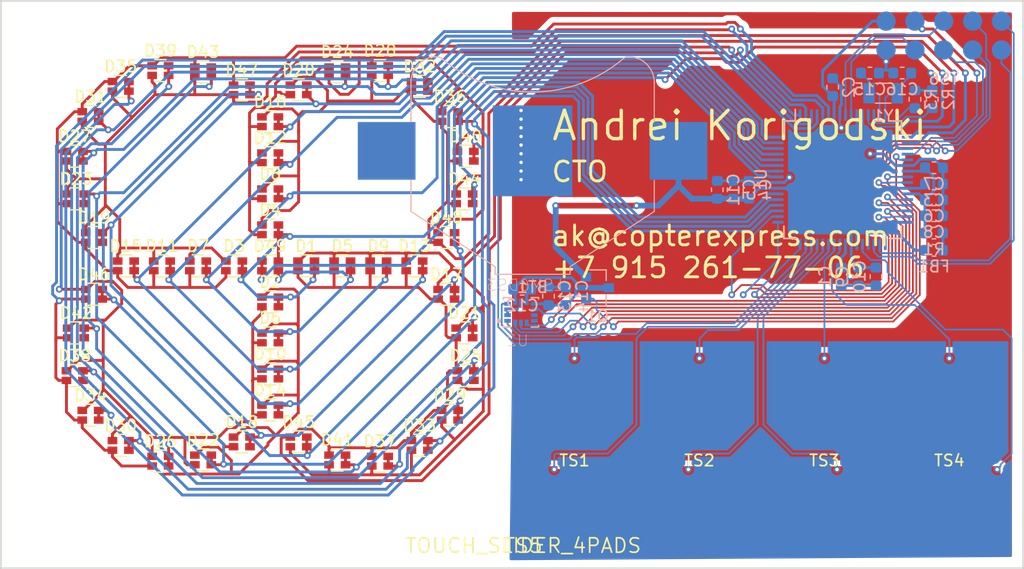
<source format=kicad_pcb>
(kicad_pcb (version 20171130) (host pcbnew 5.0.2+dfsg1-1~bpo9+1)
  (layers (0 F.Cu signal) (31 B.Cu signal) (34 B.Paste user hide) (35 F.Paste user hide) (36 B.SilkS user hide) (37 F.SilkS user hide) (38 B.Mask user) (39 F.Mask user) (44 Edge.Cuts user))
  (net 0 "")
  (net 1 LED_K0)
  (net 2 LED_K1)
  (net 3 LED_A0)
  (net 4 LED_K3)
  (net 5 LED_K2)
  (net 6 LED_K4)
  (net 7 LED_K5)
  (net 8 LED_K7)
  (net 9 LED_K6)
  (net 10 LED_K8)
  (net 11 LED_A1)
  (net 12 LED_A2)
  (net 13 LED_A3)
  (net 14 LED_A4)
  (net 15 LED_A5)
  (net 16 LED_A6)
  (net 17 LED_A7)
  (net 18 LED_A8)
  (net 19 VDD)
  (net 20 GND)
  (net 21 N$7)
  (net 22 N$6)
  (net 23 N$13)
  (net 24 N$14)
  (net 25 N$5)
  (net 26 N$19)
  (net 27 N$20)
  (net 28 N$16)
  (net 29 N$15)
  (net 30 N$17)
  (net 31 N$18)
  (net 32 N$12)
  (net 33 N$11)
  (net 34 TOUCH_PAD0)
  (net 35 N$1)
  (net 36 TOUCH_PAD1)
  (net 37 TOUCH_PAD2)
  (net 38 TOUCH_PAD3)
  (net 39 N$21)
  (net 40 N$22)
  (net 41 N$23)
  (net 42 N$8)
  (net 43 N$10)
  (net 44 N$9)
  (net 45 LED_K9)
  (net 46 LED_K10)
  (net 47 LED_K11)
  (net 48 LFXTAL_P)
  (net 49 LFXTAL_N)
  (net 50 IMU_VDD)
  (net 51 N$24)
  (net 52 MCU_AVDD)
  (net 53 N$2)
  (net 54 N$25)
  (module footprints:LED_DUAL_0606 (layer F.Cu) (at 126.884 103.351)
    (fp_text reference D1 (at 0 -1.75) (layer F.SilkS))
    (fp_text value LED_Dual_AACC)
    (pad 3 smd rect (at 0.725 -0.425) (size 0.85 0.65) (layers F.Cu F.Paste F.Mask) (net 1 LED_K0))
    (pad 4 smd rect (at 0.725 0.425) (size 0.85 0.65) (layers F.Cu F.Paste F.Mask) (net 1 LED_K0))
    (pad 2 smd rect (at -0.725 0.425) (size 0.85 0.65) (layers F.Cu F.Paste F.Mask) (net 11 LED_A1))
    (pad 1 smd rect (at -0.725 -0.425) (size 0.85 0.65) (layers F.Cu F.Paste F.Mask) (net 3 LED_A0))
  )
  (module footprints:LED_DUAL_0606 (layer F.Cu) (at 123.709 106.526)
    (fp_text reference D2 (at 0 -1.75) (layer F.SilkS))
    (fp_text value LED_Dual_AACC)
    (pad 3 smd rect (at 0.725 -0.425) (size 0.85 0.65) (layers F.Cu F.Paste F.Mask) (net 1 LED_K0))
    (pad 4 smd rect (at 0.725 0.425) (size 0.85 0.65) (layers F.Cu F.Paste F.Mask) (net 1 LED_K0))
    (pad 2 smd rect (at -0.725 0.425) (size 0.85 0.65) (layers F.Cu F.Paste F.Mask) (net 13 LED_A3))
    (pad 1 smd rect (at -0.725 -0.425) (size 0.85 0.65) (layers F.Cu F.Paste F.Mask) (net 12 LED_A2))
  )
  (module footprints:LED_DUAL_0606 (layer F.Cu) (at 120.534 103.351)
    (fp_text reference D3 (at 0 -1.75) (layer F.SilkS))
    (fp_text value LED_Dual_AACC)
    (pad 3 smd rect (at 0.725 -0.425) (size 0.85 0.65) (layers F.Cu F.Paste F.Mask) (net 1 LED_K0))
    (pad 4 smd rect (at 0.725 0.425) (size 0.85 0.65) (layers F.Cu F.Paste F.Mask) (net 1 LED_K0))
    (pad 2 smd rect (at -0.725 0.425) (size 0.85 0.65) (layers F.Cu F.Paste F.Mask) (net 15 LED_A5))
    (pad 1 smd rect (at -0.725 -0.425) (size 0.85 0.65) (layers F.Cu F.Paste F.Mask) (net 14 LED_A4))
  )
  (module footprints:LED_DUAL_0606 (layer F.Cu) (at 123.709 100.176)
    (fp_text reference D4 (at 0 -1.75) (layer F.SilkS))
    (fp_text value LED_Dual_AACC)
    (pad 3 smd rect (at 0.725 -0.425) (size 0.85 0.65) (layers F.Cu F.Paste F.Mask) (net 1 LED_K0))
    (pad 4 smd rect (at 0.725 0.425) (size 0.85 0.65) (layers F.Cu F.Paste F.Mask) (net 1 LED_K0))
    (pad 2 smd rect (at -0.725 0.425) (size 0.85 0.65) (layers F.Cu F.Paste F.Mask) (net 17 LED_A7))
    (pad 1 smd rect (at -0.725 -0.425) (size 0.85 0.65) (layers F.Cu F.Paste F.Mask) (net 16 LED_A6))
  )
  (module footprints:LED_DUAL_0606 (layer F.Cu) (at 130.059 103.351)
    (fp_text reference D5 (at 0 -1.75) (layer F.SilkS))
    (fp_text value LED_Dual_AACC)
    (pad 3 smd rect (at 0.725 -0.425) (size 0.85 0.65) (layers F.Cu F.Paste F.Mask) (net 2 LED_K1))
    (pad 4 smd rect (at 0.725 0.425) (size 0.85 0.65) (layers F.Cu F.Paste F.Mask) (net 2 LED_K1))
    (pad 2 smd rect (at -0.725 0.425) (size 0.85 0.65) (layers F.Cu F.Paste F.Mask) (net 11 LED_A1))
    (pad 1 smd rect (at -0.725 -0.425) (size 0.85 0.65) (layers F.Cu F.Paste F.Mask) (net 3 LED_A0))
  )
  (module footprints:LED_DUAL_0606 (layer F.Cu) (at 123.709 109.701)
    (fp_text reference D6 (at 0 -1.75) (layer F.SilkS))
    (fp_text value LED_Dual_AACC)
    (pad 3 smd rect (at 0.725 -0.425) (size 0.85 0.65) (layers F.Cu F.Paste F.Mask) (net 2 LED_K1))
    (pad 4 smd rect (at 0.725 0.425) (size 0.85 0.65) (layers F.Cu F.Paste F.Mask) (net 2 LED_K1))
    (pad 2 smd rect (at -0.725 0.425) (size 0.85 0.65) (layers F.Cu F.Paste F.Mask) (net 13 LED_A3))
    (pad 1 smd rect (at -0.725 -0.425) (size 0.85 0.65) (layers F.Cu F.Paste F.Mask) (net 12 LED_A2))
  )
  (module footprints:LED_DUAL_0606 (layer F.Cu) (at 117.359 103.351)
    (fp_text reference D7 (at 0 -1.75) (layer F.SilkS))
    (fp_text value LED_Dual_AACC)
    (pad 3 smd rect (at 0.725 -0.425) (size 0.85 0.65) (layers F.Cu F.Paste F.Mask) (net 2 LED_K1))
    (pad 4 smd rect (at 0.725 0.425) (size 0.85 0.65) (layers F.Cu F.Paste F.Mask) (net 2 LED_K1))
    (pad 2 smd rect (at -0.725 0.425) (size 0.85 0.65) (layers F.Cu F.Paste F.Mask) (net 15 LED_A5))
    (pad 1 smd rect (at -0.725 -0.425) (size 0.85 0.65) (layers F.Cu F.Paste F.Mask) (net 14 LED_A4))
  )
  (module footprints:LED_DUAL_0606 (layer F.Cu) (at 123.709 97.001)
    (fp_text reference D8 (at 0 -1.75) (layer F.SilkS))
    (fp_text value LED_Dual_AACC)
    (pad 3 smd rect (at 0.725 -0.425) (size 0.85 0.65) (layers F.Cu F.Paste F.Mask) (net 2 LED_K1))
    (pad 4 smd rect (at 0.725 0.425) (size 0.85 0.65) (layers F.Cu F.Paste F.Mask) (net 2 LED_K1))
    (pad 2 smd rect (at -0.725 0.425) (size 0.85 0.65) (layers F.Cu F.Paste F.Mask) (net 17 LED_A7))
    (pad 1 smd rect (at -0.725 -0.425) (size 0.85 0.65) (layers F.Cu F.Paste F.Mask) (net 16 LED_A6))
  )
  (module footprints:LED_DUAL_0606 (layer F.Cu) (at 133.234 103.351)
    (fp_text reference D9 (at 0 -1.75) (layer F.SilkS))
    (fp_text value LED_Dual_AACC)
    (pad 3 smd rect (at 0.725 -0.425) (size 0.85 0.65) (layers F.Cu F.Paste F.Mask) (net 5 LED_K2))
    (pad 4 smd rect (at 0.725 0.425) (size 0.85 0.65) (layers F.Cu F.Paste F.Mask) (net 5 LED_K2))
    (pad 2 smd rect (at -0.725 0.425) (size 0.85 0.65) (layers F.Cu F.Paste F.Mask) (net 11 LED_A1))
    (pad 1 smd rect (at -0.725 -0.425) (size 0.85 0.65) (layers F.Cu F.Paste F.Mask) (net 3 LED_A0))
  )
  (module footprints:LED_DUAL_0606 (layer F.Cu) (at 123.709 112.875999)
    (fp_text reference D10 (at 0 -1.75) (layer F.SilkS))
    (fp_text value LED_Dual_AACC)
    (pad 3 smd rect (at 0.725 -0.425) (size 0.85 0.65) (layers F.Cu F.Paste F.Mask) (net 5 LED_K2))
    (pad 4 smd rect (at 0.725 0.425) (size 0.85 0.65) (layers F.Cu F.Paste F.Mask) (net 5 LED_K2))
    (pad 2 smd rect (at -0.725 0.425) (size 0.85 0.65) (layers F.Cu F.Paste F.Mask) (net 13 LED_A3))
    (pad 1 smd rect (at -0.725 -0.425) (size 0.85 0.65) (layers F.Cu F.Paste F.Mask) (net 12 LED_A2))
  )
  (module footprints:LED_DUAL_0606 (layer F.Cu) (at 114.184 103.351)
    (fp_text reference D11 (at 0 -1.75) (layer F.SilkS))
    (fp_text value LED_Dual_AACC)
    (pad 3 smd rect (at 0.725 -0.425) (size 0.85 0.65) (layers F.Cu F.Paste F.Mask) (net 5 LED_K2))
    (pad 4 smd rect (at 0.725 0.425) (size 0.85 0.65) (layers F.Cu F.Paste F.Mask) (net 5 LED_K2))
    (pad 2 smd rect (at -0.725 0.425) (size 0.85 0.65) (layers F.Cu F.Paste F.Mask) (net 15 LED_A5))
    (pad 1 smd rect (at -0.725 -0.425) (size 0.85 0.65) (layers F.Cu F.Paste F.Mask) (net 14 LED_A4))
  )
  (module footprints:LED_DUAL_0606 (layer F.Cu) (at 123.709 93.826)
    (fp_text reference D12 (at 0 -1.75) (layer F.SilkS))
    (fp_text value LED_Dual_AACC)
    (pad 3 smd rect (at 0.725 -0.425) (size 0.85 0.65) (layers F.Cu F.Paste F.Mask) (net 5 LED_K2))
    (pad 4 smd rect (at 0.725 0.425) (size 0.85 0.65) (layers F.Cu F.Paste F.Mask) (net 5 LED_K2))
    (pad 2 smd rect (at -0.725 0.425) (size 0.85 0.65) (layers F.Cu F.Paste F.Mask) (net 17 LED_A7))
    (pad 1 smd rect (at -0.725 -0.425) (size 0.85 0.65) (layers F.Cu F.Paste F.Mask) (net 16 LED_A6))
  )
  (module footprints:LED_DUAL_0606 (layer F.Cu) (at 136.409 103.351)
    (fp_text reference D13 (at 0 -1.75) (layer F.SilkS))
    (fp_text value LED_Dual_AACC)
    (pad 3 smd rect (at 0.725 -0.425) (size 0.85 0.65) (layers F.Cu F.Paste F.Mask) (net 4 LED_K3))
    (pad 4 smd rect (at 0.725 0.425) (size 0.85 0.65) (layers F.Cu F.Paste F.Mask) (net 4 LED_K3))
    (pad 2 smd rect (at -0.725 0.425) (size 0.85 0.65) (layers F.Cu F.Paste F.Mask) (net 11 LED_A1))
    (pad 1 smd rect (at -0.725 -0.425) (size 0.85 0.65) (layers F.Cu F.Paste F.Mask) (net 3 LED_A0))
  )
  (module footprints:LED_DUAL_0606 (layer F.Cu) (at 123.709 116.051)
    (fp_text reference D14 (at 0 -1.75) (layer F.SilkS))
    (fp_text value LED_Dual_AACC)
    (pad 3 smd rect (at 0.725 -0.425) (size 0.85 0.65) (layers F.Cu F.Paste F.Mask) (net 4 LED_K3))
    (pad 4 smd rect (at 0.725 0.425) (size 0.85 0.65) (layers F.Cu F.Paste F.Mask) (net 4 LED_K3))
    (pad 2 smd rect (at -0.725 0.425) (size 0.85 0.65) (layers F.Cu F.Paste F.Mask) (net 13 LED_A3))
    (pad 1 smd rect (at -0.725 -0.425) (size 0.85 0.65) (layers F.Cu F.Paste F.Mask) (net 12 LED_A2))
  )
  (module footprints:LED_DUAL_0606 (layer F.Cu) (at 111.009 103.351)
    (fp_text reference D15 (at 0 -1.75) (layer F.SilkS))
    (fp_text value LED_Dual_AACC)
    (pad 3 smd rect (at 0.725 -0.425) (size 0.85 0.65) (layers F.Cu F.Paste F.Mask) (net 4 LED_K3))
    (pad 4 smd rect (at 0.725 0.425) (size 0.85 0.65) (layers F.Cu F.Paste F.Mask) (net 4 LED_K3))
    (pad 2 smd rect (at -0.725 0.425) (size 0.85 0.65) (layers F.Cu F.Paste F.Mask) (net 15 LED_A5))
    (pad 1 smd rect (at -0.725 -0.425) (size 0.85 0.65) (layers F.Cu F.Paste F.Mask) (net 14 LED_A4))
  )
  (module footprints:LED_DUAL_0606 (layer F.Cu) (at 123.709 90.651)
    (fp_text reference D16 (at 0 -1.75) (layer F.SilkS))
    (fp_text value LED_Dual_AACC)
    (pad 3 smd rect (at 0.725 -0.425) (size 0.85 0.65) (layers F.Cu F.Paste F.Mask) (net 4 LED_K3))
    (pad 4 smd rect (at 0.725 0.425) (size 0.85 0.65) (layers F.Cu F.Paste F.Mask) (net 4 LED_K3))
    (pad 2 smd rect (at -0.725 0.425) (size 0.85 0.65) (layers F.Cu F.Paste F.Mask) (net 17 LED_A7))
    (pad 1 smd rect (at -0.725 -0.425) (size 0.85 0.65) (layers F.Cu F.Paste F.Mask) (net 16 LED_A6))
  )
  (module footprints:LED_DUAL_0606 (layer F.Cu) (at 139.217852 105.850666)
    (fp_text reference D17 (at 0 -1.75) (layer F.SilkS))
    (fp_text value LED_Dual_AACC)
    (pad 3 smd rect (at 0.725 -0.425) (size 0.85 0.65) (layers F.Cu F.Paste F.Mask) (net 6 LED_K4))
    (pad 4 smd rect (at 0.725 0.425) (size 0.85 0.65) (layers F.Cu F.Paste F.Mask) (net 6 LED_K4))
    (pad 2 smd rect (at -0.725 0.425) (size 0.85 0.65) (layers F.Cu F.Paste F.Mask) (net 11 LED_A1))
    (pad 1 smd rect (at -0.725 -0.425) (size 0.85 0.65) (layers F.Cu F.Paste F.Mask) (net 3 LED_A0))
  )
  (module footprints:LED_DUAL_0606 (layer F.Cu) (at 121.209333 118.859852)
    (fp_text reference D18 (at 0 -1.75) (layer F.SilkS))
    (fp_text value LED_Dual_AACC)
    (pad 3 smd rect (at 0.725 -0.425) (size 0.85 0.65) (layers F.Cu F.Paste F.Mask) (net 6 LED_K4))
    (pad 4 smd rect (at 0.725 0.425) (size 0.85 0.65) (layers F.Cu F.Paste F.Mask) (net 6 LED_K4))
    (pad 2 smd rect (at -0.725 0.425) (size 0.85 0.65) (layers F.Cu F.Paste F.Mask) (net 13 LED_A3))
    (pad 1 smd rect (at -0.725 -0.425) (size 0.85 0.65) (layers F.Cu F.Paste F.Mask) (net 12 LED_A2))
  )
  (module footprints:LED_DUAL_0606 (layer F.Cu) (at 108.200147 100.851333)
    (fp_text reference D19 (at 0 -1.75) (layer F.SilkS))
    (fp_text value LED_Dual_AACC)
    (pad 3 smd rect (at 0.725 -0.425) (size 0.85 0.65) (layers F.Cu F.Paste F.Mask) (net 6 LED_K4))
    (pad 4 smd rect (at 0.725 0.425) (size 0.85 0.65) (layers F.Cu F.Paste F.Mask) (net 6 LED_K4))
    (pad 2 smd rect (at -0.725 0.425) (size 0.85 0.65) (layers F.Cu F.Paste F.Mask) (net 15 LED_A5))
    (pad 1 smd rect (at -0.725 -0.425) (size 0.85 0.65) (layers F.Cu F.Paste F.Mask) (net 14 LED_A4))
  )
  (module footprints:LED_DUAL_0606 (layer F.Cu) (at 126.208666 87.842147)
    (fp_text reference D20 (at 0 -1.75) (layer F.SilkS))
    (fp_text value LED_Dual_AACC)
    (pad 3 smd rect (at 0.725 -0.425) (size 0.85 0.65) (layers F.Cu F.Paste F.Mask) (net 6 LED_K4))
    (pad 4 smd rect (at 0.725 0.425) (size 0.85 0.65) (layers F.Cu F.Paste F.Mask) (net 6 LED_K4))
    (pad 2 smd rect (at -0.725 0.425) (size 0.85 0.65) (layers F.Cu F.Paste F.Mask) (net 17 LED_A7))
    (pad 1 smd rect (at -0.725 -0.425) (size 0.85 0.65) (layers F.Cu F.Paste F.Mask) (net 16 LED_A6))
  )
  (module footprints:LED_DUAL_0606 (layer F.Cu) (at 140.806919 109.258431)
    (fp_text reference D21 (at 0 -1.75) (layer F.SilkS))
    (fp_text value LED_Dual_AACC)
    (pad 3 smd rect (at 0.725 -0.425) (size 0.85 0.65) (layers F.Cu F.Paste F.Mask) (net 7 LED_K5))
    (pad 4 smd rect (at 0.725 0.425) (size 0.85 0.65) (layers F.Cu F.Paste F.Mask) (net 7 LED_K5))
    (pad 2 smd rect (at -0.725 0.425) (size 0.85 0.65) (layers F.Cu F.Paste F.Mask) (net 11 LED_A1))
    (pad 1 smd rect (at -0.725 -0.425) (size 0.85 0.65) (layers F.Cu F.Paste F.Mask) (net 3 LED_A0))
  )
  (module footprints:LED_DUAL_0606 (layer F.Cu) (at 117.801568 120.448919)
    (fp_text reference D22 (at 0 -1.75) (layer F.SilkS))
    (fp_text value LED_Dual_AACC)
    (pad 3 smd rect (at 0.725 -0.425) (size 0.85 0.65) (layers F.Cu F.Paste F.Mask) (net 7 LED_K5))
    (pad 4 smd rect (at 0.725 0.425) (size 0.85 0.65) (layers F.Cu F.Paste F.Mask) (net 7 LED_K5))
    (pad 2 smd rect (at -0.725 0.425) (size 0.85 0.65) (layers F.Cu F.Paste F.Mask) (net 13 LED_A3))
    (pad 1 smd rect (at -0.725 -0.425) (size 0.85 0.65) (layers F.Cu F.Paste F.Mask) (net 12 LED_A2))
  )
  (module footprints:LED_DUAL_0606 (layer F.Cu) (at 106.61108 97.443568)
    (fp_text reference D23 (at 0 -1.75) (layer F.SilkS))
    (fp_text value LED_Dual_AACC)
    (pad 3 smd rect (at 0.725 -0.425) (size 0.85 0.65) (layers F.Cu F.Paste F.Mask) (net 7 LED_K5))
    (pad 4 smd rect (at 0.725 0.425) (size 0.85 0.65) (layers F.Cu F.Paste F.Mask) (net 7 LED_K5))
    (pad 2 smd rect (at -0.725 0.425) (size 0.85 0.65) (layers F.Cu F.Paste F.Mask) (net 15 LED_A5))
    (pad 1 smd rect (at -0.725 -0.425) (size 0.85 0.65) (layers F.Cu F.Paste F.Mask) (net 14 LED_A4))
  )
  (module footprints:LED_DUAL_0606 (layer F.Cu) (at 129.616431 86.25308)
    (fp_text reference D24 (at 0 -1.75) (layer F.SilkS))
    (fp_text value LED_Dual_AACC)
    (pad 3 smd rect (at 0.725 -0.425) (size 0.85 0.65) (layers F.Cu F.Paste F.Mask) (net 7 LED_K5))
    (pad 4 smd rect (at 0.725 0.425) (size 0.85 0.65) (layers F.Cu F.Paste F.Mask) (net 7 LED_K5))
    (pad 2 smd rect (at -0.725 0.425) (size 0.85 0.65) (layers F.Cu F.Paste F.Mask) (net 17 LED_A7))
    (pad 1 smd rect (at -0.725 -0.425) (size 0.85 0.65) (layers F.Cu F.Paste F.Mask) (net 16 LED_A6))
  )
  (module footprints:LED_DUAL_0606 (layer F.Cu) (at 140.916279 113.016892)
    (fp_text reference D25 (at 0 -1.75) (layer F.SilkS))
    (fp_text value LED_Dual_AACC)
    (pad 3 smd rect (at 0.725 -0.425) (size 0.85 0.65) (layers F.Cu F.Paste F.Mask) (net 9 LED_K6))
    (pad 4 smd rect (at 0.725 0.425) (size 0.85 0.65) (layers F.Cu F.Paste F.Mask) (net 9 LED_K6))
    (pad 2 smd rect (at -0.725 0.425) (size 0.85 0.65) (layers F.Cu F.Paste F.Mask) (net 3 LED_A0))
    (pad 1 smd rect (at -0.725 -0.425) (size 0.85 0.65) (layers F.Cu F.Paste F.Mask) (net 11 LED_A1))
  )
  (module footprints:LED_DUAL_0606 (layer F.Cu) (at 114.043107 120.558279)
    (fp_text reference D26 (at 0 -1.75) (layer F.SilkS))
    (fp_text value LED_Dual_AACC)
    (pad 3 smd rect (at 0.725 -0.425) (size 0.85 0.65) (layers F.Cu F.Paste F.Mask) (net 9 LED_K6))
    (pad 4 smd rect (at 0.725 0.425) (size 0.85 0.65) (layers F.Cu F.Paste F.Mask) (net 9 LED_K6))
    (pad 2 smd rect (at -0.725 0.425) (size 0.85 0.65) (layers F.Cu F.Paste F.Mask) (net 12 LED_A2))
    (pad 1 smd rect (at -0.725 -0.425) (size 0.85 0.65) (layers F.Cu F.Paste F.Mask) (net 13 LED_A3))
  )
  (module footprints:LED_DUAL_0606 (layer F.Cu) (at 106.50172 93.685107)
    (fp_text reference D27 (at 0 -1.75) (layer F.SilkS))
    (fp_text value LED_Dual_AACC)
    (pad 3 smd rect (at 0.725 -0.425) (size 0.85 0.65) (layers F.Cu F.Paste F.Mask) (net 9 LED_K6))
    (pad 4 smd rect (at 0.725 0.425) (size 0.85 0.65) (layers F.Cu F.Paste F.Mask) (net 9 LED_K6))
    (pad 2 smd rect (at -0.725 0.425) (size 0.85 0.65) (layers F.Cu F.Paste F.Mask) (net 14 LED_A4))
    (pad 1 smd rect (at -0.725 -0.425) (size 0.85 0.65) (layers F.Cu F.Paste F.Mask) (net 15 LED_A5))
  )
  (module footprints:LED_DUAL_0606 (layer F.Cu) (at 133.374892 86.14372)
    (fp_text reference D28 (at 0 -1.75) (layer F.SilkS))
    (fp_text value LED_Dual_AACC)
    (pad 3 smd rect (at 0.725 -0.425) (size 0.85 0.65) (layers F.Cu F.Paste F.Mask) (net 9 LED_K6))
    (pad 4 smd rect (at 0.725 0.425) (size 0.85 0.65) (layers F.Cu F.Paste F.Mask) (net 9 LED_K6))
    (pad 2 smd rect (at -0.725 0.425) (size 0.85 0.65) (layers F.Cu F.Paste F.Mask) (net 16 LED_A6))
    (pad 1 smd rect (at -0.725 -0.425) (size 0.85 0.65) (layers F.Cu F.Paste F.Mask) (net 17 LED_A7))
  )
  (module footprints:LED_DUAL_0606 (layer F.Cu) (at 139.528045 116.511287)
    (fp_text reference D29 (at 0 -1.75) (layer F.SilkS))
    (fp_text value LED_Dual_AACC)
    (pad 3 smd rect (at 0.725 -0.425) (size 0.85 0.65) (layers F.Cu F.Paste F.Mask) (net 8 LED_K7))
    (pad 4 smd rect (at 0.725 0.425) (size 0.85 0.65) (layers F.Cu F.Paste F.Mask) (net 8 LED_K7))
    (pad 2 smd rect (at -0.725 0.425) (size 0.85 0.65) (layers F.Cu F.Paste F.Mask) (net 3 LED_A0))
    (pad 1 smd rect (at -0.725 -0.425) (size 0.85 0.65) (layers F.Cu F.Paste F.Mask) (net 11 LED_A1))
  )
  (module footprints:LED_DUAL_0606 (layer F.Cu) (at 110.548712 119.170045)
    (fp_text reference D30 (at 0 -1.75) (layer F.SilkS))
    (fp_text value LED_Dual_AACC)
    (pad 3 smd rect (at 0.725 -0.425) (size 0.85 0.65) (layers F.Cu F.Paste F.Mask) (net 8 LED_K7))
    (pad 4 smd rect (at 0.725 0.425) (size 0.85 0.65) (layers F.Cu F.Paste F.Mask) (net 8 LED_K7))
    (pad 2 smd rect (at -0.725 0.425) (size 0.85 0.65) (layers F.Cu F.Paste F.Mask) (net 12 LED_A2))
    (pad 1 smd rect (at -0.725 -0.425) (size 0.85 0.65) (layers F.Cu F.Paste F.Mask) (net 13 LED_A3))
  )
  (module footprints:LED_DUAL_0606 (layer F.Cu) (at 107.889954 90.190712)
    (fp_text reference D31 (at 0 -1.75) (layer F.SilkS))
    (fp_text value LED_Dual_AACC)
    (pad 3 smd rect (at 0.725 -0.425) (size 0.85 0.65) (layers F.Cu F.Paste F.Mask) (net 8 LED_K7))
    (pad 4 smd rect (at 0.725 0.425) (size 0.85 0.65) (layers F.Cu F.Paste F.Mask) (net 8 LED_K7))
    (pad 2 smd rect (at -0.725 0.425) (size 0.85 0.65) (layers F.Cu F.Paste F.Mask) (net 14 LED_A4))
    (pad 1 smd rect (at -0.725 -0.425) (size 0.85 0.65) (layers F.Cu F.Paste F.Mask) (net 15 LED_A5))
  )
  (module footprints:LED_DUAL_0606 (layer F.Cu) (at 136.869287 87.531954)
    (fp_text reference D32 (at 0 -1.75) (layer F.SilkS))
    (fp_text value LED_Dual_AACC)
    (pad 3 smd rect (at 0.725 -0.425) (size 0.85 0.65) (layers F.Cu F.Paste F.Mask) (net 8 LED_K7))
    (pad 4 smd rect (at 0.725 0.425) (size 0.85 0.65) (layers F.Cu F.Paste F.Mask) (net 8 LED_K7))
    (pad 2 smd rect (at -0.725 0.425) (size 0.85 0.65) (layers F.Cu F.Paste F.Mask) (net 16 LED_A6))
    (pad 1 smd rect (at -0.725 -0.425) (size 0.85 0.65) (layers F.Cu F.Paste F.Mask) (net 17 LED_A7))
  )
  (module footprints:LED_DUAL_0606 (layer F.Cu) (at 136.869287 119.170045)
    (fp_text reference D33 (at 0 -1.75) (layer F.SilkS))
    (fp_text value LED_Dual_AACC)
    (pad 3 smd rect (at 0.725 -0.425) (size 0.85 0.65) (layers F.Cu F.Paste F.Mask) (net 10 LED_K8))
    (pad 4 smd rect (at 0.725 0.425) (size 0.85 0.65) (layers F.Cu F.Paste F.Mask) (net 10 LED_K8))
    (pad 2 smd rect (at -0.725 0.425) (size 0.85 0.65) (layers F.Cu F.Paste F.Mask) (net 3 LED_A0))
    (pad 1 smd rect (at -0.725 -0.425) (size 0.85 0.65) (layers F.Cu F.Paste F.Mask) (net 11 LED_A1))
  )
  (module footprints:LED_DUAL_0606 (layer F.Cu) (at 107.889954 116.511287)
    (fp_text reference D34 (at 0 -1.75) (layer F.SilkS))
    (fp_text value LED_Dual_AACC)
    (pad 3 smd rect (at 0.725 -0.425) (size 0.85 0.65) (layers F.Cu F.Paste F.Mask) (net 10 LED_K8))
    (pad 4 smd rect (at 0.725 0.425) (size 0.85 0.65) (layers F.Cu F.Paste F.Mask) (net 10 LED_K8))
    (pad 2 smd rect (at -0.725 0.425) (size 0.85 0.65) (layers F.Cu F.Paste F.Mask) (net 12 LED_A2))
    (pad 1 smd rect (at -0.725 -0.425) (size 0.85 0.65) (layers F.Cu F.Paste F.Mask) (net 13 LED_A3))
  )
  (module footprints:LED_DUAL_0606 (layer F.Cu) (at 110.548712 87.531954)
    (fp_text reference D35 (at 0 -1.75) (layer F.SilkS))
    (fp_text value LED_Dual_AACC)
    (pad 3 smd rect (at 0.725 -0.425) (size 0.85 0.65) (layers F.Cu F.Paste F.Mask) (net 10 LED_K8))
    (pad 4 smd rect (at 0.725 0.425) (size 0.85 0.65) (layers F.Cu F.Paste F.Mask) (net 10 LED_K8))
    (pad 2 smd rect (at -0.725 0.425) (size 0.85 0.65) (layers F.Cu F.Paste F.Mask) (net 14 LED_A4))
    (pad 1 smd rect (at -0.725 -0.425) (size 0.85 0.65) (layers F.Cu F.Paste F.Mask) (net 15 LED_A5))
  )
  (module footprints:LED_DUAL_0606 (layer F.Cu) (at 139.528045 90.190712)
    (fp_text reference D36 (at 0 -1.75) (layer F.SilkS))
    (fp_text value LED_Dual_AACC)
    (pad 3 smd rect (at 0.725 -0.425) (size 0.85 0.65) (layers F.Cu F.Paste F.Mask) (net 10 LED_K8))
    (pad 4 smd rect (at 0.725 0.425) (size 0.85 0.65) (layers F.Cu F.Paste F.Mask) (net 10 LED_K8))
    (pad 2 smd rect (at -0.725 0.425) (size 0.85 0.65) (layers F.Cu F.Paste F.Mask) (net 16 LED_A6))
    (pad 1 smd rect (at -0.725 -0.425) (size 0.85 0.65) (layers F.Cu F.Paste F.Mask) (net 17 LED_A7))
  )
  (module footprints:LED_DUAL_0606 (layer F.Cu) (at 133.374892 120.558279)
    (fp_text reference D37 (at 0 -1.75) (layer F.SilkS))
    (fp_text value LED_Dual_AACC)
    (pad 3 smd rect (at 0.725 -0.425) (size 0.85 0.65) (layers F.Cu F.Paste F.Mask) (net 45 LED_K9))
    (pad 4 smd rect (at 0.725 0.425) (size 0.85 0.65) (layers F.Cu F.Paste F.Mask) (net 45 LED_K9))
    (pad 2 smd rect (at -0.725 0.425) (size 0.85 0.65) (layers F.Cu F.Paste F.Mask) (net 3 LED_A0))
    (pad 1 smd rect (at -0.725 -0.425) (size 0.85 0.65) (layers F.Cu F.Paste F.Mask) (net 11 LED_A1))
  )
  (module footprints:LED_DUAL_0606 (layer F.Cu) (at 106.50172 113.016892)
    (fp_text reference D38 (at 0 -1.75) (layer F.SilkS))
    (fp_text value LED_Dual_AACC)
    (pad 3 smd rect (at 0.725 -0.425) (size 0.85 0.65) (layers F.Cu F.Paste F.Mask) (net 45 LED_K9))
    (pad 4 smd rect (at 0.725 0.425) (size 0.85 0.65) (layers F.Cu F.Paste F.Mask) (net 45 LED_K9))
    (pad 2 smd rect (at -0.725 0.425) (size 0.85 0.65) (layers F.Cu F.Paste F.Mask) (net 12 LED_A2))
    (pad 1 smd rect (at -0.725 -0.425) (size 0.85 0.65) (layers F.Cu F.Paste F.Mask) (net 13 LED_A3))
  )
  (module footprints:LED_DUAL_0606 (layer F.Cu) (at 114.043107 86.14372)
    (fp_text reference D39 (at 0 -1.75) (layer F.SilkS))
    (fp_text value LED_Dual_AACC)
    (pad 3 smd rect (at 0.725 -0.425) (size 0.85 0.65) (layers F.Cu F.Paste F.Mask) (net 45 LED_K9))
    (pad 4 smd rect (at 0.725 0.425) (size 0.85 0.65) (layers F.Cu F.Paste F.Mask) (net 45 LED_K9))
    (pad 2 smd rect (at -0.725 0.425) (size 0.85 0.65) (layers F.Cu F.Paste F.Mask) (net 14 LED_A4))
    (pad 1 smd rect (at -0.725 -0.425) (size 0.85 0.65) (layers F.Cu F.Paste F.Mask) (net 15 LED_A5))
  )
  (module footprints:LED_DUAL_0606 (layer F.Cu) (at 140.916279 93.685107)
    (fp_text reference D40 (at 0 -1.75) (layer F.SilkS))
    (fp_text value LED_Dual_AACC)
    (pad 3 smd rect (at 0.725 -0.425) (size 0.85 0.65) (layers F.Cu F.Paste F.Mask) (net 45 LED_K9))
    (pad 4 smd rect (at 0.725 0.425) (size 0.85 0.65) (layers F.Cu F.Paste F.Mask) (net 45 LED_K9))
    (pad 2 smd rect (at -0.725 0.425) (size 0.85 0.65) (layers F.Cu F.Paste F.Mask) (net 16 LED_A6))
    (pad 1 smd rect (at -0.725 -0.425) (size 0.85 0.65) (layers F.Cu F.Paste F.Mask) (net 17 LED_A7))
  )
  (module footprints:LED_DUAL_0606 (layer F.Cu) (at 129.616431 120.448919)
    (fp_text reference D41 (at 0 -1.75) (layer F.SilkS))
    (fp_text value LED_Dual_AACC)
    (pad 3 smd rect (at 0.725 -0.425) (size 0.85 0.65) (layers F.Cu F.Paste F.Mask) (net 46 LED_K10))
    (pad 4 smd rect (at 0.725 0.425) (size 0.85 0.65) (layers F.Cu F.Paste F.Mask) (net 46 LED_K10))
    (pad 2 smd rect (at -0.725 0.425) (size 0.85 0.65) (layers F.Cu F.Paste F.Mask) (net 3 LED_A0))
    (pad 1 smd rect (at -0.725 -0.425) (size 0.85 0.65) (layers F.Cu F.Paste F.Mask) (net 11 LED_A1))
  )
  (module footprints:LED_DUAL_0606 (layer F.Cu) (at 106.61108 109.258431)
    (fp_text reference D42 (at 0 -1.75) (layer F.SilkS))
    (fp_text value LED_Dual_AACC)
    (pad 3 smd rect (at 0.725 -0.425) (size 0.85 0.65) (layers F.Cu F.Paste F.Mask) (net 46 LED_K10))
    (pad 4 smd rect (at 0.725 0.425) (size 0.85 0.65) (layers F.Cu F.Paste F.Mask) (net 46 LED_K10))
    (pad 2 smd rect (at -0.725 0.425) (size 0.85 0.65) (layers F.Cu F.Paste F.Mask) (net 12 LED_A2))
    (pad 1 smd rect (at -0.725 -0.425) (size 0.85 0.65) (layers F.Cu F.Paste F.Mask) (net 13 LED_A3))
  )
  (module footprints:LED_DUAL_0606 (layer F.Cu) (at 117.801568 86.25308)
    (fp_text reference D43 (at 0 -1.75) (layer F.SilkS))
    (fp_text value LED_Dual_AACC)
    (pad 3 smd rect (at 0.725 -0.425) (size 0.85 0.65) (layers F.Cu F.Paste F.Mask) (net 46 LED_K10))
    (pad 4 smd rect (at 0.725 0.425) (size 0.85 0.65) (layers F.Cu F.Paste F.Mask) (net 46 LED_K10))
    (pad 2 smd rect (at -0.725 0.425) (size 0.85 0.65) (layers F.Cu F.Paste F.Mask) (net 14 LED_A4))
    (pad 1 smd rect (at -0.725 -0.425) (size 0.85 0.65) (layers F.Cu F.Paste F.Mask) (net 15 LED_A5))
  )
  (module footprints:LED_DUAL_0606 (layer F.Cu) (at 140.806919 97.443568)
    (fp_text reference D44 (at 0 -1.75) (layer F.SilkS))
    (fp_text value LED_Dual_AACC)
    (pad 3 smd rect (at 0.725 -0.425) (size 0.85 0.65) (layers F.Cu F.Paste F.Mask) (net 46 LED_K10))
    (pad 4 smd rect (at 0.725 0.425) (size 0.85 0.65) (layers F.Cu F.Paste F.Mask) (net 46 LED_K10))
    (pad 2 smd rect (at -0.725 0.425) (size 0.85 0.65) (layers F.Cu F.Paste F.Mask) (net 16 LED_A6))
    (pad 1 smd rect (at -0.725 -0.425) (size 0.85 0.65) (layers F.Cu F.Paste F.Mask) (net 17 LED_A7))
  )
  (module footprints:LED_DUAL_0606 (layer F.Cu) (at 126.208666 118.859852)
    (fp_text reference D45 (at 0 -1.75) (layer F.SilkS))
    (fp_text value LED_Dual_AACC)
    (pad 3 smd rect (at 0.725 -0.425) (size 0.85 0.65) (layers F.Cu F.Paste F.Mask) (net 47 LED_K11))
    (pad 4 smd rect (at 0.725 0.425) (size 0.85 0.65) (layers F.Cu F.Paste F.Mask) (net 47 LED_K11))
    (pad 2 smd rect (at -0.725 0.425) (size 0.85 0.65) (layers F.Cu F.Paste F.Mask) (net 3 LED_A0))
    (pad 1 smd rect (at -0.725 -0.425) (size 0.85 0.65) (layers F.Cu F.Paste F.Mask) (net 11 LED_A1))
  )
  (module footprints:LED_DUAL_0606 (layer F.Cu) (at 108.200147 105.850666)
    (fp_text reference D46 (at 0 -1.75) (layer F.SilkS))
    (fp_text value LED_Dual_AACC)
    (pad 3 smd rect (at 0.725 -0.425) (size 0.85 0.65) (layers F.Cu F.Paste F.Mask) (net 47 LED_K11))
    (pad 4 smd rect (at 0.725 0.425) (size 0.85 0.65) (layers F.Cu F.Paste F.Mask) (net 47 LED_K11))
    (pad 2 smd rect (at -0.725 0.425) (size 0.85 0.65) (layers F.Cu F.Paste F.Mask) (net 12 LED_A2))
    (pad 1 smd rect (at -0.725 -0.425) (size 0.85 0.65) (layers F.Cu F.Paste F.Mask) (net 13 LED_A3))
  )
  (module footprints:LED_DUAL_0606 (layer F.Cu) (at 121.209333 87.842147)
    (fp_text reference D47 (at 0 -1.75) (layer F.SilkS))
    (fp_text value LED_Dual_AACC)
    (pad 3 smd rect (at 0.725 -0.425) (size 0.85 0.65) (layers F.Cu F.Paste F.Mask) (net 47 LED_K11))
    (pad 4 smd rect (at 0.725 0.425) (size 0.85 0.65) (layers F.Cu F.Paste F.Mask) (net 47 LED_K11))
    (pad 2 smd rect (at -0.725 0.425) (size 0.85 0.65) (layers F.Cu F.Paste F.Mask) (net 14 LED_A4))
    (pad 1 smd rect (at -0.725 -0.425) (size 0.85 0.65) (layers F.Cu F.Paste F.Mask) (net 15 LED_A5))
  )
  (module footprints:LED_DUAL_0606 (layer F.Cu) (at 139.217852 100.851333)
    (fp_text reference D48 (at 0 -1.75) (layer F.SilkS))
    (fp_text value LED_Dual_AACC)
    (pad 3 smd rect (at 0.725 -0.425) (size 0.85 0.65) (layers F.Cu F.Paste F.Mask) (net 47 LED_K11))
    (pad 4 smd rect (at 0.725 0.425) (size 0.85 0.65) (layers F.Cu F.Paste F.Mask) (net 47 LED_K11))
    (pad 2 smd rect (at -0.725 0.425) (size 0.85 0.65) (layers F.Cu F.Paste F.Mask) (net 16 LED_A6))
    (pad 1 smd rect (at -0.725 -0.425) (size 0.85 0.65) (layers F.Cu F.Paste F.Mask) (net 17 LED_A7))
  )
  (module footprints:LED_DUAL_0606 (layer F.Cu) (at 123.709 103.351)
    (fp_text reference D49 (at 0 -1.75) (layer F.SilkS))
    (fp_text value LED_Dual_AACC)
    (pad 3 smd rect (at 0.725 -0.425) (size 0.85 0.65) (layers F.Cu F.Paste F.Mask) (net 1 LED_K0))
    (pad 4 smd rect (at 0.725 0.425) (size 0.85 0.65) (layers F.Cu F.Paste F.Mask) (net 2 LED_K1))
    (pad 2 smd rect (at -0.725 0.425) (size 0.85 0.65) (layers F.Cu F.Paste F.Mask) (net 18 LED_A8))
    (pad 1 smd rect (at -0.725 -0.425) (size 0.85 0.65) (layers F.Cu F.Paste F.Mask) (net 18 LED_A8))
  )
  (module Resistor_SMD:R_0603_1608Metric (layer B.Cu) (at 182.1435 100.457)
    (fp_text reference R1 (at 0 1.43) (layer B.SilkS) (effects (justify mirror)))
    (fp_text value 1)
    (pad 1 smd roundrect (at 0.7875 0) (size 0.875 0.95) (layers B.Cu B.Paste B.Mask) (net 53 N$2))
    (pad 2 smd roundrect (at -0.7875 0) (size 0.875 0.95) (layers B.Cu B.Paste B.Mask) (net 52 MCU_AVDD))
  )
  (module Package_QFP:LQFP-64_10x10mm_P0.5mm (layer B.Cu) (at 174.10708 95.75756 270)
    (fp_text reference U1 (at 0 7.2 270) (layer B.SilkS) (effects (justify mirror)))
    (fp_text value EFM32LG232F64)
    (pad 64 smd rect (at -3.75 5.7 180) (size 1 0.25) (layers B.Cu B.Paste B.Mask) (net 8 LED_K7))
    (pad 63 smd rect (at -3.25 5.7 180) (size 1 0.25) (layers B.Cu B.Paste B.Mask) (net 9 LED_K6))
    (pad 62 smd rect (at -2.75 5.7 180) (size 1 0.25) (layers B.Cu B.Paste B.Mask) (net 7 LED_K5))
    (pad 61 smd rect (at -2.25 5.7 180) (size 1 0.25) (layers B.Cu B.Paste B.Mask) (net 6 LED_K4))
    (pad 60 smd rect (at -1.75 5.7 180) (size 1 0.25) (layers B.Cu B.Paste B.Mask) (net 4 LED_K3))
    (pad 59 smd rect (at -1.25 5.7 180) (size 1 0.25) (layers B.Cu B.Paste B.Mask) (net 5 LED_K2))
    (pad 58 smd rect (at -0.75 5.7 180) (size 1 0.25) (layers B.Cu B.Paste B.Mask) (net 2 LED_K1))
    (pad 57 smd rect (at -0.25 5.7 180) (size 1 0.25) (layers B.Cu B.Paste B.Mask) (net 1 LED_K0))
    (pad 56 smd rect (at 0.25 5.7 180) (size 1 0.25) (layers B.Cu B.Paste B.Mask) (net 20 GND))
    (pad 55 smd rect (at 0.75 5.7 180) (size 1 0.25) (layers B.Cu B.Paste B.Mask) (net 19 VDD))
    (pad 54 smd rect (at 1.25 5.7 180) (size 1 0.25) (layers B.Cu B.Paste B.Mask) (net 47 LED_K11))
    (pad 53 smd rect (at 1.75 5.7 180) (size 1 0.25) (layers B.Cu B.Paste B.Mask) (net 46 LED_K10))
    (pad 52 smd rect (at 2.25 5.7 180) (size 1 0.25) (layers B.Cu B.Paste B.Mask) (net 45 LED_K9))
    (pad 51 smd rect (at 2.75 5.7 180) (size 1 0.25) (layers B.Cu B.Paste B.Mask) (net 10 LED_K8))
    (pad 50 smd rect (at 3.25 5.7 180) (size 1 0.25) (layers B.Cu B.Paste B.Mask) (net 44 N$9))
    (pad 49 smd rect (at 3.75 5.7 180) (size 1 0.25) (layers B.Cu B.Paste B.Mask) (net 43 N$10))
    (pad 48 smd rect (at 5.7 3.75 270) (size 1 0.25) (layers B.Cu B.Paste B.Mask) (net 42 N$8))
    (pad 47 smd rect (at 5.7 3.25 270) (size 1 0.25) (layers B.Cu B.Paste B.Mask) (net 34 TOUCH_PAD0))
    (pad 46 smd rect (at 5.7 2.75 270) (size 1 0.25) (layers B.Cu B.Paste B.Mask) (net 27 N$20))
    (pad 45 smd rect (at 5.7 2.25 270) (size 1 0.25) (layers B.Cu B.Paste B.Mask) (net 36 TOUCH_PAD1))
    (pad 44 smd rect (at 5.7 1.75 270) (size 1 0.25) (layers B.Cu B.Paste B.Mask) (net 39 N$21))
    (pad 43 smd rect (at 5.7 1.25 270) (size 1 0.25) (layers B.Cu B.Paste B.Mask) (net 40 N$22))
    (pad 42 smd rect (at 5.7 0.75 270) (size 1 0.25) (layers B.Cu B.Paste B.Mask) (net 37 TOUCH_PAD2))
    (pad 41 smd rect (at 5.7 0.25 270) (size 1 0.25) (layers B.Cu B.Paste B.Mask) (net 38 TOUCH_PAD3))
    (pad 40 smd rect (at 5.7 -0.25 270) (size 1 0.25) (layers B.Cu B.Paste B.Mask) (net 35 N$1))
    (pad 39 smd rect (at 5.7 -0.75 270) (size 1 0.25) (layers B.Cu B.Paste B.Mask) (net 19 VDD))
    (pad 38 smd rect (at 5.7 -1.25 270) (size 1 0.25) (layers B.Cu B.Paste B.Mask) (net 19 VDD))
    (pad 37 smd rect (at 5.7 -1.75 270) (size 1 0.25) (layers B.Cu B.Paste B.Mask) (net 41 N$23))
    (pad 36 smd rect (at 5.7 -2.25 270) (size 1 0.25) (layers B.Cu B.Paste B.Mask) (net 19 VDD))
    (pad 35 smd rect (at 5.7 -2.75 270) (size 1 0.25) (layers B.Cu B.Paste B.Mask) (net 33 N$11))
    (pad 34 smd rect (at 5.7 -3.25 270) (size 1 0.25) (layers B.Cu B.Paste B.Mask) (net 32 N$12))
    (pad 33 smd rect (at 5.7 -3.75 270) (size 1 0.25) (layers B.Cu B.Paste B.Mask) (net 19 VDD))
    (pad 32 smd rect (at 3.75 -5.7 180) (size 1 0.25) (layers B.Cu B.Paste B.Mask) (net 19 VDD))
    (pad 31 smd rect (at 3.25 -5.7 180) (size 1 0.25) (layers B.Cu B.Paste B.Mask) (net 30 N$17))
    (pad 30 smd rect (at 2.75 -5.7 180) (size 1 0.25) (layers B.Cu B.Paste B.Mask) (net 28 N$16))
    (pad 29 smd rect (at 2.25 -5.7 180) (size 1 0.25) (layers B.Cu B.Paste B.Mask) (net 24 N$14))
    (pad 28 smd rect (at 1.75 -5.7 180) (size 1 0.25) (layers B.Cu B.Paste B.Mask) (net 29 N$15))
    (pad 27 smd rect (at 1.25 -5.7 180) (size 1 0.25) (layers B.Cu B.Paste B.Mask) (net 52 MCU_AVDD))
    (pad 26 smd rect (at 0.75 -5.7 180) (size 1 0.25) (layers B.Cu B.Paste B.Mask) (net 19 VDD))
    (pad 25 smd rect (at 0.25 -5.7 180) (size 1 0.25) (layers B.Cu B.Paste B.Mask) (net 26 N$19))
    (pad 24 smd rect (at -0.25 -5.7 180) (size 1 0.25) (layers B.Cu B.Paste B.Mask) (net 31 N$18))
    (pad 23 smd rect (at -0.75 -5.7 180) (size 1 0.25) (layers B.Cu B.Paste B.Mask) (net 52 MCU_AVDD))
    (pad 22 smd rect (at -1.25 -5.7 180) (size 1 0.25) (layers B.Cu B.Paste B.Mask) (net 20 GND))
    (pad 21 smd rect (at -1.75 -5.7 180) (size 1 0.25) (layers B.Cu B.Paste B.Mask) (net 23 N$13))
    (pad 20 smd rect (at -2.25 -5.7 180) (size 1 0.25) (layers B.Cu B.Paste B.Mask) (net 25 N$5))
    (pad 19 smd rect (at -2.75 -5.7 180) (size 1 0.25) (layers B.Cu B.Paste B.Mask) (net 18 LED_A8))
    (pad 18 smd rect (at -3.25 -5.7 180) (size 1 0.25) (layers B.Cu B.Paste B.Mask) (net 17 LED_A7))
    (pad 17 smd rect (at -3.75 -5.7 180) (size 1 0.25) (layers B.Cu B.Paste B.Mask) (net 16 LED_A6))
    (pad 16 smd rect (at -5.7 -3.75 270) (size 1 0.25) (layers B.Cu B.Paste B.Mask) (net 49 LFXTAL_N))
    (pad 15 smd rect (at -5.7 -3.25 270) (size 1 0.25) (layers B.Cu B.Paste B.Mask) (net 48 LFXTAL_P))
    (pad 14 smd rect (at -5.7 -2.75 270) (size 1 0.25) (layers B.Cu B.Paste B.Mask) (net 54 N$25))
    (pad 13 smd rect (at -5.7 -2.25 270) (size 1 0.25) (layers B.Cu B.Paste B.Mask) (net 51 N$24))
    (pad 12 smd rect (at -5.7 -1.75 270) (size 1 0.25) (layers B.Cu B.Paste B.Mask) (net 19 VDD))
    (pad 11 smd rect (at -5.7 -1.25 270) (size 1 0.25) (layers B.Cu B.Paste B.Mask) (net 19 VDD))
    (pad 10 smd rect (at -5.7 -0.75 270) (size 1 0.25) (layers B.Cu B.Paste B.Mask) (net 22 N$6))
    (pad 9 smd rect (at -5.7 -0.25 270) (size 1 0.25) (layers B.Cu B.Paste B.Mask) (net 21 N$7))
    (pad 8 smd rect (at -5.7 0.25 270) (size 1 0.25) (layers B.Cu B.Paste B.Mask) (net 20 GND))
    (pad 7 smd rect (at -5.7 0.75 270) (size 1 0.25) (layers B.Cu B.Paste B.Mask) (net 19 VDD))
    (pad 6 smd rect (at -5.7 1.25 270) (size 1 0.25) (layers B.Cu B.Paste B.Mask) (net 15 LED_A5))
    (pad 5 smd rect (at -5.7 1.75 270) (size 1 0.25) (layers B.Cu B.Paste B.Mask) (net 14 LED_A4))
    (pad 4 smd rect (at -5.7 2.25 270) (size 1 0.25) (layers B.Cu B.Paste B.Mask) (net 13 LED_A3))
    (pad 3 smd rect (at -5.7 2.75 270) (size 1 0.25) (layers B.Cu B.Paste B.Mask) (net 12 LED_A2))
    (pad 2 smd rect (at -5.7 3.25 270) (size 1 0.25) (layers B.Cu B.Paste B.Mask) (net 11 LED_A1))
    (pad 1 smd rect (at -5.7 3.75 270) (size 1 0.25) (layers B.Cu B.Paste B.Mask) (net 3 LED_A0))
  )
  (module Crystal:Crystal_SMD_3215-2Pin_3.2x1.5mm (layer B.Cu) (at 177.673 88.138)
    (fp_text reference Y1 (at 0 2) (layer B.SilkS) (effects (justify mirror)))
    (fp_text value 32768Hz)
    (pad 1 smd rect (at -1.25 0) (size 1 1.8) (layers B.Cu B.Paste B.Mask) (net 48 LFXTAL_P))
    (pad 2 smd rect (at 1.25 0) (size 1 1.8) (layers B.Cu B.Paste B.Mask) (net 49 LFXTAL_N))
  )
  (module Capacitor_SMD:C_0603_1608Metric (layer B.Cu) (at 173.99 104.2925 270)
    (fp_text reference C1 (at 0 1.43 270) (layer B.SilkS) (effects (justify mirror)))
    (fp_text value 1uF)
    (pad 2 smd roundrect (at 0.7875 0 270) (size 0.875 0.95) (layers B.Cu B.Paste B.Mask) (net 20 GND))
    (pad 1 smd roundrect (at -0.7875 0 270) (size 0.875 0.95) (layers B.Cu B.Paste B.Mask) (net 35 N$1))
  )
  (module Capacitor_SMD:C_0603_1608Metric (layer B.Cu) (at 182.1435 96.139)
    (fp_text reference C3 (at 0 1.43) (layer B.SilkS) (effects (justify mirror)))
    (fp_text value 0.1uF)
    (pad 2 smd roundrect (at 0.7875 0) (size 0.875 0.95) (layers B.Cu B.Paste B.Mask) (net 20 GND))
    (pad 1 smd roundrect (at -0.7875 0) (size 0.875 0.95) (layers B.Cu B.Paste B.Mask) (net 19 VDD))
  )
  (module Capacitor_SMD:C_0603_1608Metric (layer B.Cu) (at 165.862 96.647 90)
    (fp_text reference C4 (at 0 1.43 90) (layer B.SilkS) (effects (justify mirror)))
    (fp_text value 0.1uF)
    (pad 2 smd roundrect (at 0.7875 0 90) (size 0.875 0.95) (layers B.Cu B.Paste B.Mask) (net 20 GND))
    (pad 1 smd roundrect (at -0.7875 0 90) (size 0.875 0.95) (layers B.Cu B.Paste B.Mask) (net 19 VDD))
  )
  (module Capacitor_SMD:C_0603_1608Metric (layer B.Cu) (at 164.465 96.647 90)
    (fp_text reference C5 (at 0 1.43 90) (layer B.SilkS) (effects (justify mirror)))
    (fp_text value 10uF)
    (pad 2 smd roundrect (at 0.7875 0 90) (size 0.875 0.95) (layers B.Cu B.Paste B.Mask) (net 20 GND))
    (pad 1 smd roundrect (at -0.7875 0 90) (size 0.875 0.95) (layers B.Cu B.Paste B.Mask) (net 19 VDD))
  )
  (module Capacitor_SMD:C_0603_1608Metric (layer B.Cu) (at 182.1435 97.536)
    (fp_text reference C6 (at 0 1.43) (layer B.SilkS) (effects (justify mirror)))
    (fp_text value 10nF)
    (pad 1 smd roundrect (at -0.7875 0) (size 0.875 0.95) (layers B.Cu B.Paste B.Mask) (net 52 MCU_AVDD))
    (pad 2 smd roundrect (at 0.7875 0) (size 0.875 0.95) (layers B.Cu B.Paste B.Mask) (net 20 GND))
  )
  (module Capacitor_SMD:C_0603_1608Metric (layer B.Cu) (at 182.1435 94.7039)
    (fp_text reference C7 (at 0 1.43) (layer B.SilkS) (effects (justify mirror)))
    (fp_text value 10nF)
    (pad 2 smd roundrect (at 0.7875 0) (size 0.875 0.95) (layers B.Cu B.Paste B.Mask) (net 20 GND))
    (pad 1 smd roundrect (at -0.7875 0) (size 0.875 0.95) (layers B.Cu B.Paste B.Mask) (net 52 MCU_AVDD))
  )
  (module Capacitor_SMD:C_0603_1608Metric (layer B.Cu) (at 182.1435 98.933)
    (fp_text reference C8 (at 0 1.43) (layer B.SilkS) (effects (justify mirror)))
    (fp_text value 10uF)
    (pad 2 smd roundrect (at 0.7875 0) (size 0.875 0.95) (layers B.Cu B.Paste B.Mask) (net 20 GND))
    (pad 1 smd roundrect (at -0.7875 0) (size 0.875 0.95) (layers B.Cu B.Paste B.Mask) (net 52 MCU_AVDD))
  )
  (module Capacitor_SMD:C_0603_1608Metric (layer B.Cu) (at 175.514 104.2925 270)
    (fp_text reference C9 (at 0 1.43 270) (layer B.SilkS) (effects (justify mirror)))
    (fp_text value 0.1uF)
    (pad 2 smd roundrect (at 0.7875 0 270) (size 0.875 0.95) (layers B.Cu B.Paste B.Mask) (net 20 GND))
    (pad 1 smd roundrect (at -0.7875 0 270) (size 0.875 0.95) (layers B.Cu B.Paste B.Mask) (net 19 VDD))
  )
  (module Capacitor_SMD:C_0603_1608Metric (layer B.Cu) (at 177.038 104.2925 270)
    (fp_text reference C10 (at 0 1.43 270) (layer B.SilkS) (effects (justify mirror)))
    (fp_text value 3.3uF)
    (pad 2 smd roundrect (at 0.7875 0 270) (size 0.875 0.95) (layers B.Cu B.Paste B.Mask) (net 20 GND))
    (pad 1 smd roundrect (at -0.7875 0 270) (size 0.875 0.95) (layers B.Cu B.Paste B.Mask) (net 19 VDD))
  )
  (module Capacitor_SMD:C_0603_1608Metric (layer B.Cu) (at 163.068 96.647 90)
    (fp_text reference C11 (at 0 1.43 90) (layer B.SilkS) (effects (justify mirror)))
    (fp_text value 100uF)
    (pad 2 smd roundrect (at 0.7875 0 90) (size 0.875 0.95) (layers B.Cu B.Paste B.Mask) (net 20 GND))
    (pad 1 smd roundrect (at -0.7875 0 90) (size 0.875 0.95) (layers B.Cu B.Paste B.Mask) (net 19 VDD))
  )
  (module Capacitor_SMD:C_0603_1608Metric (layer B.Cu) (at 145.8975 105.41)
    (fp_text reference C12 (at 0 1.43) (layer B.SilkS) (effects (justify mirror)))
    (fp_text value 0.1uF)
    (pad 2 smd roundrect (at 0.7875 0) (size 0.875 0.95) (layers B.Cu B.Paste B.Mask) (net 20 GND))
    (pad 1 smd roundrect (at -0.7875 0) (size 0.875 0.95) (layers B.Cu B.Paste B.Mask) (net 50 IMU_VDD))
  )
  (module Capacitor_SMD:C_0603_1608Metric (layer B.Cu) (at 148.209 106.0195 90)
    (fp_text reference C13 (at 0 1.43 90) (layer B.SilkS) (effects (justify mirror)))
    (fp_text value 0.1uF)
    (pad 2 smd roundrect (at 0.7875 0 90) (size 0.875 0.95) (layers B.Cu B.Paste B.Mask) (net 20 GND))
    (pad 1 smd roundrect (at -0.7875 0 90) (size 0.875 0.95) (layers B.Cu B.Paste B.Mask) (net 50 IMU_VDD))
  )
  (module Resistor_SMD:R_0603_1608Metric (layer B.Cu) (at 181.991 88.6715 90)
    (fp_text reference R2 (at 0 1.43 90) (layer B.SilkS) (effects (justify mirror)))
    (fp_text value 0)
    (pad 2 smd roundrect (at 0.7875 0 90) (size 0.875 0.95) (layers B.Cu B.Paste B.Mask) (net 20 GND))
    (pad 1 smd roundrect (at -0.7875 0 90) (size 0.875 0.95) (layers B.Cu B.Paste B.Mask) (net 51 N$24))
  )
  (module footprints:LSM6DS3 (layer B.Cu) (at 145.7844 107.4416)
    (fp_text reference U2 (at -0.31031 2.48754) (layer B.SilkS) (effects (font (size 1.00102 1.00102) (thickness 0.05)) (justify mirror)))
    (fp_text value LSM6DS3 (at 0.325055 -2.39047) (layer B.SilkS) (effects (font (size 1.0002 1.0002) (thickness 0.05)) (justify mirror)))
    (pad 4 smd rect (at -1.175 -0.75 180) (size 0.58 0.35) (layers B.Cu B.Paste B.Mask) (net 31 N$18))
    (pad 3 smd rect (at -1.175 -0.25 180) (size 0.58 0.35) (layers B.Cu B.Paste B.Mask) (net 20 GND))
    (pad 2 smd rect (at -1.175 0.25 180) (size 0.58 0.35) (layers B.Cu B.Paste B.Mask) (net 20 GND))
    (pad 1 smd rect (at -1.175 0.75 180) (size 0.58 0.35) (layers B.Cu B.Paste B.Mask) (net 24 N$14))
    (pad 7 smd rect (at 0.5 -0.925 270) (size 0.58 0.35) (layers B.Cu B.Paste B.Mask) (net 20 GND))
    (pad 6 smd rect (at 0 -0.925 270) (size 0.58 0.35) (layers B.Cu B.Paste B.Mask) (net 20 GND))
    (pad 5 smd rect (at -0.5 -0.925 270) (size 0.58 0.35) (layers B.Cu B.Paste B.Mask) (net 50 IMU_VDD))
    (pad 8 smd rect (at 1.175 -0.75 180) (size 0.58 0.35) (layers B.Cu B.Paste B.Mask) (net 50 IMU_VDD))
    (pad 9 smd rect (at 1.175 -0.25 180) (size 0.58 0.35) (layers B.Cu B.Paste B.Mask) (net 26 N$19))
    (pad 10 smd rect (at 1.175 0.25 180) (size 0.58 0.35) (layers B.Cu B.Paste B.Mask))
    (pad 11 smd rect (at 1.175 0.75 180) (size 0.58 0.35) (layers B.Cu B.Paste B.Mask))
    (pad 12 smd rect (at 0.5 0.925 270) (size 0.58 0.35) (layers B.Cu B.Paste B.Mask) (net 30 N$17))
    (pad 13 smd rect (at 0 0.925 270) (size 0.58 0.35) (layers B.Cu B.Paste B.Mask) (net 28 N$16))
    (pad 14 smd rect (at -0.5 0.925 270) (size 0.58 0.35) (layers B.Cu B.Paste B.Mask) (net 29 N$15))
  )
  (module footprints:TouchPad_D8.0mm (layer F.Cu) (at 150.5 115)
    (fp_text reference TS1 (at 0 5.5) (layer F.SilkS))
    (fp_text value TOUCH_PAD)
    (pad 1 smd circle (at 0 0) (size 8 8) (layers F.Cu) (net 34 TOUCH_PAD0))
  )
  (module footprints:TouchPad_D8.0mm (layer F.Cu) (at 161.5 115)
    (fp_text reference TS2 (at 0 5.5) (layer F.SilkS))
    (fp_text value TOUCH_PAD)
    (pad 1 smd circle (at 0 0) (size 8 8) (layers F.Cu) (net 36 TOUCH_PAD1))
  )
  (module footprints:TouchPad_D8.0mm (layer F.Cu) (at 172.5 115)
    (fp_text reference TS3 (at 0 5.5) (layer F.SilkS))
    (fp_text value TOUCH_PAD)
    (pad 1 smd circle (at 0 0) (size 8 8) (layers F.Cu) (net 37 TOUCH_PAD2))
  )
  (module footprints:TouchPad_D8.0mm (layer F.Cu) (at 183.5 115)
    (fp_text reference TS4 (at 0 5.5) (layer F.SilkS))
    (fp_text value TOUCH_PAD)
    (pad 1 smd circle (at 0 0) (size 8 8) (layers F.Cu) (net 38 TOUCH_PAD3))
  )
  (module footprints:TestPoints_2x05_P2.54_D1.7 (layer B.Cu) (at 183.007 83.058)
    (fp_text reference TS6 (at 0 3.81) (layer B.SilkS) (effects (justify mirror)))
    (fp_text value POGO_10PADS)
    (pad 5 smd circle (at 0 -1.27) (size 1.7 1.7) (layers B.Cu B.Mask) (net 21 N$7))
    (pad 4 smd circle (at -2.54 1.27) (size 1.7 1.7) (layers B.Cu B.Mask) (net 22 N$6))
    (pad 3 smd circle (at -2.54 -1.27) (size 1.7 1.7) (layers B.Cu B.Mask) (net 25 N$5))
    (pad 2 smd circle (at -5.08 1.27) (size 1.7 1.7) (layers B.Cu B.Mask) (net 20 GND))
    (pad 1 smd circle (at -5.08 -1.27) (size 1.7 1.7) (layers B.Cu B.Mask) (net 19 VDD))
    (pad 10 smd circle (at 5.08 1.27) (size 1.7 1.7) (layers B.Cu B.Mask) (net 32 N$12))
    (pad 9 smd circle (at 5.08 -1.27) (size 1.7 1.7) (layers B.Cu B.Mask) (net 33 N$11))
    (pad 8 smd circle (at 2.54 1.27) (size 1.7 1.7) (layers B.Cu B.Mask) (net 43 N$10))
    (pad 7 smd circle (at 2.54 -1.27) (size 1.7 1.7) (layers B.Cu B.Mask) (net 44 N$9))
    (pad 6 smd circle (at 0 1.27) (size 1.7 1.7) (layers B.Cu B.Mask) (net 42 N$8))
  )
  (module footprints:BatteryHolder_Keystone_3026_1x2016 (layer B.Cu) (at 146.812 93.218)
    (fp_text reference BT1 (at 0 12) (layer B.SilkS) (effects (justify mirror)))
    (fp_text value Battery_Cell)
    (pad 2 smd rect (at 0 0) (size 7 8) (layers B.Cu B.Mask) (net 20 GND))
    (pad 1 smd rect (at 12.85 0) (size 5.08 5.08) (layers B.Cu B.Paste B.Mask) (net 19 VDD))
    (pad 1 smd rect (at -12.85 0) (size 5.08 5.08) (layers B.Cu B.Paste B.Mask))
  )
  (module footprints:TouchSlider-4_42x7mm (layer F.Cu) (at 146 128)
    (fp_text reference TS5 (at 0 0) (layer F.SilkS) (effects (font (size 1.27 1.27))))
    (fp_text value TOUCH_SLIDER_4PADS (at 0 0) (layer F.SilkS) (effects (font (size 1.27 1.27))))
    (pad 1 smd custom (at 1.5 -3.5) (size 2.333333 2.333333) (layers F.Cu) (net 27 N$20) (options (clearance outline) (anchor circle)) (primitives (gr_poly (pts (xy -1.5 -3.5) (xy 1.5 -3.5) (xy 1.5 -3.270579) (xy 11.140237 -2.333333) (xy 1.5 -1.396088) (xy 1.5 -0.937245) (xy 11.140237 0) (xy 1.5 0.937245) (xy 1.5 1.396088) (xy 11.140237 2.333333) (xy 1.5 3.270579) (xy 1.5 3.5) (xy -1.5 3.5)) (width 0))))
    (pad 2 smd custom (at 14.476341 -3.5) (size 2.333333 2.333333) (layers F.Cu) (net 39 N$21) (options (clearance outline) (anchor circle)) (primitives (gr_poly (pts (xy -11.211214 -3.5) (xy -1.570978 -2.562755) (xy -1.570978 -2.103912) (xy -11.211214 -1.166667) (xy -1.570978 -0.229421) (xy -1.570978 0.229421) (xy -11.211214 1.166667) (xy -1.570978 2.103912) (xy -1.570978 2.562755) (xy -11.211214 3.5) (xy 1.570978 3.5) (xy 1.570978 3.270579) (xy 11.211214 2.333333) (xy 1.570978 1.396088) (xy 1.570978 0.937245) (xy 11.211214 0) (xy 1.570978 -0.937245) (xy 1.570978 -1.396088) (xy 11.211214 -2.333333) (xy 1.570978 -3.270579) (xy 1.570978 -3.5)) (width 0))))
    (pad 3 smd custom (at 27.523659 -3.5) (size 2.333333 2.333333) (layers F.Cu) (net 40 N$22) (options (clearance outline) (anchor circle)) (primitives (gr_poly (pts (xy -11.211214 -3.5) (xy -1.570978 -2.562755) (xy -1.570978 -2.103912) (xy -11.211214 -1.166667) (xy -1.570978 -0.229421) (xy -1.570978 0.229421) (xy -11.211214 1.166667) (xy -1.570978 2.103912) (xy -1.570978 2.562755) (xy -11.211214 3.5) (xy 1.570978 3.5) (xy 1.570978 3.270579) (xy 11.211214 2.333333) (xy 1.570978 1.396088) (xy 1.570978 0.937245) (xy 11.211214 0) (xy 1.570978 -0.937245) (xy 1.570978 -1.396088) (xy 11.211214 -2.333333) (xy 1.570978 -3.270579) (xy 1.570978 -3.5)) (width 0))))
    (pad 4 smd custom (at 40.5 -3.5) (size 2.333333 2.333333) (layers F.Cu) (net 41 N$23) (options (clearance outline) (anchor circle)) (primitives (gr_poly (pts (xy -11.140237 -3.5) (xy -1.5 -2.562755) (xy -1.5 -2.103912) (xy -11.140237 -1.166667) (xy -1.5 -0.229421) (xy -1.5 0.229421) (xy -11.140237 1.166667) (xy -1.5 2.103912) (xy -1.5 2.562755) (xy -11.140237 3.5) (xy 1.5 3.5) (xy 1.5 -3.5)) (width 0))))
  )
  (module Capacitor_SMD:C_0603_1608Metric (layer B.Cu) (at 173.228 87.6045 90)
    (fp_text reference C2 (at 0 1.43 90) (layer B.SilkS) (effects (justify mirror)))
    (fp_text value 0.1uF)
    (pad 2 smd roundrect (at 0.7875 0 90) (size 0.875 0.95) (layers B.Cu B.Paste B.Mask) (net 20 GND))
    (pad 1 smd roundrect (at -0.7875 0 90) (size 0.875 0.95) (layers B.Cu B.Paste B.Mask) (net 19 VDD))
  )
  (module Capacitor_SMD:C_0603_1608Metric (layer B.Cu) (at 149.733 106.0195 90)
    (fp_text reference C14 (at 0 1.43 90) (layer B.SilkS) (effects (justify mirror)))
    (fp_text value 10uF)
    (pad 1 smd roundrect (at -0.7875 0 90) (size 0.875 0.95) (layers B.Cu B.Paste B.Mask) (net 50 IMU_VDD))
    (pad 2 smd roundrect (at 0.7875 0 90) (size 0.875 0.95) (layers B.Cu B.Paste B.Mask) (net 20 GND))
  )
  (module Capacitor_SMD:C_0603_1608Metric (layer B.Cu) (at 176.5045 86.36)
    (fp_text reference C15 (at 0 1.43) (layer B.SilkS) (effects (justify mirror)))
    (fp_text value 22pF)
    (pad 2 smd roundrect (at 0.7875 0) (size 0.875 0.95) (layers B.Cu B.Paste B.Mask) (net 20 GND))
    (pad 1 smd roundrect (at -0.7875 0) (size 0.875 0.95) (layers B.Cu B.Paste B.Mask) (net 48 LFXTAL_P))
  )
  (module Capacitor_SMD:C_0603_1608Metric (layer B.Cu) (at 179.3495 86.36)
    (fp_text reference C16 (at 0 1.43) (layer B.SilkS) (effects (justify mirror)))
    (fp_text value 22pF)
    (pad 2 smd roundrect (at -0.7875 0) (size 0.875 0.95) (layers B.Cu B.Paste B.Mask) (net 20 GND))
    (pad 1 smd roundrect (at 0.7875 0) (size 0.875 0.95) (layers B.Cu B.Paste B.Mask) (net 49 LFXTAL_N))
  )
  (module Package_TO_SOT_SMD:SOT-23 (layer B.Cu) (at 152.527 105.283)
    (fp_text reference Q1 (at 0 2.5) (layer B.SilkS) (effects (justify mirror)))
    (fp_text value Q_PMOS_GSD)
    (pad 1 smd rect (at -1 0.95) (size 0.9 0.8) (layers B.Cu B.Paste B.Mask) (net 23 N$13))
    (pad 2 smd rect (at -1 -0.95) (size 0.9 0.8) (layers B.Cu B.Paste B.Mask) (net 19 VDD))
    (pad 3 smd rect (at 1 0) (size 0.9 0.8) (layers B.Cu B.Paste B.Mask) (net 50 IMU_VDD))
  )
  (module Inductor_SMD:L_0603_1608Metric (layer B.Cu) (at 182.1435 101.981)
    (fp_text reference FB1 (at 0 1.43) (layer B.SilkS) (effects (justify mirror)))
    (fp_text value Ferrite_Bead_Small)
    (pad 1 smd roundrect (at -0.7875 0) (size 0.875 0.95) (layers B.Cu B.Paste B.Mask) (net 19 VDD))
    (pad 2 smd roundrect (at 0.7875 0) (size 0.875 0.95) (layers B.Cu B.Paste B.Mask) (net 53 N$2))
  )
  (module Resistor_SMD:R_0603_1608Metric (layer B.Cu) (at 180.467 88.6715 90)
    (fp_text reference R3 (at 0 1.43 90) (layer B.SilkS) (effects (justify mirror)))
    (fp_text value 0)
    (pad 1 smd roundrect (at -0.7875 0 90) (size 0.875 0.95) (layers B.Cu B.Paste B.Mask) (net 54 N$25))
    (pad 2 smd roundrect (at 0.7875 0 90) (size 0.875 0.95) (layers B.Cu B.Paste B.Mask) (net 20 GND))
  )
  (gr_line (start 100 130) (end 100 80) (layer Edge.Cuts) (width 0.15))
  (gr_line (start 190 130) (end 100 130) (layer Edge.Cuts) (width 0.15))
  (gr_line (start 190 80) (end 190 130) (layer Edge.Cuts) (width 0.15))
  (gr_line (start 100 80) (end 190 80) (layer Edge.Cuts) (width 0.15))
  (gr_text "CTO\n\nak@copterexpress.com\n+7 915 261-77-06" (at 148.344 99.29) (layer F.SilkS) (effects (font (size 1.75 1.75) (thickness 0.25)) (justify left)))
  (gr_text "Andrei Korigodski" (at 148.344 91) (layer F.SilkS) (effects (font (size 2.5 2.5) (thickness 0.3)) (justify left)))
  (segment (start 124.434 99.751) (end 124.434 100.601) (width 0.254) (layer F.Cu) (net 1))
  (segment (start 121.259 102.926) (end 121.259 103.776) (width 0.254) (layer F.Cu) (net 1))
  (segment (start 127.609 102.926) (end 127.609 103.776) (width 0.254) (layer F.Cu) (net 1))
  (segment (start 124.434 106.101) (end 124.434 106.951) (width 0.254) (layer F.Cu) (net 1))
  (segment (start 125.4958 106.101) (end 125.5018 106.095) (width 0.254) (layer F.Cu) (net 1))
  (via (at 125.5018 106.095) (size 0.6) (drill 0.3) (layers F.Cu B.Cu) (net 1))
  (segment (start 124.434 106.101) (end 125.4958 106.101) (width 0.254) (layer F.Cu) (net 1))
  (segment (start 125.291 100.601) (end 125.451 100.761) (width 0.254) (layer F.Cu) (net 1))
  (via (at 125.451 100.761) (size 0.6) (drill 0.3) (layers F.Cu B.Cu) (net 1))
  (segment (start 124.434 100.601) (end 125.291 100.601) (width 0.254) (layer F.Cu) (net 1))
  (via (at 121.133 104.571) (size 0.6) (drill 0.3) (layers F.Cu B.Cu) (net 1))
  (segment (start 121.259 104.445) (end 121.133 104.571) (width 0.254) (layer F.Cu) (net 1))
  (segment (start 121.259 103.776) (end 121.259 104.445) (width 0.254) (layer F.Cu) (net 1))
  (via (at 127.483 104.571) (size 0.6) (drill 0.3) (layers F.Cu B.Cu) (net 1))
  (segment (start 127.609 104.445) (end 127.483 104.571) (width 0.254) (layer F.Cu) (net 1))
  (segment (start 127.609 103.776) (end 127.609 104.445) (width 0.254) (layer F.Cu) (net 1))
  (segment (start 124.434 102.926) (end 124.434 100.601) (width 0.254) (layer F.Cu) (net 1))
  (segment (start 125.959 106.095) (end 127.483 104.571) (width 0.254) (layer B.Cu) (net 1))
  (segment (start 125.5018 106.095) (end 125.959 106.095) (width 0.254) (layer B.Cu) (net 1))
  (segment (start 122.657 106.095) (end 121.133 104.571) (width 0.254) (layer B.Cu) (net 1))
  (segment (start 125.5018 106.095) (end 122.657 106.095) (width 0.254) (layer B.Cu) (net 1))
  (segment (start 124.943 100.761) (end 125.451 100.761) (width 0.254) (layer B.Cu) (net 1))
  (segment (start 121.133 104.571) (end 124.943 100.761) (width 0.254) (layer B.Cu) (net 1))
  (segment (start 168.417 95.508) (end 167.663 95.508) (width 0.254) (layer B.Cu) (net 1))
  (segment (start 167.663 95.508) (end 167.56901 95.41401) (width 0.254) (layer B.Cu) (net 1))
  (segment (start 167.56901 95.41401) (end 166.644722 95.41401) (width 0.254) (layer B.Cu) (net 1))
  (segment (start 166.644722 95.41401) (end 164.15793 92.927218) (width 0.254) (layer B.Cu) (net 1))
  (segment (start 158.76988 86.36195) (end 164.15793 91.75) (width 0.254) (layer B.Cu) (net 1))
  (segment (start 142.120536 86.36195) (end 158.76988 86.36195) (width 0.254) (layer B.Cu) (net 1))
  (segment (start 138.91298 89.569506) (end 142.120536 86.36195) (width 0.254) (layer B.Cu) (net 1))
  (segment (start 138.91298 99.08702) (end 138.91298 89.569506) (width 0.254) (layer B.Cu) (net 1))
  (segment (start 137.239 100.761) (end 138.91298 99.08702) (width 0.254) (layer B.Cu) (net 1))
  (segment (start 125.451 100.761) (end 137.239 100.761) (width 0.254) (layer B.Cu) (net 1))
  (segment (start 164.15793 92.927218) (end 164.15793 91.75) (width 0.254) (layer B.Cu) (net 1))
  (segment (start 130.784 102.926) (end 130.784 103.776) (width 0.254) (layer F.Cu) (net 2))
  (via (at 130.785 104.571) (size 0.6) (drill 0.3) (layers F.Cu B.Cu) (net 2))
  (segment (start 130.784 104.57) (end 130.785 104.571) (width 0.254) (layer F.Cu) (net 2))
  (segment (start 130.784 103.776) (end 130.784 104.57) (width 0.254) (layer F.Cu) (net 2))
  (segment (start 124.434 110.126) (end 124.434 109.276) (width 0.254) (layer F.Cu) (net 2))
  (via (at 125.451 109.143) (size 0.6) (drill 0.3) (layers F.Cu B.Cu) (net 2))
  (segment (start 125.318 109.276) (end 125.451 109.143) (width 0.254) (layer F.Cu) (net 2))
  (segment (start 124.434 109.276) (end 125.318 109.276) (width 0.254) (layer F.Cu) (net 2))
  (segment (start 124.434 96.576) (end 124.434 97.426) (width 0.254) (layer F.Cu) (net 2))
  (segment (start 118.084 102.926) (end 118.084 103.776) (width 0.254) (layer F.Cu) (net 2))
  (via (at 118.085 104.571) (size 0.6) (drill 0.3) (layers F.Cu B.Cu) (net 2))
  (segment (start 118.084 104.57) (end 118.085 104.571) (width 0.254) (layer F.Cu) (net 2))
  (segment (start 118.084 103.776) (end 118.084 104.57) (width 0.254) (layer F.Cu) (net 2))
  (via (at 124.435 104.571) (size 0.6) (drill 0.3) (layers F.Cu B.Cu) (net 2))
  (segment (start 124.434 104.57) (end 124.435 104.571) (width 0.254) (layer F.Cu) (net 2))
  (segment (start 124.434 103.776) (end 124.434 104.57) (width 0.254) (layer F.Cu) (net 2))
  (segment (start 122.657 109.143) (end 125.451 109.143) (width 0.254) (layer B.Cu) (net 2))
  (segment (start 118.085 104.571) (end 122.657 109.143) (width 0.254) (layer B.Cu) (net 2))
  (segment (start 126.213 109.143) (end 130.785 104.571) (width 0.254) (layer B.Cu) (net 2))
  (segment (start 125.451 109.143) (end 126.213 109.143) (width 0.254) (layer B.Cu) (net 2))
  (segment (start 130.485001 104.271001) (end 130.785 104.571) (width 0.254) (layer B.Cu) (net 2))
  (segment (start 130.103999 103.889999) (end 130.485001 104.271001) (width 0.254) (layer B.Cu) (net 2))
  (segment (start 125.116001 103.889999) (end 130.103999 103.889999) (width 0.254) (layer B.Cu) (net 2))
  (segment (start 124.435 104.571) (end 125.116001 103.889999) (width 0.254) (layer B.Cu) (net 2))
  (via (at 125.451 97.205) (size 0.6) (drill 0.3) (layers F.Cu B.Cu) (net 2))
  (segment (start 125.23 97.426) (end 125.451 97.205) (width 0.254) (layer F.Cu) (net 2))
  (segment (start 124.434 97.426) (end 125.23 97.426) (width 0.254) (layer F.Cu) (net 2))
  (segment (start 125.151001 97.504999) (end 118.085 104.571) (width 0.254) (layer B.Cu) (net 2))
  (segment (start 125.451 97.205) (end 125.151001 97.504999) (width 0.254) (layer B.Cu) (net 2))
  (segment (start 166.812896 95.008) (end 164.56394 92.759044) (width 0.254) (layer B.Cu) (net 2))
  (segment (start 168.417 95.008) (end 166.812896 95.008) (width 0.254) (layer B.Cu) (net 2))
  (segment (start 138.40497 95.59503) (end 138.40497 89.359082) (width 0.254) (layer B.Cu) (net 2))
  (segment (start 158.938054 85.95594) (end 164.56394 91.581826) (width 0.254) (layer B.Cu) (net 2))
  (segment (start 138.40497 89.359082) (end 141.808112 85.95594) (width 0.254) (layer B.Cu) (net 2))
  (segment (start 137.094999 96.905001) (end 138.40497 95.59503) (width 0.254) (layer B.Cu) (net 2))
  (segment (start 125.750999 96.905001) (end 137.094999 96.905001) (width 0.254) (layer B.Cu) (net 2))
  (segment (start 125.451 97.205) (end 125.750999 96.905001) (width 0.254) (layer B.Cu) (net 2))
  (segment (start 141.808112 85.95594) (end 158.938054 85.95594) (width 0.254) (layer B.Cu) (net 2))
  (segment (start 164.56394 92.759044) (end 164.56394 92) (width 0.254) (layer B.Cu) (net 2))
  (segment (start 164.56394 91.581826) (end 164.56394 92) (width 0.254) (layer B.Cu) (net 2))
  (segment (start 126.159 102.926) (end 126.259 102.926) (width 0.254) (layer F.Cu) (net 3))
  (segment (start 126.259 102.926) (end 126.965001 102.219999) (width 0.254) (layer F.Cu) (net 3))
  (segment (start 129.461001 102.219999) (end 129.515 102.219999) (width 0.254) (layer F.Cu) (net 3))
  (segment (start 129.334 102.347) (end 129.461001 102.219999) (width 0.254) (layer F.Cu) (net 3))
  (segment (start 132.563 102.293) (end 132.563 102.219999) (width 0.254) (layer F.Cu) (net 3))
  (segment (start 132.509 102.347) (end 132.563 102.293) (width 0.254) (layer F.Cu) (net 3))
  (segment (start 132.381999 102.219999) (end 132.309 102.219999) (width 0.254) (layer F.Cu) (net 3))
  (segment (start 132.509 102.347) (end 132.381999 102.219999) (width 0.254) (layer F.Cu) (net 3))
  (segment (start 129.515 102.219999) (end 132.309 102.219999) (width 0.254) (layer F.Cu) (net 3))
  (segment (start 132.309 102.219999) (end 132.563 102.219999) (width 0.254) (layer F.Cu) (net 3))
  (segment (start 129.206999 102.219999) (end 129.007 102.219999) (width 0.254) (layer F.Cu) (net 3))
  (segment (start 129.334 102.347) (end 129.206999 102.219999) (width 0.254) (layer F.Cu) (net 3))
  (segment (start 126.965001 102.219999) (end 129.007 102.219999) (width 0.254) (layer F.Cu) (net 3))
  (segment (start 129.334 102.926) (end 129.334 102.347) (width 0.254) (layer F.Cu) (net 3))
  (segment (start 129.007 102.219999) (end 129.515 102.219999) (width 0.254) (layer F.Cu) (net 3))
  (segment (start 132.509 102.347) (end 132.636001 102.219999) (width 0.254) (layer F.Cu) (net 3))
  (segment (start 132.509 102.926) (end 132.509 102.347) (width 0.254) (layer F.Cu) (net 3))
  (segment (start 132.563 102.219999) (end 132.817 102.219999) (width 0.254) (layer F.Cu) (net 3))
  (segment (start 132.636001 102.219999) (end 132.817 102.219999) (width 0.254) (layer F.Cu) (net 3))
  (segment (start 135.611 102.274) (end 135.611 102.219999) (width 0.254) (layer F.Cu) (net 3))
  (segment (start 135.684 102.347) (end 135.611 102.274) (width 0.254) (layer F.Cu) (net 3))
  (segment (start 132.817 102.219999) (end 135.611 102.219999) (width 0.254) (layer F.Cu) (net 3))
  (segment (start 135.811001 102.219999) (end 135.865 102.219999) (width 0.254) (layer F.Cu) (net 3))
  (segment (start 135.684 102.347) (end 135.811001 102.219999) (width 0.254) (layer F.Cu) (net 3))
  (segment (start 135.684 102.926) (end 135.684 102.347) (width 0.254) (layer F.Cu) (net 3))
  (segment (start 135.611 102.219999) (end 135.865 102.219999) (width 0.254) (layer F.Cu) (net 3))
  (segment (start 135.865 102.219999) (end 138.585881 102.219999) (width 0.254) (layer F.Cu) (net 3))
  (segment (start 139.784518 103.555) (end 139.920882 103.555) (width 0.254) (layer F.Cu) (net 3))
  (segment (start 138.492852 105.425666) (end 138.492852 104.846666) (width 0.254) (layer F.Cu) (net 3))
  (segment (start 141.023909 107.548209) (end 141.461118 107.111) (width 0.254) (layer F.Cu) (net 3))
  (segment (start 141.023909 107.991441) (end 141.023909 107.548209) (width 0.254) (layer F.Cu) (net 3))
  (segment (start 140.081919 108.833431) (end 140.181919 108.833431) (width 0.254) (layer F.Cu) (net 3))
  (segment (start 140.181919 108.833431) (end 141.023909 107.991441) (width 0.254) (layer F.Cu) (net 3))
  (segment (start 142.215 107.111) (end 142.469 106.857) (width 0.254) (layer F.Cu) (net 3))
  (segment (start 141.961 107.111) (end 142.215 107.111) (width 0.254) (layer F.Cu) (net 3))
  (segment (start 142.469 106.857) (end 142.469 107.111) (width 0.254) (layer F.Cu) (net 3))
  (segment (start 141.461118 107.111) (end 141.961 107.111) (width 0.254) (layer F.Cu) (net 3))
  (segment (start 141.961 107.111) (end 142.469 107.111) (width 0.254) (layer F.Cu) (net 3))
  (segment (start 142.469 106.103118) (end 142.469 106.857) (width 0.254) (layer F.Cu) (net 3))
  (segment (start 142.469 107.365) (end 142.215 107.111) (width 0.254) (layer F.Cu) (net 3))
  (segment (start 142.469 107.111) (end 142.469 107.365) (width 0.254) (layer F.Cu) (net 3))
  (segment (start 139.675 103.664518) (end 139.675 103.309118) (width 0.254) (layer F.Cu) (net 3))
  (segment (start 139.675 103.664518) (end 139.784518 103.555) (width 0.254) (layer F.Cu) (net 3))
  (segment (start 138.492852 104.846666) (end 139.675 103.664518) (width 0.254) (layer F.Cu) (net 3))
  (segment (start 138.585881 102.219999) (end 139.675 103.309118) (width 0.254) (layer F.Cu) (net 3))
  (segment (start 139.675 103.309118) (end 139.920882 103.555) (width 0.254) (layer F.Cu) (net 3))
  (segment (start 140.0304 103.664518) (end 140.183 103.817118) (width 0.254) (layer F.Cu) (net 3))
  (segment (start 139.675 103.664518) (end 140.0304 103.664518) (width 0.254) (layer F.Cu) (net 3))
  (segment (start 140.183 103.817118) (end 142.469 106.103118) (width 0.254) (layer F.Cu) (net 3))
  (segment (start 139.920882 103.555) (end 140.183 103.817118) (width 0.254) (layer F.Cu) (net 3))
  (segment (start 127.381815 121.762001) (end 125.483666 119.863852) (width 0.254) (layer F.Cu) (net 3))
  (segment (start 125.483666 119.863852) (end 125.483666 119.284852) (width 0.254) (layer F.Cu) (net 3))
  (segment (start 141.072387 114.223) (end 142.469 114.223) (width 0.254) (layer F.Cu) (net 3))
  (segment (start 140.291279 113.441892) (end 141.072387 114.223) (width 0.254) (layer F.Cu) (net 3))
  (segment (start 140.191279 113.441892) (end 140.291279 113.441892) (width 0.254) (layer F.Cu) (net 3))
  (segment (start 142.469 107.365) (end 142.469 114.223) (width 0.254) (layer F.Cu) (net 3))
  (segment (start 142.469 114.223) (end 142.469 116.156134) (width 0.254) (layer F.Cu) (net 3))
  (segment (start 139.929 118.641242) (end 139.929 118.696134) (width 0.254) (layer F.Cu) (net 3))
  (segment (start 138.803045 117.515287) (end 139.929 118.641242) (width 0.254) (layer F.Cu) (net 3))
  (segment (start 138.803045 116.936287) (end 138.803045 117.515287) (width 0.254) (layer F.Cu) (net 3))
  (segment (start 139.929 118.696134) (end 136.863133 121.762001) (width 0.254) (layer F.Cu) (net 3))
  (segment (start 142.469 116.156134) (end 139.929 118.696134) (width 0.254) (layer F.Cu) (net 3))
  (segment (start 136.144287 119.595045) (end 136.144287 121.736714) (width 0.254) (layer F.Cu) (net 3))
  (segment (start 136.144287 121.736714) (end 136.119 121.762001) (width 0.254) (layer F.Cu) (net 3))
  (segment (start 136.863133 121.762001) (end 136.119 121.762001) (width 0.254) (layer F.Cu) (net 3))
  (segment (start 132.649892 120.983279) (end 132.649892 121.562279) (width 0.254) (layer F.Cu) (net 3))
  (segment (start 132.649892 121.562279) (end 132.649892 121.594893) (width 0.254) (layer F.Cu) (net 3))
  (segment (start 132.817 121.762001) (end 132.563 121.762001) (width 0.254) (layer F.Cu) (net 3))
  (segment (start 136.119 121.762001) (end 132.817 121.762001) (width 0.254) (layer F.Cu) (net 3))
  (segment (start 132.649892 121.675109) (end 132.563 121.762001) (width 0.254) (layer F.Cu) (net 3))
  (segment (start 132.649892 121.562279) (end 132.649892 121.675109) (width 0.254) (layer F.Cu) (net 3))
  (segment (start 128.891431 121.646432) (end 129.007 121.762001) (width 0.254) (layer F.Cu) (net 3))
  (segment (start 128.891431 120.873919) (end 128.891431 121.646432) (width 0.254) (layer F.Cu) (net 3))
  (segment (start 129.007 121.762001) (end 127.381815 121.762001) (width 0.254) (layer F.Cu) (net 3))
  (segment (start 132.563 121.762001) (end 129.007 121.762001) (width 0.254) (layer F.Cu) (net 3))
  (segment (start 170.35708 90.05756) (end 169.803908 90.05756) (width 0.254) (layer B.Cu) (net 3))
  (segment (start 169.803908 90.05756) (end 164.455497 84.709149) (width 0.254) (layer B.Cu) (net 3))
  (segment (start 164.455497 84.445497) (end 164.338 84.328) (width 0.254) (layer B.Cu) (net 3))
  (via (at 164.338 84.328) (size 0.6) (drill 0.3) (layers F.Cu B.Cu) (net 3))
  (segment (start 164.455497 84.709149) (end 164.455497 84.445497) (width 0.254) (layer B.Cu) (net 3))
  (segment (start 164.33796 84.328) (end 164.338 84.328) (width 0.254) (layer F.Cu) (net 3))
  (segment (start 164.08398 84.07402) (end 164.33796 84.328) (width 0.254) (layer F.Cu) (net 3))
  (segment (start 140.183 103.817118) (end 140.377198 103.817118) (width 0.254) (layer F.Cu) (net 3))
  (segment (start 140.377198 103.817118) (end 143.4633 100.731016) (width 0.254) (layer F.Cu) (net 3))
  (segment (start 143.4633 100.731016) (end 143.4633 90.129568) (width 0.254) (layer F.Cu) (net 3))
  (segment (start 149.518848 84.07402) (end 164.08398 84.07402) (width 0.254) (layer F.Cu) (net 3))
  (segment (start 143.4633 90.129568) (end 149.518848 84.07402) (width 0.254) (layer F.Cu) (net 3))
  (segment (start 137.134 102.926) (end 137.134 103.776) (width 0.254) (layer F.Cu) (net 4))
  (via (at 137.135 104.571) (size 0.6) (drill 0.3) (layers F.Cu B.Cu) (net 4))
  (segment (start 137.134 104.57) (end 137.135 104.571) (width 0.254) (layer F.Cu) (net 4))
  (segment (start 137.134 103.776) (end 137.134 104.57) (width 0.254) (layer F.Cu) (net 4))
  (segment (start 124.434 116.476) (end 124.434 115.626) (width 0.254) (layer F.Cu) (net 4))
  (via (at 125.451 115.493) (size 0.6) (drill 0.3) (layers F.Cu B.Cu) (net 4))
  (segment (start 125.318 115.626) (end 125.451 115.493) (width 0.254) (layer F.Cu) (net 4))
  (segment (start 124.434 115.626) (end 125.318 115.626) (width 0.254) (layer F.Cu) (net 4))
  (segment (start 124.434 90.226) (end 124.434 91.076) (width 0.254) (layer F.Cu) (net 4))
  (segment (start 125.418 91.076) (end 125.451 91.109) (width 0.254) (layer F.Cu) (net 4))
  (via (at 125.451 91.109) (size 0.6) (drill 0.3) (layers F.Cu B.Cu) (net 4))
  (segment (start 124.434 91.076) (end 125.418 91.076) (width 0.254) (layer F.Cu) (net 4))
  (segment (start 111.734 102.926) (end 111.734 103.776) (width 0.254) (layer F.Cu) (net 4))
  (segment (start 126.213 115.493) (end 137.135 104.571) (width 0.254) (layer B.Cu) (net 4))
  (segment (start 125.451 115.493) (end 126.213 115.493) (width 0.254) (layer B.Cu) (net 4))
  (segment (start 111.734 104.316) (end 111.989 104.571) (width 0.254) (layer F.Cu) (net 4))
  (via (at 111.989 104.571) (size 0.6) (drill 0.3) (layers F.Cu B.Cu) (net 4))
  (segment (start 111.734 103.776) (end 111.734 104.316) (width 0.254) (layer F.Cu) (net 4))
  (segment (start 111.989 104.571) (end 125.451 91.109) (width 0.254) (layer B.Cu) (net 4))
  (segment (start 122.911 115.493) (end 111.989 104.571) (width 0.254) (layer B.Cu) (net 4))
  (segment (start 125.451 115.493) (end 122.911 115.493) (width 0.254) (layer B.Cu) (net 4))
  (segment (start 166.961264 94.008) (end 165.37596 92.422696) (width 0.254) (layer B.Cu) (net 4))
  (segment (start 168.417 94.008) (end 166.961264 94.008) (width 0.254) (layer B.Cu) (net 4))
  (segment (start 165.37596 91.245478) (end 165.37596 91.75) (width 0.254) (layer B.Cu) (net 4))
  (segment (start 159.274402 85.14392) (end 165.37596 91.245478) (width 0.254) (layer B.Cu) (net 4))
  (segment (start 137.758166 88.569018) (end 141.183264 85.14392) (width 0.254) (layer B.Cu) (net 4))
  (segment (start 136.285848 88.56902) (end 137.758166 88.569018) (width 0.254) (layer B.Cu) (net 4))
  (segment (start 125.451 91.109) (end 126.801999 89.758001) (width 0.254) (layer B.Cu) (net 4))
  (segment (start 141.183264 85.14392) (end 159.274402 85.14392) (width 0.254) (layer B.Cu) (net 4))
  (segment (start 135.096867 89.758001) (end 136.285848 88.56902) (width 0.254) (layer B.Cu) (net 4))
  (segment (start 126.801999 89.758001) (end 135.096867 89.758001) (width 0.254) (layer B.Cu) (net 4))
  (segment (start 165.37596 92.422696) (end 165.37596 91.75) (width 0.254) (layer B.Cu) (net 4))
  (segment (start 133.959 102.926) (end 133.959 103.776) (width 0.254) (layer F.Cu) (net 5))
  (via (at 133.833 104.571) (size 0.6) (drill 0.3) (layers F.Cu B.Cu) (net 5))
  (segment (start 133.959 104.445) (end 133.833 104.571) (width 0.254) (layer F.Cu) (net 5))
  (segment (start 133.959 103.776) (end 133.959 104.445) (width 0.254) (layer F.Cu) (net 5))
  (segment (start 124.434 113.300999) (end 124.434 112.450999) (width 0.254) (layer F.Cu) (net 5))
  (via (at 125.451 112.445) (size 0.6) (drill 0.3) (layers F.Cu B.Cu) (net 5))
  (segment (start 125.445001 112.450999) (end 125.451 112.445) (width 0.254) (layer F.Cu) (net 5))
  (segment (start 124.434 112.450999) (end 125.445001 112.450999) (width 0.254) (layer F.Cu) (net 5))
  (segment (start 124.434 93.401) (end 124.434 94.251) (width 0.254) (layer F.Cu) (net 5))
  (via (at 125.451 94.411) (size 0.6) (drill 0.3) (layers F.Cu B.Cu) (net 5))
  (segment (start 125.291 94.251) (end 125.451 94.411) (width 0.254) (layer F.Cu) (net 5))
  (segment (start 124.434 94.251) (end 125.291 94.251) (width 0.254) (layer F.Cu) (net 5))
  (segment (start 114.909 102.926) (end 114.909 103.776) (width 0.254) (layer F.Cu) (net 5))
  (via (at 114.783 104.571) (size 0.6) (drill 0.3) (layers F.Cu B.Cu) (net 5))
  (segment (start 114.909 104.445) (end 114.783 104.571) (width 0.254) (layer F.Cu) (net 5))
  (segment (start 114.909 103.776) (end 114.909 104.445) (width 0.254) (layer F.Cu) (net 5))
  (segment (start 125.959 112.445) (end 133.833 104.571) (width 0.254) (layer B.Cu) (net 5))
  (segment (start 125.451 112.445) (end 125.959 112.445) (width 0.254) (layer B.Cu) (net 5))
  (segment (start 122.657 112.445) (end 114.783 104.571) (width 0.254) (layer B.Cu) (net 5))
  (segment (start 125.451 112.445) (end 122.657 112.445) (width 0.254) (layer B.Cu) (net 5))
  (segment (start 124.943 94.411) (end 114.783 104.571) (width 0.254) (layer B.Cu) (net 5))
  (segment (start 125.451 94.411) (end 124.943 94.411) (width 0.254) (layer B.Cu) (net 5))
  (segment (start 166.88708 94.508) (end 164.96995 92.59087) (width 0.254) (layer B.Cu) (net 5))
  (segment (start 168.417 94.508) (end 166.88708 94.508) (width 0.254) (layer B.Cu) (net 5))
  (segment (start 159.106228 85.54993) (end 164.96995 91.413652) (width 0.254) (layer B.Cu) (net 5))
  (segment (start 141.495688 85.54993) (end 159.106228 85.54993) (width 0.254) (layer B.Cu) (net 5))
  (segment (start 137.968588 89.07703) (end 141.495688 85.54993) (width 0.254) (layer B.Cu) (net 5))
  (segment (start 164.96995 91.413652) (end 164.96995 92.25) (width 0.254) (layer B.Cu) (net 5))
  (segment (start 136.496272 89.07703) (end 137.968588 89.07703) (width 0.254) (layer B.Cu) (net 5))
  (segment (start 135.307292 90.26601) (end 136.496272 89.07703) (width 0.254) (layer B.Cu) (net 5))
  (segment (start 129.595989 90.266011) (end 135.307292 90.26601) (width 0.254) (layer B.Cu) (net 5))
  (segment (start 125.451 94.411) (end 129.595989 90.266011) (width 0.254) (layer B.Cu) (net 5))
  (segment (start 164.96995 92.59087) (end 164.96995 92.25) (width 0.254) (layer B.Cu) (net 5))
  (segment (start 139.942852 106.275666) (end 139.942852 105.425666) (width 0.254) (layer F.Cu) (net 6))
  (via (at 139.929 104.571) (size 0.6) (drill 0.3) (layers F.Cu B.Cu) (net 6))
  (segment (start 139.942852 104.584852) (end 139.929 104.571) (width 0.254) (layer F.Cu) (net 6))
  (segment (start 139.942852 105.425666) (end 139.942852 104.584852) (width 0.254) (layer F.Cu) (net 6))
  (segment (start 126.933666 87.417147) (end 126.933666 88.267147) (width 0.254) (layer F.Cu) (net 6))
  (via (at 127.737 89.077) (size 0.6) (drill 0.3) (layers F.Cu B.Cu) (net 6))
  (segment (start 126.933666 88.273666) (end 127.737 89.077) (width 0.254) (layer F.Cu) (net 6))
  (segment (start 126.933666 88.267147) (end 126.933666 88.273666) (width 0.254) (layer F.Cu) (net 6))
  (segment (start 121.934333 118.434852) (end 121.934333 119.284852) (width 0.254) (layer F.Cu) (net 6))
  (segment (start 108.925147 101.276333) (end 108.925147 100.426333) (width 0.254) (layer F.Cu) (net 6))
  (via (at 109.703 99.745) (size 0.6) (drill 0.3) (layers F.Cu B.Cu) (net 6))
  (segment (start 109.021667 100.426333) (end 109.703 99.745) (width 0.254) (layer F.Cu) (net 6))
  (segment (start 108.925147 100.426333) (end 109.021667 100.426333) (width 0.254) (layer F.Cu) (net 6))
  (via (at 122.911 118.287) (size 0.6) (drill 0.3) (layers F.Cu B.Cu) (net 6))
  (segment (start 122.763148 118.434852) (end 122.911 118.287) (width 0.254) (layer F.Cu) (net 6))
  (segment (start 121.934333 118.434852) (end 122.763148 118.434852) (width 0.254) (layer F.Cu) (net 6))
  (segment (start 126.213 118.287) (end 122.911 118.287) (width 0.254) (layer B.Cu) (net 6))
  (segment (start 139.929 104.571) (end 126.213 118.287) (width 0.254) (layer B.Cu) (net 6))
  (segment (start 109.703 105.079) (end 109.703 99.745) (width 0.254) (layer B.Cu) (net 6))
  (segment (start 122.911 118.287) (end 109.703 105.079) (width 0.254) (layer B.Cu) (net 6))
  (segment (start 120.371 89.077) (end 127.737 89.077) (width 0.254) (layer B.Cu) (net 6))
  (segment (start 109.703 99.745) (end 120.371 89.077) (width 0.254) (layer B.Cu) (net 6))
  (segment (start 167.035448 93.508) (end 165.78197 92.254522) (width 0.254) (layer B.Cu) (net 6))
  (segment (start 168.417 93.508) (end 167.035448 93.508) (width 0.254) (layer B.Cu) (net 6))
  (segment (start 159.442576 84.73791) (end 165.78197 91.077304) (width 0.254) (layer B.Cu) (net 6))
  (segment (start 165.78197 91.077304) (end 165.78197 91.5) (width 0.254) (layer B.Cu) (net 6))
  (segment (start 140.87084 84.73791) (end 159.442576 84.73791) (width 0.254) (layer B.Cu) (net 6))
  (segment (start 137.547741 88.061009) (end 140.87084 84.73791) (width 0.254) (layer B.Cu) (net 6))
  (segment (start 135.059434 89.077) (end 136.075424 88.06101) (width 0.254) (layer B.Cu) (net 6))
  (segment (start 136.075424 88.06101) (end 137.547741 88.061009) (width 0.254) (layer B.Cu) (net 6))
  (segment (start 165.78197 92.254522) (end 165.78197 91.5) (width 0.254) (layer B.Cu) (net 6))
  (segment (start 127.737 89.077) (end 135.059434 89.077) (width 0.254) (layer B.Cu) (net 6))
  (segment (start 130.341431 85.82808) (end 130.341431 86.67808) (width 0.254) (layer F.Cu) (net 7))
  (segment (start 141.531919 109.683431) (end 141.531919 108.833431) (width 0.254) (layer F.Cu) (net 7))
  (segment (start 118.526568 120.023919) (end 118.526568 120.873919) (width 0.254) (layer F.Cu) (net 7))
  (segment (start 141.531919 108.048081) (end 141.707 107.873) (width 0.254) (layer F.Cu) (net 7))
  (segment (start 141.531919 108.833431) (end 141.531919 108.048081) (width 0.254) (layer F.Cu) (net 7))
  (via (at 130.277 87.553) (size 0.6) (drill 0.3) (layers F.Cu B.Cu) (net 7))
  (via (at 141.707 107.873) (size 0.6) (drill 0.3) (layers F.Cu B.Cu) (net 7))
  (segment (start 130.341431 87.488569) (end 130.277 87.553) (width 0.254) (layer F.Cu) (net 7))
  (segment (start 130.341431 86.67808) (end 130.341431 87.488569) (width 0.254) (layer F.Cu) (net 7))
  (segment (start 107.33608 97.868568) (end 107.33608 97.018568) (width 0.254) (layer F.Cu) (net 7))
  (via (at 108.433 97.205) (size 0.6) (drill 0.3) (layers F.Cu B.Cu) (net 7))
  (segment (start 108.246568 97.018568) (end 108.433 97.205) (width 0.254) (layer F.Cu) (net 7))
  (segment (start 107.33608 97.018568) (end 108.246568 97.018568) (width 0.254) (layer F.Cu) (net 7))
  (segment (start 119.562081 120.873919) (end 119.609 120.827) (width 0.254) (layer F.Cu) (net 7))
  (via (at 119.609 120.827) (size 0.6) (drill 0.3) (layers F.Cu B.Cu) (net 7))
  (segment (start 118.526568 120.873919) (end 119.562081 120.873919) (width 0.254) (layer F.Cu) (net 7))
  (segment (start 128.753 120.827) (end 119.609 120.827) (width 0.254) (layer B.Cu) (net 7))
  (segment (start 141.707 107.873) (end 128.753 120.827) (width 0.254) (layer B.Cu) (net 7))
  (segment (start 108.433 97.629264) (end 108.433 97.205) (width 0.254) (layer B.Cu) (net 7))
  (segment (start 108.433 107.881118) (end 108.433 97.629264) (width 0.254) (layer B.Cu) (net 7))
  (segment (start 119.609 119.057118) (end 108.433 107.881118) (width 0.254) (layer B.Cu) (net 7))
  (segment (start 119.609 120.827) (end 119.609 119.057118) (width 0.254) (layer B.Cu) (net 7))
  (segment (start 129.852736 87.553) (end 130.277 87.553) (width 0.254) (layer B.Cu) (net 7))
  (segment (start 120.168684 87.553) (end 129.852736 87.553) (width 0.254) (layer B.Cu) (net 7))
  (segment (start 110.816683 96.905001) (end 120.168684 87.553) (width 0.254) (layer B.Cu) (net 7))
  (segment (start 108.732999 96.905001) (end 110.816683 96.905001) (width 0.254) (layer B.Cu) (net 7))
  (segment (start 108.433 97.205) (end 108.732999 96.905001) (width 0.254) (layer B.Cu) (net 7))
  (segment (start 167.109632 93.008) (end 166.18798 92.086348) (width 0.254) (layer B.Cu) (net 7))
  (segment (start 168.417 93.008) (end 167.109632 93.008) (width 0.254) (layer B.Cu) (net 7))
  (segment (start 166.18798 90.90913) (end 166.18798 91.5) (width 0.254) (layer B.Cu) (net 7))
  (segment (start 132.309 87.553) (end 132.990001 88.234001) (width 0.254) (layer B.Cu) (net 7))
  (segment (start 166.18798 92.086348) (end 166.18798 91.5) (width 0.254) (layer B.Cu) (net 7))
  (segment (start 132.990001 88.234001) (end 135.183999 88.234001) (width 0.254) (layer B.Cu) (net 7))
  (segment (start 135.183999 88.234001) (end 135.865 87.553) (width 0.254) (layer B.Cu) (net 7))
  (segment (start 130.277 87.553) (end 132.309 87.553) (width 0.254) (layer B.Cu) (net 7))
  (segment (start 159.61075 84.3319) (end 166.18798 90.90913) (width 0.254) (layer B.Cu) (net 7))
  (segment (start 135.865 87.553) (end 137.337316 87.553) (width 0.254) (layer B.Cu) (net 7))
  (segment (start 137.337316 87.553) (end 140.558416 84.3319) (width 0.254) (layer B.Cu) (net 7))
  (segment (start 140.558416 84.3319) (end 159.61075 84.3319) (width 0.254) (layer B.Cu) (net 7))
  (segment (start 137.594287 87.106954) (end 137.594287 87.956954) (width 0.254) (layer F.Cu) (net 8))
  (segment (start 140.253045 116.936287) (end 140.253045 116.086287) (width 0.254) (layer F.Cu) (net 8))
  (via (at 140.437 115.239) (size 0.6) (drill 0.3) (layers F.Cu B.Cu) (net 8))
  (segment (start 140.253045 115.422955) (end 140.437 115.239) (width 0.254) (layer F.Cu) (net 8))
  (segment (start 140.253045 116.086287) (end 140.253045 115.422955) (width 0.254) (layer F.Cu) (net 8))
  (segment (start 111.273712 118.745045) (end 111.273712 119.595045) (width 0.254) (layer F.Cu) (net 8))
  (via (at 109.449 91.363) (size 0.6) (drill 0.3) (layers F.Cu B.Cu) (net 8))
  (segment (start 108.701712 90.615712) (end 109.449 91.363) (width 0.254) (layer F.Cu) (net 8))
  (segment (start 108.614954 90.615712) (end 108.701712 90.615712) (width 0.254) (layer F.Cu) (net 8))
  (via (at 112.243 118.795) (size 0.6) (drill 0.3) (layers F.Cu B.Cu) (net 8))
  (segment (start 112.193045 118.745045) (end 112.243 118.795) (width 0.254) (layer F.Cu) (net 8))
  (segment (start 111.273712 118.745045) (end 112.193045 118.745045) (width 0.254) (layer F.Cu) (net 8))
  (segment (start 112.542999 119.094999) (end 112.243 118.795) (width 0.254) (layer B.Cu) (net 8))
  (segment (start 116.480031 123.032031) (end 112.542999 119.094999) (width 0.254) (layer B.Cu) (net 8))
  (segment (start 133.905851 123.032031) (end 116.480031 123.032031) (width 0.254) (layer B.Cu) (net 8))
  (segment (start 135.784001 121.153881) (end 133.905851 123.032031) (width 0.254) (layer B.Cu) (net 8))
  (segment (start 135.784001 119.891999) (end 135.784001 121.153881) (width 0.254) (layer B.Cu) (net 8))
  (segment (start 140.437 115.239) (end 135.784001 119.891999) (width 0.254) (layer B.Cu) (net 8))
  (segment (start 109.024736 91.363) (end 109.449 91.363) (width 0.254) (layer B.Cu) (net 8))
  (segment (start 108.484684 91.363) (end 109.024736 91.363) (width 0.254) (layer B.Cu) (net 8))
  (segment (start 106.227971 93.619713) (end 108.484684 91.363) (width 0.254) (layer B.Cu) (net 8))
  (segment (start 106.22797 112.026088) (end 106.227971 93.619713) (width 0.254) (layer B.Cu) (net 8))
  (segment (start 112.243 118.041118) (end 106.22797 112.026088) (width 0.254) (layer B.Cu) (net 8))
  (segment (start 112.243 118.795) (end 112.243 118.041118) (width 0.254) (layer B.Cu) (net 8))
  (via (at 136.881 86.283) (size 0.6) (drill 0.3) (layers F.Cu B.Cu) (net 8))
  (segment (start 137.594287 86.996287) (end 136.881 86.283) (width 0.254) (layer F.Cu) (net 8))
  (segment (start 137.594287 87.106954) (end 137.594287 86.996287) (width 0.254) (layer F.Cu) (net 8))
  (segment (start 109.873264 91.363) (end 109.449 91.363) (width 0.254) (layer B.Cu) (net 8))
  (segment (start 109.948882 91.363) (end 109.873264 91.363) (width 0.254) (layer B.Cu) (net 8))
  (segment (start 115.028882 86.283) (end 109.948882 91.363) (width 0.254) (layer B.Cu) (net 8))
  (segment (start 136.881 86.283) (end 115.028882 86.283) (width 0.254) (layer B.Cu) (net 8))
  (segment (start 108.614954 89.765712) (end 108.614954 90.615712) (width 0.254) (layer F.Cu) (net 8))
  (segment (start 168.417 92.008) (end 167.258 92.008) (width 0.254) (layer B.Cu) (net 8))
  (segment (start 167.258 92.008) (end 167 91.75) (width 0.254) (layer B.Cu) (net 8))
  (segment (start 159.947098 83.51988) (end 167 90.572782) (width 0.254) (layer B.Cu) (net 8))
  (segment (start 167 90.572782) (end 167 91.25) (width 0.254) (layer B.Cu) (net 8))
  (segment (start 139.64412 83.51988) (end 159.947098 83.51988) (width 0.254) (layer B.Cu) (net 8))
  (segment (start 167 91.75) (end 167 91.25) (width 0.254) (layer B.Cu) (net 8))
  (segment (start 136.881 86.283) (end 139.64412 83.51988) (width 0.254) (layer B.Cu) (net 8))
  (segment (start 134.099892 85.71872) (end 134.099892 86.56872) (width 0.254) (layer F.Cu) (net 9))
  (via (at 134.087 87.553) (size 0.6) (drill 0.3) (layers F.Cu B.Cu) (net 9))
  (segment (start 134.099892 87.540108) (end 134.087 87.553) (width 0.254) (layer F.Cu) (net 9))
  (segment (start 134.099892 86.56872) (end 134.099892 87.540108) (width 0.254) (layer F.Cu) (net 9))
  (segment (start 141.641279 113.441892) (end 141.641279 112.591892) (width 0.254) (layer F.Cu) (net 9))
  (via (at 141.707 111.683) (size 0.6) (drill 0.3) (layers F.Cu B.Cu) (net 9))
  (segment (start 141.641279 111.748721) (end 141.707 111.683) (width 0.254) (layer F.Cu) (net 9))
  (segment (start 141.641279 112.591892) (end 141.641279 111.748721) (width 0.254) (layer F.Cu) (net 9))
  (segment (start 114.768107 120.133279) (end 114.768107 120.983279) (width 0.254) (layer F.Cu) (net 9))
  (segment (start 107.22672 94.110107) (end 107.22672 93.260107) (width 0.254) (layer F.Cu) (net 9))
  (segment (start 108.044107 93.260107) (end 108.179 93.395) (width 0.254) (layer F.Cu) (net 9))
  (via (at 108.179 93.395) (size 0.6) (drill 0.3) (layers F.Cu B.Cu) (net 9))
  (segment (start 107.22672 93.260107) (end 108.044107 93.260107) (width 0.254) (layer F.Cu) (net 9))
  (via (at 114.783 119.049) (size 0.6) (drill 0.3) (layers F.Cu B.Cu) (net 9))
  (segment (start 114.768107 119.063893) (end 114.783 119.049) (width 0.254) (layer F.Cu) (net 9))
  (segment (start 114.768107 120.133279) (end 114.768107 119.063893) (width 0.254) (layer F.Cu) (net 9))
  (segment (start 115.082999 119.348999) (end 114.783 119.049) (width 0.254) (layer B.Cu) (net 9))
  (segment (start 117.750011 122.016011) (end 115.082999 119.348999) (width 0.254) (layer B.Cu) (net 9))
  (segment (start 131.373989 122.016011) (end 117.750011 122.016011) (width 0.254) (layer B.Cu) (net 9))
  (segment (start 141.707 111.683) (end 131.373989 122.016011) (width 0.254) (layer B.Cu) (net 9))
  (segment (start 107.879001 93.694999) (end 108.179 93.395) (width 0.254) (layer B.Cu) (net 9))
  (segment (start 107.243989 94.330011) (end 107.879001 93.694999) (width 0.254) (layer B.Cu) (net 9))
  (segment (start 107.243989 110.756107) (end 107.243989 94.330011) (width 0.254) (layer B.Cu) (net 9))
  (segment (start 114.783 118.295118) (end 107.243989 110.756107) (width 0.254) (layer B.Cu) (net 9))
  (segment (start 114.783 119.049) (end 114.783 118.295118) (width 0.254) (layer B.Cu) (net 9))
  (segment (start 167.183816 92.508) (end 166.59399 91.918174) (width 0.254) (layer B.Cu) (net 9))
  (segment (start 168.417 92.508) (end 167.183816 92.508) (width 0.254) (layer B.Cu) (net 9))
  (segment (start 137.207881 86.964001) (end 140.245992 83.92589) (width 0.254) (layer B.Cu) (net 9))
  (segment (start 166.59399 90.740956) (end 166.59399 91.25) (width 0.254) (layer B.Cu) (net 9))
  (segment (start 133.325 87.553) (end 134.768001 87.553) (width 0.254) (layer B.Cu) (net 9))
  (segment (start 166.59399 91.918174) (end 166.59399 91.25) (width 0.254) (layer B.Cu) (net 9))
  (segment (start 132.643999 86.871999) (end 133.325 87.553) (width 0.254) (layer B.Cu) (net 9))
  (segment (start 159.778924 83.92589) (end 166.59399 90.740956) (width 0.254) (layer B.Cu) (net 9))
  (segment (start 108.478999 93.095001) (end 110.816683 93.095001) (width 0.254) (layer B.Cu) (net 9))
  (segment (start 108.179 93.395) (end 108.478999 93.095001) (width 0.254) (layer B.Cu) (net 9))
  (segment (start 110.816683 93.095001) (end 117.039685 86.871999) (width 0.254) (layer B.Cu) (net 9))
  (segment (start 117.039685 86.871999) (end 132.643999 86.871999) (width 0.254) (layer B.Cu) (net 9))
  (segment (start 135.357 86.964001) (end 137.207881 86.964001) (width 0.254) (layer B.Cu) (net 9))
  (segment (start 140.245992 83.92589) (end 159.778924 83.92589) (width 0.254) (layer B.Cu) (net 9))
  (segment (start 134.768001 87.553) (end 135.357 86.964001) (width 0.254) (layer B.Cu) (net 9))
  (segment (start 140.253045 89.765712) (end 140.253045 90.615712) (width 0.254) (layer F.Cu) (net 10))
  (segment (start 137.594287 119.595045) (end 137.594287 118.745045) (width 0.254) (layer F.Cu) (net 10))
  (segment (start 108.614954 116.086287) (end 108.614954 116.936287) (width 0.254) (layer F.Cu) (net 10))
  (segment (start 111.273712 87.106954) (end 111.273712 87.956954) (width 0.254) (layer F.Cu) (net 10))
  (via (at 111.481 88.823) (size 0.6) (drill 0.3) (layers F.Cu B.Cu) (net 10))
  (segment (start 111.273712 88.615712) (end 111.481 88.823) (width 0.254) (layer F.Cu) (net 10))
  (segment (start 111.273712 87.956954) (end 111.273712 88.615712) (width 0.254) (layer F.Cu) (net 10))
  (via (at 138.659 118.795) (size 0.6) (drill 0.3) (layers F.Cu B.Cu) (net 10))
  (segment (start 138.609045 118.745045) (end 138.659 118.795) (width 0.254) (layer F.Cu) (net 10))
  (segment (start 137.594287 118.745045) (end 138.609045 118.745045) (width 0.254) (layer F.Cu) (net 10))
  (via (at 109.703 116.509) (size 0.6) (drill 0.3) (layers F.Cu B.Cu) (net 10))
  (segment (start 109.280287 116.086287) (end 109.703 116.509) (width 0.254) (layer F.Cu) (net 10))
  (segment (start 108.614954 116.086287) (end 109.280287 116.086287) (width 0.254) (layer F.Cu) (net 10))
  (segment (start 109.703 116.933264) (end 109.703 116.509) (width 0.254) (layer B.Cu) (net 10))
  (segment (start 109.703 117.262882) (end 109.703 116.933264) (width 0.254) (layer B.Cu) (net 10))
  (segment (start 115.980159 123.540041) (end 109.703 117.262882) (width 0.254) (layer B.Cu) (net 10))
  (segment (start 109.403001 116.209001) (end 109.703 116.509) (width 0.254) (layer B.Cu) (net 10))
  (segment (start 105.719961 112.525961) (end 109.403001 116.209001) (width 0.254) (layer B.Cu) (net 10))
  (segment (start 105.719961 93.409289) (end 105.719961 112.525961) (width 0.254) (layer B.Cu) (net 10))
  (segment (start 110.006251 89.122999) (end 105.719961 93.409289) (width 0.254) (layer B.Cu) (net 10))
  (segment (start 111.181001 89.122999) (end 110.006251 89.122999) (width 0.254) (layer B.Cu) (net 10))
  (segment (start 111.481 88.823) (end 111.181001 89.122999) (width 0.254) (layer B.Cu) (net 10))
  (segment (start 134.116275 123.540041) (end 115.980159 123.540041) (width 0.254) (layer B.Cu) (net 10))
  (segment (start 136.29201 121.364306) (end 134.116275 123.540041) (width 0.254) (layer B.Cu) (net 10))
  (segment (start 136.292011 121.161989) (end 136.29201 121.364306) (width 0.254) (layer B.Cu) (net 10))
  (segment (start 138.659 118.795) (end 136.292011 121.161989) (width 0.254) (layer B.Cu) (net 10))
  (via (at 141.707 90.855) (size 0.6) (drill 0.3) (layers F.Cu B.Cu) (net 10))
  (segment (start 141.467712 90.615712) (end 141.707 90.855) (width 0.254) (layer F.Cu) (net 10))
  (segment (start 140.253045 90.615712) (end 141.467712 90.615712) (width 0.254) (layer F.Cu) (net 10))
  (segment (start 143.404021 114.049979) (end 143.40402 106.819586) (width 0.254) (layer B.Cu) (net 10))
  (segment (start 138.659 118.795) (end 143.404021 114.049979) (width 0.254) (layer B.Cu) (net 10))
  (segment (start 142.006999 91.154999) (end 141.707 90.855) (width 0.254) (layer B.Cu) (net 10))
  (segment (start 142.896011 92.044011) (end 142.006999 91.154999) (width 0.254) (layer B.Cu) (net 10))
  (segment (start 142.896011 106.311577) (end 142.896011 92.044011) (width 0.254) (layer B.Cu) (net 10))
  (segment (start 143.40402 106.819586) (end 142.896011 106.311577) (width 0.254) (layer B.Cu) (net 10))
  (segment (start 141.707 90.426736) (end 141.707 90.855) (width 0.254) (layer B.Cu) (net 10))
  (segment (start 155.64165 100.26965) (end 150.876 95.504) (width 0.254) (layer B.Cu) (net 10))
  (segment (start 168.417 98.508) (end 167.811368 98.508) (width 0.254) (layer B.Cu) (net 10))
  (segment (start 143.217001 88.938999) (end 143.194737 88.938999) (width 0.254) (layer B.Cu) (net 10))
  (segment (start 150.876 88.9) (end 150.368 88.392) (width 0.254) (layer B.Cu) (net 10))
  (segment (start 167.811368 98.508) (end 166.049718 100.26965) (width 0.254) (layer B.Cu) (net 10))
  (segment (start 150.876 95.504) (end 150.876 88.9) (width 0.254) (layer B.Cu) (net 10))
  (segment (start 143.764 88.392) (end 143.217001 88.938999) (width 0.254) (layer B.Cu) (net 10))
  (segment (start 150.368 88.392) (end 143.764 88.392) (width 0.254) (layer B.Cu) (net 10))
  (segment (start 143.194737 88.938999) (end 141.707 90.426736) (width 0.254) (layer B.Cu) (net 10))
  (segment (start 155.64165 100.26965) (end 166.049718 100.26965) (width 0.254) (layer B.Cu) (net 10))
  (segment (start 126.159 104.355) (end 127.056001 105.252001) (width 0.254) (layer F.Cu) (net 11))
  (segment (start 126.159 103.776) (end 126.159 104.355) (width 0.254) (layer F.Cu) (net 11))
  (segment (start 140.081919 112.482532) (end 140.191279 112.591892) (width 0.254) (layer F.Cu) (net 11))
  (segment (start 140.081919 109.683431) (end 140.081919 112.482532) (width 0.254) (layer F.Cu) (net 11))
  (segment (start 136.790187 105.252001) (end 135.865 105.252001) (width 0.254) (layer F.Cu) (net 11))
  (segment (start 138.492852 106.275666) (end 137.813852 106.275666) (width 0.254) (layer F.Cu) (net 11))
  (segment (start 135.865 105.252001) (end 136.199999 105.252001) (width 0.254) (layer F.Cu) (net 11))
  (segment (start 137.813852 106.275666) (end 136.790187 105.252001) (width 0.254) (layer F.Cu) (net 11))
  (segment (start 136.144287 118.166045) (end 136.144287 118.745045) (width 0.254) (layer F.Cu) (net 11))
  (segment (start 136.144287 118.066045) (end 136.144287 118.166045) (width 0.254) (layer F.Cu) (net 11))
  (segment (start 138.124045 116.086287) (end 136.144287 118.066045) (width 0.254) (layer F.Cu) (net 11))
  (segment (start 138.803045 116.086287) (end 138.124045 116.086287) (width 0.254) (layer F.Cu) (net 11))
  (segment (start 129.334 103.776) (end 129.334 105.179001) (width 0.254) (layer F.Cu) (net 11))
  (segment (start 129.334 105.179001) (end 129.261 105.252001) (width 0.254) (layer F.Cu) (net 11))
  (segment (start 127.056001 105.252001) (end 129.261 105.252001) (width 0.254) (layer F.Cu) (net 11))
  (segment (start 132.509 105.198001) (end 132.563 105.252001) (width 0.254) (layer F.Cu) (net 11))
  (segment (start 132.509 103.776) (end 132.509 105.198001) (width 0.254) (layer F.Cu) (net 11))
  (segment (start 129.261 105.252001) (end 132.563 105.252001) (width 0.254) (layer F.Cu) (net 11))
  (segment (start 135.684 103.776) (end 135.684 105.179001) (width 0.254) (layer F.Cu) (net 11))
  (segment (start 135.611 105.252001) (end 135.865 105.252001) (width 0.254) (layer F.Cu) (net 11))
  (segment (start 135.684 105.179001) (end 135.611 105.252001) (width 0.254) (layer F.Cu) (net 11))
  (segment (start 132.563 105.252001) (end 135.611 105.252001) (width 0.254) (layer F.Cu) (net 11))
  (segment (start 135.509 118.745045) (end 136.144287 118.745045) (width 0.254) (layer F.Cu) (net 11))
  (segment (start 132.649892 119.38) (end 132.649892 120.133279) (width 0.254) (layer F.Cu) (net 11))
  (segment (start 134.874045 119.38) (end 135.382045 118.872) (width 0.254) (layer F.Cu) (net 11))
  (segment (start 135.382045 118.872) (end 135.509 118.745045) (width 0.254) (layer F.Cu) (net 11))
  (segment (start 132.649892 119.38) (end 134.874045 119.38) (width 0.254) (layer F.Cu) (net 11))
  (segment (start 132.649892 119.38) (end 128.891431 119.38) (width 0.254) (layer F.Cu) (net 11))
  (segment (start 128.891431 119.507) (end 128.891431 120.023919) (width 0.254) (layer F.Cu) (net 11))
  (segment (start 128.891431 119.38) (end 128.891431 119.507) (width 0.254) (layer F.Cu) (net 11))
  (segment (start 128.891431 120.023919) (end 128.891431 119.239282) (width 0.254) (layer F.Cu) (net 11))
  (segment (start 127.381 117.728851) (end 126.289667 117.728851) (width 0.254) (layer F.Cu) (net 11))
  (segment (start 128.891431 119.239282) (end 127.381 117.728851) (width 0.254) (layer F.Cu) (net 11))
  (segment (start 125.583666 118.434852) (end 125.483666 118.434852) (width 0.254) (layer F.Cu) (net 11))
  (segment (start 126.289667 117.728851) (end 125.583666 118.434852) (width 0.254) (layer F.Cu) (net 11))
  (segment (start 138.803045 116.086287) (end 138.803045 116.085955) (width 0.254) (layer F.Cu) (net 11))
  (segment (start 138.803045 116.085955) (end 139.319 115.57) (width 0.254) (layer F.Cu) (net 11))
  (segment (start 139.319 112.785171) (end 139.319 115.57) (width 0.254) (layer F.Cu) (net 11))
  (segment (start 139.512279 112.591892) (end 139.319 112.785171) (width 0.254) (layer F.Cu) (net 11))
  (segment (start 140.191279 112.591892) (end 139.512279 112.591892) (width 0.254) (layer F.Cu) (net 11))
  (segment (start 139.402919 109.683431) (end 140.081919 109.683431) (width 0.254) (layer F.Cu) (net 11))
  (segment (start 138.492852 106.275666) (end 138.592852 106.275666) (width 0.254) (layer F.Cu) (net 11))
  (segment (start 139.192 106.874814) (end 139.192 109.472512) (width 0.254) (layer F.Cu) (net 11))
  (segment (start 138.592852 106.275666) (end 139.192 106.874814) (width 0.254) (layer F.Cu) (net 11))
  (segment (start 139.192 109.472512) (end 139.402919 109.683431) (width 0.254) (layer F.Cu) (net 11))
  (segment (start 170.581442 89.154) (end 169.475098 89.154) (width 0.254) (layer B.Cu) (net 11))
  (segment (start 170.85708 89.429638) (end 170.581442 89.154) (width 0.254) (layer B.Cu) (net 11))
  (segment (start 170.85708 90.05756) (end 170.85708 89.429638) (width 0.254) (layer B.Cu) (net 11))
  (via (at 165.1 84.328) (size 0.6) (drill 0.3) (layers F.Cu B.Cu) (net 11))
  (segment (start 165.1 84.328) (end 165.1 84.778902) (width 0.254) (layer B.Cu) (net 11))
  (segment (start 165.1 84.778902) (end 169.475098 89.154) (width 0.254) (layer B.Cu) (net 11))
  (segment (start 165.1 84.423514) (end 165.1 84.328) (width 0.254) (layer F.Cu) (net 11))
  (segment (start 149.729272 84.58203) (end 163.758629 84.58203) (width 0.254) (layer F.Cu) (net 11))
  (segment (start 163.758629 84.58203) (end 164.084 84.907401) (width 0.254) (layer F.Cu) (net 11))
  (segment (start 143.97131 100.94144) (end 143.97131 90.339992) (width 0.254) (layer F.Cu) (net 11))
  (segment (start 124.677665 118.561853) (end 124.677665 119.914653) (width 0.254) (layer F.Cu) (net 11))
  (segment (start 124.804666 118.434852) (end 124.677665 118.561853) (width 0.254) (layer F.Cu) (net 11))
  (segment (start 124.677665 119.914653) (end 127.033023 122.270011) (width 0.254) (layer F.Cu) (net 11))
  (segment (start 125.483666 118.434852) (end 124.804666 118.434852) (width 0.254) (layer F.Cu) (net 11))
  (segment (start 127.033023 122.270011) (end 137.073558 122.27001) (width 0.254) (layer F.Cu) (net 11))
  (segment (start 164.084 84.907401) (end 164.616113 84.907401) (width 0.254) (layer F.Cu) (net 11))
  (segment (start 143.97131 90.339992) (end 149.729272 84.58203) (width 0.254) (layer F.Cu) (net 11))
  (segment (start 137.073558 122.27001) (end 142.97701 116.366558) (width 0.254) (layer F.Cu) (net 11))
  (segment (start 164.616113 84.907401) (end 165.1 84.423514) (width 0.254) (layer F.Cu) (net 11))
  (segment (start 142.97701 116.366558) (end 142.97701 103.86101) (width 0.254) (layer F.Cu) (net 11))
  (segment (start 143.002 101.91075) (end 143.97131 100.94144) (width 0.254) (layer F.Cu) (net 11))
  (segment (start 142.97701 103.86101) (end 143.002 103.83602) (width 0.254) (layer F.Cu) (net 11))
  (segment (start 143.002 103.83602) (end 143.002 101.91075) (width 0.254) (layer F.Cu) (net 11))
  (segment (start 119.609 119.811) (end 119.617118 119.811) (width 0.254) (layer F.Cu) (net 12))
  (segment (start 117.076568 120.023919) (end 117.176568 120.023919) (width 0.254) (layer F.Cu) (net 12))
  (segment (start 117.176568 120.023919) (end 117.882569 119.317918) (width 0.254) (layer F.Cu) (net 12))
  (segment (start 117.882569 119.317918) (end 119.115918 119.317918) (width 0.254) (layer F.Cu) (net 12))
  (segment (start 119.115918 119.317918) (end 119.609 119.811) (width 0.254) (layer F.Cu) (net 12))
  (segment (start 122.984 106.101) (end 123.084 106.101) (width 0.254) (layer F.Cu) (net 12))
  (segment (start 125.809681 105.394999) (end 126.182801 105.768119) (width 0.254) (layer F.Cu) (net 12))
  (segment (start 123.084 106.101) (end 123.790001 105.394999) (width 0.254) (layer F.Cu) (net 12))
  (segment (start 123.790001 105.394999) (end 125.809681 105.394999) (width 0.254) (layer F.Cu) (net 12))
  (segment (start 126.0098 108.461999) (end 126.182801 108.635) (width 0.254) (layer F.Cu) (net 12))
  (segment (start 123.084 109.276) (end 123.898001 108.461999) (width 0.254) (layer F.Cu) (net 12))
  (segment (start 122.984 109.276) (end 123.084 109.276) (width 0.254) (layer F.Cu) (net 12))
  (segment (start 123.898001 108.461999) (end 126.0098 108.461999) (width 0.254) (layer F.Cu) (net 12))
  (segment (start 126.182801 105.768119) (end 126.182801 108.635) (width 0.254) (layer F.Cu) (net 12))
  (segment (start 123.790001 111.744998) (end 125.990799 111.744998) (width 0.254) (layer F.Cu) (net 12))
  (segment (start 123.084 112.450999) (end 123.790001 111.744998) (width 0.254) (layer F.Cu) (net 12))
  (segment (start 125.990799 111.744998) (end 126.182801 111.937) (width 0.254) (layer F.Cu) (net 12))
  (segment (start 126.182801 108.635) (end 126.182801 111.937) (width 0.254) (layer F.Cu) (net 12))
  (segment (start 122.984 112.450999) (end 123.084 112.450999) (width 0.254) (layer F.Cu) (net 12))
  (segment (start 123.084 115.626) (end 123.979 114.731) (width 0.254) (layer F.Cu) (net 12))
  (segment (start 122.984 115.626) (end 123.084 115.626) (width 0.254) (layer F.Cu) (net 12))
  (segment (start 126.182801 111.937) (end 126.182801 114.731) (width 0.254) (layer F.Cu) (net 12))
  (segment (start 123.979 114.731) (end 126.182801 114.731) (width 0.254) (layer F.Cu) (net 12))
  (segment (start 126.182801 114.731) (end 126.182801 116.299915) (width 0.254) (layer F.Cu) (net 12))
  (segment (start 109.144712 119.595045) (end 109.823712 119.595045) (width 0.254) (layer F.Cu) (net 12))
  (segment (start 107.164954 117.615287) (end 109.144712 119.595045) (width 0.254) (layer F.Cu) (net 12))
  (segment (start 107.164954 116.936287) (end 107.164954 117.615287) (width 0.254) (layer F.Cu) (net 12))
  (segment (start 113.418107 120.983279) (end 113.318107 120.983279) (width 0.254) (layer F.Cu) (net 12))
  (segment (start 114.124108 121.68928) (end 113.418107 120.983279) (width 0.254) (layer F.Cu) (net 12))
  (segment (start 123.514715 119.140272) (end 120.965707 121.68928) (width 0.254) (layer F.Cu) (net 12))
  (segment (start 123.514715 118.968001) (end 123.514715 119.140272) (width 0.254) (layer F.Cu) (net 12))
  (segment (start 109.823712 120.174045) (end 109.823712 119.595045) (width 0.254) (layer F.Cu) (net 12))
  (segment (start 110.632946 120.983279) (end 109.823712 120.174045) (width 0.254) (layer F.Cu) (net 12))
  (segment (start 113.318107 120.983279) (end 110.632946 120.983279) (width 0.254) (layer F.Cu) (net 12))
  (segment (start 120.290001 121.608281) (end 120.371 121.68928) (width 0.254) (layer F.Cu) (net 12))
  (segment (start 119.609 119.811) (end 120.290001 120.492001) (width 0.254) (layer F.Cu) (net 12))
  (segment (start 120.965707 121.68928) (end 120.371 121.68928) (width 0.254) (layer F.Cu) (net 12))
  (segment (start 120.290001 120.492001) (end 120.290001 121.608281) (width 0.254) (layer F.Cu) (net 12))
  (segment (start 120.371 121.68928) (end 114.124108 121.68928) (width 0.254) (layer F.Cu) (net 12))
  (segment (start 124.195716 118.287) (end 123.514715 118.968001) (width 0.254) (layer F.Cu) (net 12))
  (segment (start 126.182801 116.299915) (end 124.195716 118.287) (width 0.254) (layer F.Cu) (net 12))
  (segment (start 121.417185 117.602) (end 123.510716 117.602) (width 0.254) (layer F.Cu) (net 12))
  (segment (start 120.584333 118.434852) (end 121.417185 117.602) (width 0.254) (layer F.Cu) (net 12))
  (segment (start 120.484333 118.434852) (end 120.584333 118.434852) (width 0.254) (layer F.Cu) (net 12))
  (segment (start 123.510716 117.602) (end 124.195716 118.287) (width 0.254) (layer F.Cu) (net 12))
  (segment (start 136.381118 85.775) (end 136.381118 85.766882) (width 0.254) (layer B.Cu) (net 13))
  (segment (start 135.865 85.775) (end 136.381118 85.775) (width 0.254) (layer B.Cu) (net 13))
  (segment (start 112.635816 85.775) (end 105.31348 93.097336) (width 0.254) (layer B.Cu) (net 13))
  (segment (start 135.865 85.775) (end 112.635816 85.775) (width 0.254) (layer B.Cu) (net 13))
  (segment (start 105.77672 116.227053) (end 105.77672 114.020892) (width 0.254) (layer F.Cu) (net 12))
  (segment (start 105.77672 114.020892) (end 105.77672 113.441892) (width 0.254) (layer F.Cu) (net 12))
  (segment (start 106.485954 116.936287) (end 105.77672 116.227053) (width 0.254) (layer F.Cu) (net 12))
  (segment (start 107.164954 116.936287) (end 106.485954 116.936287) (width 0.254) (layer F.Cu) (net 12))
  (segment (start 105.09772 113.441892) (end 104.840562 113.184734) (width 0.254) (layer F.Cu) (net 12))
  (segment (start 105.77672 113.441892) (end 105.09772 113.441892) (width 0.254) (layer F.Cu) (net 12))
  (segment (start 104.885131 109.683431) (end 104.840562 109.728) (width 0.254) (layer F.Cu) (net 12))
  (segment (start 105.88608 109.683431) (end 104.885131 109.683431) (width 0.254) (layer F.Cu) (net 12))
  (segment (start 108.281148 104.719665) (end 109.851665 104.719665) (width 0.254) (layer F.Cu) (net 13))
  (segment (start 107.575147 105.425666) (end 108.281148 104.719665) (width 0.254) (layer F.Cu) (net 13))
  (segment (start 107.475147 105.425666) (end 107.575147 105.425666) (width 0.254) (layer F.Cu) (net 13))
  (segment (start 110.638001 105.506001) (end 110.638001 106.683999) (width 0.254) (layer F.Cu) (net 13))
  (segment (start 109.851665 104.719665) (end 110.638001 105.506001) (width 0.254) (layer F.Cu) (net 13))
  (segment (start 110.638001 106.683999) (end 109.195 108.127) (width 0.254) (layer F.Cu) (net 13))
  (segment (start 105.98608 108.833431) (end 106.692511 108.127) (width 0.254) (layer F.Cu) (net 13))
  (segment (start 105.88608 108.833431) (end 105.98608 108.833431) (width 0.254) (layer F.Cu) (net 13))
  (segment (start 105.87672 112.591892) (end 106.785612 111.683) (width 0.254) (layer F.Cu) (net 13))
  (segment (start 105.77672 112.591892) (end 105.87672 112.591892) (width 0.254) (layer F.Cu) (net 13))
  (segment (start 122.305 113.300999) (end 122.144999 113.461) (width 0.254) (layer F.Cu) (net 13))
  (segment (start 122.984 113.300999) (end 122.305 113.300999) (width 0.254) (layer F.Cu) (net 13))
  (segment (start 113.318107 120.133279) (end 113.318107 118.481893) (width 0.254) (layer F.Cu) (net 13))
  (segment (start 106.692511 108.127) (end 108.839 108.127) (width 0.254) (layer F.Cu) (net 13))
  (segment (start 108.962001 111.683) (end 109.012001 111.633) (width 0.254) (layer F.Cu) (net 13))
  (segment (start 106.785612 111.683) (end 108.962001 111.683) (width 0.254) (layer F.Cu) (net 13))
  (segment (start 109.012001 111.633) (end 109.012001 113.931117) (width 0.254) (layer F.Cu) (net 13))
  (segment (start 109.012001 108.611079) (end 109.012001 111.633) (width 0.254) (layer F.Cu) (net 13))
  (segment (start 109.012001 108.173001) (end 108.966 108.127) (width 0.254) (layer F.Cu) (net 13))
  (segment (start 109.012001 108.611079) (end 109.012001 108.173001) (width 0.254) (layer F.Cu) (net 13))
  (segment (start 108.966 108.127) (end 109.195 108.127) (width 0.254) (layer F.Cu) (net 13))
  (segment (start 108.839 108.127) (end 108.966 108.127) (width 0.254) (layer F.Cu) (net 13))
  (segment (start 122.174 108.34) (end 122.174 110.126) (width 0.254) (layer F.Cu) (net 13))
  (segment (start 122.984 107.53) (end 122.174 108.34) (width 0.254) (layer F.Cu) (net 13))
  (segment (start 122.984 106.951) (end 122.984 107.53) (width 0.254) (layer F.Cu) (net 13))
  (segment (start 122.984 110.126) (end 122.174 110.126) (width 0.254) (layer F.Cu) (net 13))
  (segment (start 122.174 113.431999) (end 122.144999 113.461) (width 0.254) (layer F.Cu) (net 13))
  (segment (start 122.174 110.126) (end 122.174 113.431999) (width 0.254) (layer F.Cu) (net 13))
  (segment (start 122.174 113.431999) (end 122.174 116.476) (width 0.254) (layer F.Cu) (net 13))
  (segment (start 122.984 116.476) (end 122.174 116.476) (width 0.254) (layer F.Cu) (net 13))
  (segment (start 113.318107 118.481893) (end 113.330001 118.469999) (width 0.254) (layer F.Cu) (net 13))
  (segment (start 116.205 120.681351) (end 116.205 118.469999) (width 0.254) (layer F.Cu) (net 13))
  (segment (start 116.397568 120.873919) (end 116.205 120.681351) (width 0.254) (layer F.Cu) (net 13))
  (segment (start 117.076568 120.873919) (end 116.397568 120.873919) (width 0.254) (layer F.Cu) (net 13))
  (segment (start 113.330001 118.469999) (end 116.205 118.469999) (width 0.254) (layer F.Cu) (net 13))
  (segment (start 119.147001 118.469999) (end 116.205 118.469999) (width 0.254) (layer F.Cu) (net 13))
  (segment (start 120.015 117.602) (end 119.147001 118.469999) (width 0.254) (layer F.Cu) (net 13))
  (segment (start 122.174 116.476) (end 122.174 116.84) (width 0.254) (layer F.Cu) (net 13))
  (segment (start 122.174 116.84) (end 121.92 117.094) (width 0.254) (layer F.Cu) (net 13))
  (segment (start 121.92 117.094) (end 121.158 117.094) (width 0.254) (layer F.Cu) (net 13))
  (segment (start 120.65 117.602) (end 120.015 117.602) (width 0.254) (layer F.Cu) (net 13))
  (segment (start 121.158 117.094) (end 120.65 117.602) (width 0.254) (layer F.Cu) (net 13))
  (segment (start 109.012001 114.175787) (end 109.012001 113.931117) (width 0.254) (layer F.Cu) (net 13))
  (segment (start 111.403757 116.586) (end 111.422214 116.586) (width 0.254) (layer F.Cu) (net 13))
  (segment (start 109.823712 118.745045) (end 109.823712 118.166045) (width 0.254) (layer F.Cu) (net 13))
  (segment (start 111.422214 116.586) (end 109.012001 114.175787) (width 0.254) (layer F.Cu) (net 13))
  (segment (start 109.823712 118.166045) (end 111.403757 116.586) (width 0.254) (layer F.Cu) (net 13))
  (segment (start 113.318107 118.481893) (end 111.422214 116.586) (width 0.254) (layer F.Cu) (net 13))
  (segment (start 107.264954 116.086287) (end 107.164954 116.086287) (width 0.254) (layer F.Cu) (net 13))
  (segment (start 109.012001 114.33924) (end 107.264954 116.086287) (width 0.254) (layer F.Cu) (net 13))
  (segment (start 109.012001 114.175787) (end 109.012001 114.33924) (width 0.254) (layer F.Cu) (net 13))
  (segment (start 105.290895 106.275666) (end 105.140561 106.426) (width 0.254) (layer F.Cu) (net 12))
  (via (at 105.140561 106.426) (size 0.6) (drill 0.3) (layers F.Cu B.Cu) (net 12))
  (segment (start 107.475147 106.275666) (end 105.290895 106.275666) (width 0.254) (layer F.Cu) (net 12))
  (segment (start 105.140561 106.426) (end 104.840562 106.725999) (width 0.254) (layer F.Cu) (net 12))
  (segment (start 104.840562 106.725999) (end 104.840562 109.982) (width 0.254) (layer F.Cu) (net 12))
  (segment (start 104.840562 109.982) (end 104.840562 109.728) (width 0.254) (layer F.Cu) (net 12))
  (segment (start 104.840562 113.184734) (end 104.840562 109.982) (width 0.254) (layer F.Cu) (net 12))
  (segment (start 171.35708 90.05756) (end 171.35708 90.685482) (width 0.254) (layer B.Cu) (net 12))
  (segment (start 170.008559 90.836961) (end 161.878658 82.70706) (width 0.254) (layer B.Cu) (net 12))
  (segment (start 171.205601 90.836961) (end 170.008559 90.836961) (width 0.254) (layer B.Cu) (net 12))
  (segment (start 161.878658 82.70706) (end 139.02224 82.70706) (width 0.254) (layer B.Cu) (net 12))
  (segment (start 104.56116 105.846599) (end 105.140561 106.426) (width 0.254) (layer B.Cu) (net 12))
  (segment (start 139.02224 82.70706) (end 136.5123 85.217) (width 0.254) (layer B.Cu) (net 12))
  (segment (start 104.902 92.7862) (end 104.902 104.791047) (width 0.254) (layer B.Cu) (net 12))
  (segment (start 171.35708 90.685482) (end 171.205601 90.836961) (width 0.254) (layer B.Cu) (net 12))
  (segment (start 112.4712 85.217) (end 104.902 92.7862) (width 0.254) (layer B.Cu) (net 12))
  (segment (start 104.56116 105.131887) (end 104.56116 105.846599) (width 0.254) (layer B.Cu) (net 12))
  (segment (start 136.5123 85.217) (end 112.4712 85.217) (width 0.254) (layer B.Cu) (net 12))
  (segment (start 104.902 104.791047) (end 104.56116 105.131887) (width 0.254) (layer B.Cu) (net 12))
  (segment (start 107.293945 105.244464) (end 107.475147 105.425666) (width 0.254) (layer F.Cu) (net 13))
  (via (at 105.140561 105.41) (size 0.6) (drill 0.3) (layers F.Cu B.Cu) (net 13))
  (segment (start 105.31348 105.237081) (end 105.140561 105.41) (width 0.254) (layer B.Cu) (net 13))
  (segment (start 105.31348 93.097336) (end 105.31348 105.237081) (width 0.254) (layer B.Cu) (net 13))
  (segment (start 107.459481 105.41) (end 107.475147 105.425666) (width 0.254) (layer F.Cu) (net 13))
  (segment (start 105.140561 105.41) (end 107.459481 105.41) (width 0.254) (layer F.Cu) (net 13))
  (segment (start 136.531486 85.775) (end 135.865 85.775) (width 0.254) (layer B.Cu) (net 13))
  (segment (start 139.193016 83.11347) (end 136.531486 85.775) (width 0.254) (layer B.Cu) (net 13))
  (segment (start 161.710318 83.11347) (end 139.193016 83.11347) (width 0.254) (layer B.Cu) (net 13))
  (segment (start 171.85708 90.760232) (end 171.373941 91.243371) (width 0.254) (layer B.Cu) (net 13))
  (segment (start 171.373941 91.243371) (end 169.840219 91.243371) (width 0.254) (layer B.Cu) (net 13))
  (segment (start 171.85708 90.05756) (end 171.85708 90.760232) (width 0.254) (layer B.Cu) (net 13))
  (segment (start 169.840219 91.243371) (end 161.710318 83.11347) (width 0.254) (layer B.Cu) (net 13))
  (segment (start 119.147001 118.62652) (end 119.147001 118.469999) (width 0.254) (layer F.Cu) (net 13))
  (segment (start 119.805333 119.284852) (end 119.147001 118.62652) (width 0.254) (layer F.Cu) (net 13))
  (segment (start 120.484333 119.284852) (end 119.805333 119.284852) (width 0.254) (layer F.Cu) (net 13))
  (segment (start 110.284 102.347) (end 110.284 102.926) (width 0.254) (layer F.Cu) (net 14))
  (segment (start 110.465 102.166) (end 110.284 102.347) (width 0.254) (layer F.Cu) (net 14))
  (segment (start 109.195 97.967) (end 110.465 99.237) (width 0.254) (layer F.Cu) (net 14))
  (segment (start 110.465 99.237) (end 110.465 101.777) (width 0.254) (layer F.Cu) (net 14))
  (segment (start 110.465 101.777) (end 110.465 102.166) (width 0.254) (layer F.Cu) (net 14))
  (segment (start 119.709 102.926) (end 119.809 102.926) (width 0.254) (layer F.Cu) (net 14))
  (segment (start 118.56 101.777) (end 119.709 102.926) (width 0.254) (layer F.Cu) (net 14))
  (segment (start 116.815 102.166) (end 116.815 101.777) (width 0.254) (layer F.Cu) (net 14))
  (segment (start 116.634 102.347) (end 116.815 102.166) (width 0.254) (layer F.Cu) (net 14))
  (segment (start 116.634 102.926) (end 116.634 102.347) (width 0.254) (layer F.Cu) (net 14))
  (segment (start 116.815 101.777) (end 118.56 101.777) (width 0.254) (layer F.Cu) (net 14))
  (segment (start 113.459 101.831) (end 113.513 101.777) (width 0.254) (layer F.Cu) (net 14))
  (segment (start 113.459 102.926) (end 113.459 101.831) (width 0.254) (layer F.Cu) (net 14))
  (segment (start 113.513 101.777) (end 116.815 101.777) (width 0.254) (layer F.Cu) (net 14))
  (segment (start 110.465 101.777) (end 113.513 101.777) (width 0.254) (layer F.Cu) (net 14))
  (segment (start 109.195 98.12748) (end 109.195 97.967) (width 0.254) (layer F.Cu) (net 14))
  (segment (start 107.475147 99.847333) (end 109.195 98.12748) (width 0.254) (layer F.Cu) (net 14))
  (segment (start 107.475147 100.426333) (end 107.475147 99.847333) (width 0.254) (layer F.Cu) (net 14))
  (segment (start 105.88608 96.439568) (end 106.644648 95.681) (width 0.254) (layer F.Cu) (net 14))
  (segment (start 109.195 92.633) (end 109.195 95.681) (width 0.254) (layer F.Cu) (net 14))
  (segment (start 106.644648 95.681) (end 109.195 95.681) (width 0.254) (layer F.Cu) (net 14))
  (segment (start 105.88608 97.018568) (end 105.88608 96.439568) (width 0.254) (layer F.Cu) (net 14))
  (segment (start 109.195 95.681) (end 109.195 97.967) (width 0.254) (layer F.Cu) (net 14))
  (segment (start 105.77672 94.813072) (end 106.644648 95.681) (width 0.254) (layer F.Cu) (net 14))
  (segment (start 105.77672 94.110107) (end 105.77672 94.813072) (width 0.254) (layer F.Cu) (net 14))
  (segment (start 108.603242 92.633) (end 109.195 92.633) (width 0.254) (layer F.Cu) (net 14))
  (segment (start 107.164954 91.194712) (end 108.603242 92.633) (width 0.254) (layer F.Cu) (net 14))
  (segment (start 107.164954 90.615712) (end 107.164954 91.194712) (width 0.254) (layer F.Cu) (net 14))
  (segment (start 111.481 90.193242) (end 111.481 90.347) (width 0.254) (layer F.Cu) (net 14))
  (segment (start 109.823712 88.535954) (end 111.481 90.193242) (width 0.254) (layer F.Cu) (net 14))
  (segment (start 109.823712 87.956954) (end 109.823712 88.535954) (width 0.254) (layer F.Cu) (net 14))
  (segment (start 113.560853 88.267147) (end 111.481 90.347) (width 0.254) (layer F.Cu) (net 14))
  (segment (start 111.481 90.347) (end 109.195 92.633) (width 0.254) (layer F.Cu) (net 14))
  (segment (start 113.560853 87.390466) (end 113.560853 88.267147) (width 0.254) (layer F.Cu) (net 14))
  (segment (start 113.318107 87.14772) (end 113.560853 87.390466) (width 0.254) (layer F.Cu) (net 14))
  (segment (start 113.318107 86.56872) (end 113.318107 87.14772) (width 0.254) (layer F.Cu) (net 14))
  (segment (start 117.069 87.264648) (end 117.069 88.267147) (width 0.254) (layer F.Cu) (net 14))
  (segment (start 117.076568 87.25708) (end 117.069 87.264648) (width 0.254) (layer F.Cu) (net 14))
  (segment (start 117.076568 86.67808) (end 117.076568 87.25708) (width 0.254) (layer F.Cu) (net 14))
  (segment (start 120.484333 88.267147) (end 117.069 88.267147) (width 0.254) (layer F.Cu) (net 14))
  (segment (start 117.069 88.267147) (end 113.560853 88.267147) (width 0.254) (layer F.Cu) (net 14))
  (segment (start 120.557334 88.919148) (end 122.924814 88.919148) (width 0.254) (layer F.Cu) (net 14))
  (segment (start 120.484333 88.846147) (end 120.557334 88.919148) (width 0.254) (layer F.Cu) (net 14))
  (segment (start 122.924814 88.919148) (end 123.444 88.399962) (width 0.254) (layer F.Cu) (net 14))
  (segment (start 120.484333 88.267147) (end 120.484333 88.846147) (width 0.254) (layer F.Cu) (net 14))
  (segment (start 123.444 87.302577) (end 126.241868 84.504709) (width 0.254) (layer F.Cu) (net 14))
  (segment (start 123.444 88.399962) (end 123.444 87.302577) (width 0.254) (layer F.Cu) (net 14))
  (segment (start 126.241868 84.504709) (end 146.932857 84.504709) (width 0.254) (layer F.Cu) (net 14))
  (segment (start 146.932857 84.504709) (end 148.887566 82.55) (width 0.254) (layer F.Cu) (net 14))
  (segment (start 148.887566 82.55) (end 163.068 82.55) (width 0.254) (layer F.Cu) (net 14))
  (via (at 164.338 82.4786) (size 0.6) (drill 0.3) (layers F.Cu B.Cu) (net 14))
  (segment (start 164.2666 82.55) (end 164.338 82.4786) (width 0.254) (layer F.Cu) (net 14))
  (segment (start 163.068 82.55) (end 164.2666 82.55) (width 0.254) (layer F.Cu) (net 14))
  (segment (start 165.679401 83.915515) (end 165.679401 84.764599) (width 0.254) (layer B.Cu) (net 14))
  (segment (start 164.338 82.574114) (end 165.679401 83.915515) (width 0.254) (layer B.Cu) (net 14))
  (segment (start 164.338 82.4786) (end 164.338 82.574114) (width 0.254) (layer B.Cu) (net 14))
  (segment (start 165.862 84.947198) (end 165.862 84.966152) (width 0.254) (layer B.Cu) (net 14))
  (segment (start 165.679401 84.764599) (end 165.862 84.947198) (width 0.254) (layer B.Cu) (net 14))
  (segment (start 165.862 84.966152) (end 169.643438 88.74759) (width 0.254) (layer B.Cu) (net 14))
  (segment (start 171.675032 88.74759) (end 169.643438 88.74759) (width 0.254) (layer B.Cu) (net 14))
  (segment (start 172.35708 89.429638) (end 171.675032 88.74759) (width 0.254) (layer B.Cu) (net 14))
  (segment (start 172.35708 90.05756) (end 172.35708 89.429638) (width 0.254) (layer B.Cu) (net 14))
  (segment (start 119.809 104.355) (end 119.809 103.776) (width 0.254) (layer F.Cu) (net 15))
  (segment (start 118.911999 105.252001) (end 119.809 104.355) (width 0.254) (layer F.Cu) (net 15))
  (segment (start 110.284 104.355) (end 111.181001 105.252001) (width 0.254) (layer F.Cu) (net 15))
  (segment (start 110.284 103.776) (end 110.284 104.355) (width 0.254) (layer F.Cu) (net 15))
  (segment (start 116.634 105.179001) (end 116.561 105.252001) (width 0.254) (layer F.Cu) (net 15))
  (segment (start 116.634 103.776) (end 116.634 105.179001) (width 0.254) (layer F.Cu) (net 15))
  (segment (start 116.561 105.252001) (end 118.911999 105.252001) (width 0.254) (layer F.Cu) (net 15))
  (segment (start 113.459 105.198001) (end 113.513 105.252001) (width 0.254) (layer F.Cu) (net 15))
  (segment (start 113.459 103.776) (end 113.459 105.198001) (width 0.254) (layer F.Cu) (net 15))
  (segment (start 113.513 105.252001) (end 116.561 105.252001) (width 0.254) (layer F.Cu) (net 15))
  (segment (start 111.181001 105.252001) (end 113.513 105.252001) (width 0.254) (layer F.Cu) (net 15))
  (segment (start 109.605 103.776) (end 110.284 103.776) (width 0.254) (layer F.Cu) (net 15))
  (segment (start 109.395814 103.776) (end 109.605 103.776) (width 0.254) (layer F.Cu) (net 15))
  (segment (start 107.475147 101.855333) (end 109.395814 103.776) (width 0.254) (layer F.Cu) (net 15))
  (segment (start 107.475147 101.276333) (end 107.475147 101.855333) (width 0.254) (layer F.Cu) (net 15))
  (segment (start 109.144712 87.106954) (end 109.823712 87.106954) (width 0.254) (layer F.Cu) (net 15))
  (segment (start 107.164954 89.086712) (end 109.144712 87.106954) (width 0.254) (layer F.Cu) (net 15))
  (segment (start 107.164954 89.765712) (end 107.164954 89.086712) (width 0.254) (layer F.Cu) (net 15))
  (segment (start 112.639107 85.71872) (end 113.318107 85.71872) (width 0.254) (layer F.Cu) (net 15))
  (segment (start 111.311946 85.71872) (end 112.639107 85.71872) (width 0.254) (layer F.Cu) (net 15))
  (segment (start 109.923712 87.106954) (end 111.311946 85.71872) (width 0.254) (layer F.Cu) (net 15))
  (segment (start 109.823712 87.106954) (end 109.923712 87.106954) (width 0.254) (layer F.Cu) (net 15))
  (segment (start 113.418107 85.71872) (end 114.124108 85.012719) (width 0.254) (layer F.Cu) (net 15))
  (segment (start 113.318107 85.71872) (end 113.418107 85.71872) (width 0.254) (layer F.Cu) (net 15))
  (segment (start 117.076568 85.82808) (end 117.076568 85.020287) (width 0.254) (layer F.Cu) (net 15))
  (segment (start 117.076568 85.020287) (end 117.069 85.012719) (width 0.254) (layer F.Cu) (net 15))
  (segment (start 117.069 85.012719) (end 119.147009 85.012719) (width 0.254) (layer F.Cu) (net 15))
  (segment (start 114.124108 85.012719) (end 117.069 85.012719) (width 0.254) (layer F.Cu) (net 15))
  (segment (start 106.796147 101.276333) (end 107.475147 101.276333) (width 0.254) (layer F.Cu) (net 15))
  (segment (start 104.970719 99.450905) (end 106.796147 101.276333) (width 0.254) (layer F.Cu) (net 15))
  (segment (start 106.485954 89.765712) (end 104.970719 91.280947) (width 0.254) (layer F.Cu) (net 15))
  (segment (start 107.164954 89.765712) (end 106.485954 89.765712) (width 0.254) (layer F.Cu) (net 15))
  (segment (start 104.978613 93.141) (end 104.970719 93.141) (width 0.254) (layer F.Cu) (net 15))
  (segment (start 105.09772 93.260107) (end 104.978613 93.141) (width 0.254) (layer F.Cu) (net 15))
  (segment (start 105.77672 93.260107) (end 105.09772 93.260107) (width 0.254) (layer F.Cu) (net 15))
  (segment (start 104.970719 91.280947) (end 104.970719 93.141) (width 0.254) (layer F.Cu) (net 15))
  (segment (start 104.970719 93.395) (end 104.970719 93.387108) (width 0.254) (layer F.Cu) (net 15))
  (segment (start 104.970719 93.141) (end 104.970719 93.395) (width 0.254) (layer F.Cu) (net 15))
  (segment (start 104.970719 93.387108) (end 105.09772 93.260107) (width 0.254) (layer F.Cu) (net 15))
  (segment (start 104.970719 97.632207) (end 104.970719 97.459) (width 0.254) (layer F.Cu) (net 15))
  (segment (start 104.970719 93.395) (end 104.970719 97.459) (width 0.254) (layer F.Cu) (net 15))
  (segment (start 105.069151 97.868568) (end 104.970719 97.967) (width 0.254) (layer F.Cu) (net 15))
  (segment (start 105.385 97.868568) (end 105.20708 97.868568) (width 0.254) (layer F.Cu) (net 15))
  (segment (start 105.88608 97.868568) (end 105.385 97.868568) (width 0.254) (layer F.Cu) (net 15))
  (segment (start 104.970719 97.459) (end 104.970719 97.967) (width 0.254) (layer F.Cu) (net 15))
  (segment (start 105.385 97.868568) (end 105.069151 97.868568) (width 0.254) (layer F.Cu) (net 15))
  (segment (start 104.970719 97.967) (end 104.970719 99.450905) (width 0.254) (layer F.Cu) (net 15))
  (segment (start 120.484333 85.101052) (end 120.396 85.012719) (width 0.254) (layer F.Cu) (net 15))
  (segment (start 120.484333 87.417147) (end 120.484333 85.101052) (width 0.254) (layer F.Cu) (net 15))
  (segment (start 120.396 85.012719) (end 119.147009 85.012719) (width 0.254) (layer F.Cu) (net 15))
  (via (at 165.1 82.4786) (size 0.6) (drill 0.3) (layers F.Cu B.Cu) (net 15))
  (segment (start 125.015424 85.012719) (end 120.396 85.012719) (width 0.254) (layer F.Cu) (net 15))
  (segment (start 164.616113 81.899199) (end 163.972801 81.899199) (width 0.254) (layer F.Cu) (net 15))
  (segment (start 146.711501 83.996699) (end 146.708145 83.993343) (width 0.254) (layer F.Cu) (net 15))
  (segment (start 163.972801 81.899199) (end 163.83001 82.04199) (width 0.254) (layer F.Cu) (net 15))
  (segment (start 163.83001 82.04199) (end 148.66621 82.04199) (width 0.254) (layer F.Cu) (net 15))
  (segment (start 148.66621 82.04199) (end 146.711501 83.996699) (width 0.254) (layer F.Cu) (net 15))
  (segment (start 146.708145 83.993343) (end 126.0348 83.993343) (width 0.254) (layer F.Cu) (net 15))
  (segment (start 126.0348 83.993343) (end 125.015424 85.012719) (width 0.254) (layer F.Cu) (net 15))
  (segment (start 164.917401 82.367401) (end 164.917401 82.200487) (width 0.254) (layer F.Cu) (net 15))
  (segment (start 165.0286 82.4786) (end 164.917401 82.367401) (width 0.254) (layer F.Cu) (net 15))
  (segment (start 164.917401 82.200487) (end 164.616113 81.899199) (width 0.254) (layer F.Cu) (net 15))
  (segment (start 165.1 82.4786) (end 165.0286 82.4786) (width 0.254) (layer F.Cu) (net 15))
  (segment (start 172.85708 89.354888) (end 172.85708 90.05756) (width 0.254) (layer B.Cu) (net 15))
  (segment (start 171.843372 88.34118) (end 172.85708 89.354888) (width 0.254) (layer B.Cu) (net 15))
  (segment (start 169.811778 88.34118) (end 171.843372 88.34118) (width 0.254) (layer B.Cu) (net 15))
  (segment (start 166.26841 84.797812) (end 169.811778 88.34118) (width 0.254) (layer B.Cu) (net 15))
  (segment (start 165.1 82.4786) (end 166.085811 83.464411) (width 0.254) (layer B.Cu) (net 15))
  (segment (start 166.085811 83.464411) (end 166.085811 84.596259) (width 0.254) (layer B.Cu) (net 15))
  (segment (start 166.085811 84.596259) (end 166.26841 84.778858) (width 0.254) (layer B.Cu) (net 15))
  (segment (start 166.26841 84.778858) (end 166.26841 84.797812) (width 0.254) (layer B.Cu) (net 15))
  (segment (start 122.984 99.172) (end 123.681 98.475) (width 0.254) (layer F.Cu) (net 16))
  (segment (start 122.984 99.751) (end 122.984 99.172) (width 0.254) (layer F.Cu) (net 16))
  (segment (start 125.442882 98.475) (end 126.213 97.704882) (width 0.254) (layer F.Cu) (net 16))
  (segment (start 123.681 98.475) (end 125.442882 98.475) (width 0.254) (layer F.Cu) (net 16))
  (segment (start 124.233 95.427) (end 126.213 95.427) (width 0.254) (layer F.Cu) (net 16))
  (segment (start 122.984 96.576) (end 123.084 96.576) (width 0.254) (layer F.Cu) (net 16))
  (segment (start 126.213 97.704882) (end 126.213 95.427) (width 0.254) (layer F.Cu) (net 16))
  (segment (start 123.084 96.576) (end 124.233 95.427) (width 0.254) (layer F.Cu) (net 16))
  (segment (start 124.106 92.379) (end 126.213 92.379) (width 0.254) (layer F.Cu) (net 16))
  (segment (start 123.084 93.401) (end 124.106 92.379) (width 0.254) (layer F.Cu) (net 16))
  (segment (start 122.984 93.401) (end 123.084 93.401) (width 0.254) (layer F.Cu) (net 16))
  (segment (start 126.213 95.427) (end 126.213 92.379) (width 0.254) (layer F.Cu) (net 16))
  (segment (start 123.790001 89.519999) (end 125.639999 89.519999) (width 0.254) (layer F.Cu) (net 16))
  (segment (start 123.084 90.226) (end 123.790001 89.519999) (width 0.254) (layer F.Cu) (net 16))
  (segment (start 122.984 90.226) (end 123.084 90.226) (width 0.254) (layer F.Cu) (net 16))
  (segment (start 126.213 90.093) (end 126.213 91.617) (width 0.254) (layer F.Cu) (net 16))
  (segment (start 125.639999 89.519999) (end 126.213 90.093) (width 0.254) (layer F.Cu) (net 16))
  (segment (start 126.213 91.617) (end 126.213 91.363) (width 0.254) (layer F.Cu) (net 16))
  (segment (start 126.213 92.379) (end 126.213 91.617) (width 0.254) (layer F.Cu) (net 16))
  (segment (start 127.572065 86.711146) (end 128.753 87.892081) (width 0.254) (layer F.Cu) (net 16))
  (segment (start 126.289667 86.711146) (end 127.572065 86.711146) (width 0.254) (layer F.Cu) (net 16))
  (segment (start 125.583666 87.417147) (end 126.289667 86.711146) (width 0.254) (layer F.Cu) (net 16))
  (segment (start 125.483666 87.417147) (end 125.583666 87.417147) (width 0.254) (layer F.Cu) (net 16))
  (segment (start 128.063881 89.758001) (end 128.753 89.068882) (width 0.254) (layer F.Cu) (net 16))
  (segment (start 126.547999 89.758001) (end 128.063881 89.758001) (width 0.254) (layer F.Cu) (net 16))
  (segment (start 126.213 90.093) (end 126.547999 89.758001) (width 0.254) (layer F.Cu) (net 16))
  (segment (start 127.572065 86.468446) (end 127.572065 86.711146) (width 0.254) (layer F.Cu) (net 16))
  (segment (start 128.212431 85.82808) (end 127.572065 86.468446) (width 0.254) (layer F.Cu) (net 16))
  (segment (start 128.891431 85.82808) (end 128.212431 85.82808) (width 0.254) (layer F.Cu) (net 16))
  (segment (start 135.465287 87.956954) (end 136.144287 87.956954) (width 0.254) (layer F.Cu) (net 16))
  (segment (start 134.599241 88.823) (end 135.465287 87.956954) (width 0.254) (layer F.Cu) (net 16))
  (segment (start 128.753 88.823) (end 128.753 87.892081) (width 0.254) (layer F.Cu) (net 16))
  (segment (start 128.753 89.068882) (end 128.753 88.823) (width 0.254) (layer F.Cu) (net 16))
  (segment (start 132.649892 88.736108) (end 132.563 88.823) (width 0.254) (layer F.Cu) (net 16))
  (segment (start 132.649892 86.56872) (end 132.649892 88.736108) (width 0.254) (layer F.Cu) (net 16))
  (segment (start 132.563 88.823) (end 134.599241 88.823) (width 0.254) (layer F.Cu) (net 16))
  (segment (start 128.753 88.823) (end 132.563 88.823) (width 0.254) (layer F.Cu) (net 16))
  (segment (start 138.124045 90.615712) (end 138.803045 90.615712) (width 0.254) (layer F.Cu) (net 16))
  (segment (start 136.144287 88.635954) (end 138.124045 90.615712) (width 0.254) (layer F.Cu) (net 16))
  (segment (start 136.144287 87.956954) (end 136.144287 88.635954) (width 0.254) (layer F.Cu) (net 16))
  (segment (start 137.813852 101.276333) (end 138.492852 101.276333) (width 0.254) (layer F.Cu) (net 16))
  (segment (start 137.686851 101.149332) (end 137.813852 101.276333) (width 0.254) (layer F.Cu) (net 16))
  (segment (start 137.686851 99.447149) (end 137.686851 101.149332) (width 0.254) (layer F.Cu) (net 16))
  (segment (start 138.492852 101.276333) (end 138.492852 101.408536) (width 0.254) (layer F.Cu) (net 16))
  (segment (start 138.803045 91.194712) (end 138.803045 90.615712) (width 0.254) (layer F.Cu) (net 16))
  (segment (start 139.319 91.710667) (end 138.803045 91.194712) (width 0.254) (layer F.Cu) (net 16))
  (segment (start 139.319 93.916828) (end 139.319 91.710667) (width 0.254) (layer F.Cu) (net 16))
  (segment (start 139.322107 94.110107) (end 139.319 94.107) (width 0.254) (layer F.Cu) (net 16))
  (segment (start 140.191279 94.110107) (end 139.322107 94.110107) (width 0.254) (layer F.Cu) (net 16))
  (segment (start 139.319 94.107) (end 139.319 93.916828) (width 0.254) (layer F.Cu) (net 16))
  (segment (start 137.686851 99.447149) (end 137.686851 99.416798) (width 0.254) (layer F.Cu) (net 16))
  (segment (start 139.319 97.663) (end 139.319 94.107) (width 0.254) (layer F.Cu) (net 16))
  (segment (start 139.524568 97.868568) (end 139.319 97.663) (width 0.254) (layer F.Cu) (net 16))
  (segment (start 140.081919 97.868568) (end 139.524568 97.868568) (width 0.254) (layer F.Cu) (net 16))
  (segment (start 137.686851 99.295149) (end 139.319 97.663) (width 0.254) (layer F.Cu) (net 16))
  (segment (start 137.686851 99.447149) (end 137.686851 99.295149) (width 0.254) (layer F.Cu) (net 16))
  (segment (start 138.492852 101.276333) (end 138.592852 101.276333) (width 0.254) (layer F.Cu) (net 16))
  (segment (start 142.95529 100.520592) (end 142.95529 89.919144) (width 0.254) (layer F.Cu) (net 16))
  (segment (start 138.592852 101.276333) (end 140.02852 102.712001) (width 0.254) (layer F.Cu) (net 16))
  (segment (start 140.02852 102.712001) (end 140.763881 102.712001) (width 0.254) (layer F.Cu) (net 16))
  (segment (start 140.763881 102.712001) (end 142.95529 100.520592) (width 0.254) (layer F.Cu) (net 16))
  (segment (start 142.95529 89.919144) (end 149.308424 83.56601) (width 0.254) (layer F.Cu) (net 16))
  (segment (start 149.308424 83.56601) (end 162.81401 83.56601) (width 0.254) (layer F.Cu) (net 16))
  (segment (start 162.81401 83.56601) (end 178.81601 83.56601) (width 0.254) (layer F.Cu) (net 16))
  (via (at 183.896 86.36) (size 0.6) (drill 0.3) (layers F.Cu B.Cu) (net 16))
  (segment (start 183.887882 86.36) (end 183.896 86.36) (width 0.254) (layer F.Cu) (net 16))
  (segment (start 181.093892 83.56601) (end 183.887882 86.36) (width 0.254) (layer F.Cu) (net 16))
  (segment (start 178.81601 83.56601) (end 181.093892 83.56601) (width 0.254) (layer F.Cu) (net 16))
  (segment (start 180.18208 92.00756) (end 179.80708 92.00756) (width 0.254) (layer B.Cu) (net 16))
  (segment (start 183.896 86.36) (end 183.896 90.678) (width 0.254) (layer B.Cu) (net 16))
  (segment (start 181.075081 91.114559) (end 180.18208 92.00756) (width 0.254) (layer B.Cu) (net 16))
  (segment (start 183.896 90.678) (end 183.459441 91.114559) (width 0.254) (layer B.Cu) (net 16))
  (segment (start 183.459441 91.114559) (end 181.075081 91.114559) (width 0.254) (layer B.Cu) (net 16))
  (segment (start 138.492852 99.847333) (end 138.492852 100.426333) (width 0.254) (layer F.Cu) (net 17))
  (segment (start 141.599289 99.237) (end 139.103185 99.237) (width 0.254) (layer F.Cu) (net 17))
  (segment (start 122.305 100.601) (end 121.895 100.191) (width 0.254) (layer F.Cu) (net 17))
  (segment (start 122.984 100.601) (end 122.305 100.601) (width 0.254) (layer F.Cu) (net 17))
  (segment (start 139.103185 99.237) (end 138.492852 99.847333) (width 0.254) (layer F.Cu) (net 17))
  (segment (start 124.181 88.052882) (end 124.181 87.284011) (width 0.254) (layer F.Cu) (net 17))
  (segment (start 124.181 87.284011) (end 126.452292 85.012719) (width 0.254) (layer F.Cu) (net 17))
  (segment (start 124.590401 88.052882) (end 124.181 88.052882) (width 0.254) (layer F.Cu) (net 17))
  (segment (start 124.804666 88.267147) (end 124.590401 88.052882) (width 0.254) (layer F.Cu) (net 17))
  (segment (start 125.483666 88.267147) (end 124.804666 88.267147) (width 0.254) (layer F.Cu) (net 17))
  (segment (start 131.547 87.290882) (end 131.547 85.012719) (width 0.254) (layer F.Cu) (net 17))
  (segment (start 130.603881 88.234001) (end 131.547 87.290882) (width 0.254) (layer F.Cu) (net 17))
  (segment (start 129.868352 88.234001) (end 130.603881 88.234001) (width 0.254) (layer F.Cu) (net 17))
  (segment (start 128.891431 87.25708) (end 129.868352 88.234001) (width 0.254) (layer F.Cu) (net 17))
  (segment (start 128.891431 86.67808) (end 128.891431 87.25708) (width 0.254) (layer F.Cu) (net 17))
  (segment (start 126.452292 85.012719) (end 131.547 85.012719) (width 0.254) (layer F.Cu) (net 17))
  (segment (start 132.649892 85.71872) (end 132.649892 85.099611) (width 0.254) (layer F.Cu) (net 17))
  (segment (start 132.649892 85.099611) (end 132.563 85.012719) (width 0.254) (layer F.Cu) (net 17))
  (segment (start 131.547 85.012719) (end 132.563 85.012719) (width 0.254) (layer F.Cu) (net 17))
  (segment (start 140.191279 92.681107) (end 141.255386 91.617) (width 0.254) (layer F.Cu) (net 17))
  (segment (start 140.191279 93.260107) (end 140.191279 92.681107) (width 0.254) (layer F.Cu) (net 17))
  (segment (start 140.081919 96.439568) (end 141.094487 95.427) (width 0.254) (layer F.Cu) (net 17))
  (segment (start 140.081919 97.018568) (end 140.081919 96.439568) (width 0.254) (layer F.Cu) (net 17))
  (segment (start 122.984 91.076) (end 121.928 91.076) (width 0.254) (layer F.Cu) (net 17))
  (segment (start 121.928 91.076) (end 121.895 91.109) (width 0.254) (layer F.Cu) (net 17))
  (segment (start 121.928 97.426) (end 121.895 97.459) (width 0.254) (layer F.Cu) (net 17))
  (segment (start 122.984 97.426) (end 121.928 97.426) (width 0.254) (layer F.Cu) (net 17))
  (segment (start 121.895 100.191) (end 121.895 97.459) (width 0.254) (layer F.Cu) (net 17))
  (segment (start 136.144287 87.106954) (end 136.144287 85.038006) (width 0.254) (layer F.Cu) (net 17))
  (segment (start 136.119 85.012719) (end 137.634601 85.012719) (width 0.254) (layer F.Cu) (net 17))
  (segment (start 136.144287 85.038006) (end 136.119 85.012719) (width 0.254) (layer F.Cu) (net 17))
  (segment (start 132.563 85.012719) (end 136.119 85.012719) (width 0.254) (layer F.Cu) (net 17))
  (segment (start 140.183 87.806757) (end 140.183 87.561118) (width 0.254) (layer F.Cu) (net 17))
  (segment (start 138.803045 89.186712) (end 140.183 87.806757) (width 0.254) (layer F.Cu) (net 17))
  (segment (start 138.803045 89.765712) (end 138.803045 89.186712) (width 0.254) (layer F.Cu) (net 17))
  (segment (start 140.183 87.806757) (end 140.428639 87.806757) (width 0.254) (layer F.Cu) (net 17))
  (segment (start 140.428639 87.806757) (end 140.428882 87.807) (width 0.254) (layer F.Cu) (net 17))
  (segment (start 140.183 87.561118) (end 140.428882 87.807) (width 0.254) (layer F.Cu) (net 17))
  (segment (start 122.984 94.251) (end 121.989 94.251) (width 0.254) (layer F.Cu) (net 17))
  (segment (start 121.895 94.157) (end 121.895 91.109) (width 0.254) (layer F.Cu) (net 17))
  (segment (start 121.989 94.251) (end 121.895 94.157) (width 0.254) (layer F.Cu) (net 17))
  (segment (start 121.895 97.459) (end 121.895 94.157) (width 0.254) (layer F.Cu) (net 17))
  (segment (start 142.44728 98.389009) (end 141.599289 99.237) (width 0.254) (layer F.Cu) (net 17))
  (segment (start 139.929 87.307118) (end 142.44728 89.825398) (width 0.254) (layer F.Cu) (net 17))
  (segment (start 139.929 87.307118) (end 140.183 87.561118) (width 0.254) (layer F.Cu) (net 17))
  (segment (start 137.634601 85.012719) (end 139.929 87.307118) (width 0.254) (layer F.Cu) (net 17))
  (segment (start 141.094487 95.427) (end 142.44728 95.427) (width 0.254) (layer F.Cu) (net 17))
  (segment (start 142.44728 95.427) (end 142.44728 98.389009) (width 0.254) (layer F.Cu) (net 17))
  (segment (start 141.255386 91.617) (end 142.44728 91.617) (width 0.254) (layer F.Cu) (net 17))
  (segment (start 142.44728 91.617) (end 142.44728 95.427) (width 0.254) (layer F.Cu) (net 17))
  (segment (start 142.44728 89.825398) (end 142.44728 91.617) (width 0.254) (layer F.Cu) (net 17))
  (segment (start 121.895 91.109) (end 121.895 90.17) (width 0.254) (layer F.Cu) (net 17))
  (segment (start 121.895 89.879198) (end 122.366198 89.408) (width 0.254) (layer F.Cu) (net 17))
  (segment (start 121.895 90.17) (end 121.895 89.879198) (width 0.254) (layer F.Cu) (net 17))
  (segment (start 122.366198 89.408) (end 123.183566 89.408) (width 0.254) (layer F.Cu) (net 17))
  (segment (start 124.181 88.410566) (end 123.183566 89.408) (width 0.254) (layer F.Cu) (net 17))
  (segment (start 124.181 88.052882) (end 124.181 88.410566) (width 0.254) (layer F.Cu) (net 17))
  (segment (start 163.068 83.058) (end 178.816 83.058) (width 0.254) (layer F.Cu) (net 17))
  (segment (start 181.61 83.058) (end 184.912 86.36) (width 0.254) (layer F.Cu) (net 17))
  (segment (start 178.816 83.058) (end 181.61 83.058) (width 0.254) (layer F.Cu) (net 17))
  (segment (start 149.098 83.058) (end 163.068 83.058) (width 0.254) (layer F.Cu) (net 17))
  (segment (start 142.44728 89.70872) (end 149.098 83.058) (width 0.254) (layer F.Cu) (net 17))
  (segment (start 142.44728 89.825398) (end 142.44728 89.70872) (width 0.254) (layer F.Cu) (net 17))
  (via (at 184.912 86.36) (size 0.6) (drill 0.3) (layers F.Cu B.Cu) (net 17))
  (segment (start 184.912 86.36) (end 184.912 90.489342) (width 0.254) (layer B.Cu) (net 17))
  (segment (start 184.912 90.489342) (end 183.778773 91.622569) (width 0.254) (layer B.Cu) (net 17))
  (segment (start 183.778773 91.622569) (end 181.681431 91.622569) (width 0.254) (layer B.Cu) (net 17))
  (segment (start 181.681431 91.622569) (end 181.102 92.202) (width 0.254) (layer B.Cu) (net 17))
  (segment (start 180.79644 92.50756) (end 181.681431 91.622569) (width 0.254) (layer B.Cu) (net 17))
  (segment (start 179.80708 92.50756) (end 180.79644 92.50756) (width 0.254) (layer B.Cu) (net 17))
  (segment (start 122.984 102.926) (end 122.984 103.776) (width 0.254) (layer F.Cu) (net 18))
  (via (at 122.911 104.571) (size 0.6) (drill 0.3) (layers F.Cu B.Cu) (net 18))
  (segment (start 122.984 104.498) (end 122.911 104.571) (width 0.254) (layer F.Cu) (net 18))
  (segment (start 122.984 103.776) (end 122.984 104.498) (width 0.254) (layer F.Cu) (net 18))
  (segment (start 122.911 104.571) (end 124.181 103.301) (width 0.254) (layer B.Cu) (net 18))
  (segment (start 124.181 103.301) (end 135.611 103.301) (width 0.254) (layer B.Cu) (net 18))
  (segment (start 139.42099 99.49101) (end 139.42099 89.83901) (width 0.254) (layer B.Cu) (net 18))
  (segment (start 135.611 103.301) (end 139.42099 99.49101) (width 0.254) (layer B.Cu) (net 18))
  (segment (start 139.42099 89.83901) (end 142.469 86.791) (width 0.254) (layer B.Cu) (net 18))
  (segment (start 142.49204 86.76796) (end 151.53796 86.76796) (width 0.254) (layer B.Cu) (net 18))
  (segment (start 142.469 86.791) (end 142.49204 86.76796) (width 0.254) (layer B.Cu) (net 18))
  (via (at 158.47655 86.94095) (size 0.6) (drill 0.3) (layers F.Cu B.Cu) (net 18))
  (segment (start 158.30356 86.76796) (end 158.47655 86.94095) (width 0.254) (layer B.Cu) (net 18))
  (segment (start 151.53796 86.76796) (end 158.30356 86.76796) (width 0.254) (layer B.Cu) (net 18))
  (segment (start 166.361862 84.07402) (end 166.37 84.07402) (width 0.254) (layer F.Cu) (net 18))
  (segment (start 165.020471 85.415411) (end 166.361862 84.07402) (width 0.254) (layer F.Cu) (net 18))
  (segment (start 163.873576 85.415411) (end 165.020471 85.415411) (width 0.254) (layer F.Cu) (net 18))
  (segment (start 166.37 84.07402) (end 178.816 84.07402) (width 0.254) (layer F.Cu) (net 18))
  (segment (start 163.548205 85.09004) (end 163.873576 85.415411) (width 0.254) (layer F.Cu) (net 18))
  (segment (start 160.32746 85.09004) (end 163.548205 85.09004) (width 0.254) (layer F.Cu) (net 18))
  (segment (start 158.47655 86.94095) (end 160.32746 85.09004) (width 0.254) (layer F.Cu) (net 18))
  (via (at 182.88 86.36) (size 0.6) (drill 0.3) (layers F.Cu B.Cu) (net 18))
  (segment (start 180.59402 84.07402) (end 182.88 86.36) (width 0.254) (layer F.Cu) (net 18))
  (segment (start 178.816 84.07402) (end 180.59402 84.07402) (width 0.254) (layer F.Cu) (net 18))
  (segment (start 179.05308 93.00756) (end 179.80708 93.00756) (width 0.254) (layer B.Cu) (net 18))
  (segment (start 178.816 92.77048) (end 179.05308 93.00756) (width 0.254) (layer B.Cu) (net 18))
  (segment (start 182.88 86.36) (end 182.88 89.916) (width 0.254) (layer B.Cu) (net 18))
  (segment (start 182.88 86.36) (end 182.88 90.17) (width 0.254) (layer B.Cu) (net 18))
  (segment (start 182.88 90.17) (end 182.443451 90.606549) (width 0.254) (layer B.Cu) (net 18))
  (segment (start 178.816 91.687838) (end 178.816 91.948) (width 0.254) (layer B.Cu) (net 18))
  (segment (start 179.897289 90.606549) (end 178.816 91.687838) (width 0.254) (layer B.Cu) (net 18))
  (segment (start 182.443451 90.606549) (end 179.897289 90.606549) (width 0.254) (layer B.Cu) (net 18))
  (segment (start 178.816 91.694) (end 178.816 91.948) (width 0.254) (layer B.Cu) (net 18))
  (segment (start 178.816 91.948) (end 178.816 92.77048) (width 0.254) (layer B.Cu) (net 18))
  (segment (start 163.068 97.4345) (end 164.465 97.4345) (width 0.508) (layer B.Cu) (net 19))
  (segment (start 164.465 97.4345) (end 165.862 97.4345) (width 0.508) (layer B.Cu) (net 19))
  (segment (start 162.493 97.4345) (end 163.068 97.4345) (width 0.508) (layer B.Cu) (net 19))
  (segment (start 160.8305 97.4345) (end 162.493 97.4345) (width 0.508) (layer B.Cu) (net 19))
  (segment (start 159.662 96.266) (end 160.8305 97.4345) (width 0.508) (layer B.Cu) (net 19))
  (segment (start 159.662 93.218) (end 159.662 96.266) (width 0.508) (layer B.Cu) (net 19))
  (segment (start 166.78894 96.50756) (end 165.862 97.4345) (width 0.254) (layer B.Cu) (net 19))
  (segment (start 168.40708 96.50756) (end 166.78894 96.50756) (width 0.254) (layer B.Cu) (net 19))
  (segment (start 169.16108 96.50756) (end 169.17352 96.52) (width 0.254) (layer B.Cu) (net 19))
  (segment (start 169.17352 96.52) (end 170.434 96.52) (width 0.254) (layer B.Cu) (net 19))
  (segment (start 168.91 96.50756) (end 169.034282 96.50756) (width 0.254) (layer B.Cu) (net 19))
  (segment (start 168.40708 96.50756) (end 168.91 96.50756) (width 0.254) (layer B.Cu) (net 19))
  (segment (start 168.91 96.50756) (end 169.16108 96.50756) (width 0.254) (layer B.Cu) (net 19))
  (segment (start 168.91 96.50756) (end 169.04944 96.50756) (width 0.254) (layer B.Cu) (net 19))
  (segment (start 174.85708 101.45756) (end 174.85708 100.35192) (width 0.254) (layer B.Cu) (net 19))
  (segment (start 175.85708 90.05756) (end 175.85708 91.35092) (width 0.254) (layer B.Cu) (net 19))
  (segment (start 175.35708 90.05756) (end 175.35708 91.35928) (width 0.254) (layer B.Cu) (net 19))
  (segment (start 173.35708 90.05756) (end 173.35708 91.94592) (width 0.254) (layer B.Cu) (net 19))
  (segment (start 173.35708 88.52108) (end 173.35708 90.05756) (width 0.254) (layer B.Cu) (net 19))
  (segment (start 173.228 88.392) (end 173.35708 88.52108) (width 0.254) (layer B.Cu) (net 19))
  (segment (start 176.724919 81.788) (end 172.339 86.173919) (width 0.254) (layer B.Cu) (net 19))
  (segment (start 177.927 81.788) (end 176.724919 81.788) (width 0.254) (layer B.Cu) (net 19))
  (segment (start 172.339 87.503) (end 173.228 88.392) (width 0.254) (layer B.Cu) (net 19))
  (segment (start 172.339 86.173919) (end 172.339 87.503) (width 0.254) (layer B.Cu) (net 19))
  (segment (start 177.038 103.505) (end 175.514 103.505) (width 0.254) (layer B.Cu) (net 19))
  (segment (start 174.85708 102.84808) (end 174.85708 101.45756) (width 0.254) (layer B.Cu) (net 19))
  (segment (start 175.514 103.505) (end 174.85708 102.84808) (width 0.254) (layer B.Cu) (net 19))
  (segment (start 175.35708 101.45756) (end 175.35708 99.59792) (width 0.254) (layer B.Cu) (net 19))
  (via (at 155.956691 98.043309) (size 0.6) (drill 0.3) (layers F.Cu B.Cu) (net 19))
  (segment (start 155.956691 98.043309) (end 148.844691 98.043309) (width 0.508) (layer F.Cu) (net 19))
  (via (at 148.844 98.044) (size 0.6) (drill 0.3) (layers F.Cu B.Cu) (net 19))
  (segment (start 148.844691 98.043309) (end 148.844 98.044) (width 0.508) (layer F.Cu) (net 19))
  (segment (start 159.662 96.266) (end 157.884691 98.043309) (width 0.508) (layer B.Cu) (net 19))
  (segment (start 157.884691 98.043309) (end 155.956691 98.043309) (width 0.508) (layer B.Cu) (net 19))
  (segment (start 179.80708 96.50756) (end 178.82844 96.50756) (width 0.254) (layer B.Cu) (net 19))
  (segment (start 176.35708 101.45756) (end 176.35708 100.37592) (width 0.254) (layer B.Cu) (net 19))
  (segment (start 168.40708 96.50756) (end 169.17644 96.50756) (width 0.254) (layer B.Cu) (net 19))
  (segment (start 169.17644 96.50756) (end 169.418 96.266) (width 0.254) (layer B.Cu) (net 19))
  (segment (start 181.05234 95.00756) (end 181.356 94.7039) (width 0.254) (layer B.Cu) (net 52))
  (segment (start 179.80708 95.00756) (end 181.05234 95.00756) (width 0.254) (layer B.Cu) (net 52))
  (segment (start 180.98744 96.50756) (end 181.356 96.139) (width 0.254) (layer B.Cu) (net 19))
  (segment (start 179.80708 96.50756) (end 180.98744 96.50756) (width 0.254) (layer B.Cu) (net 19))
  (segment (start 180.82756 97.00756) (end 181.356 97.536) (width 0.254) (layer B.Cu) (net 52))
  (segment (start 179.80708 97.00756) (end 180.82756 97.00756) (width 0.254) (layer B.Cu) (net 52))
  (segment (start 148.844 101.7) (end 151.477 104.333) (width 0.508) (layer B.Cu) (net 19))
  (segment (start 151.477 104.333) (end 151.527 104.333) (width 0.508) (layer B.Cu) (net 19))
  (segment (start 148.844 98.044) (end 148.844 101.7) (width 0.508) (layer B.Cu) (net 19))
  (segment (start 177.85708 100.75436) (end 177.43272 100.33) (width 0.2032) (layer B.Cu) (net 19))
  (segment (start 177.85708 101.45756) (end 177.85708 100.75436) (width 0.2032) (layer B.Cu) (net 19))
  (segment (start 169.05948 96.50756) (end 169.42804 96.139) (width 0.1524) (layer B.Cu) (net 19))
  (segment (start 168.40708 96.50756) (end 169.05948 96.50756) (width 0.1524) (layer B.Cu) (net 19))
  (segment (start 169.05948 96.50756) (end 169.418 96.86608) (width 0.1524) (layer B.Cu) (net 19))
  (segment (start 179.80708 99.50756) (end 178.62244 99.50756) (width 0.254) (layer B.Cu) (net 19))
  (segment (start 181.356 101.981) (end 180.467 101.981) (width 0.254) (layer B.Cu) (net 19))
  (segment (start 180.467 101.981) (end 178.816 100.33) (width 0.254) (layer B.Cu) (net 19))
  (via (at 145.796 95.758) (size 0.6) (drill 0.3) (layers F.Cu B.Cu) (net 20))
  (via (at 145.796 94.996) (size 0.6) (drill 0.3) (layers F.Cu B.Cu) (net 20))
  (via (at 145.796 94.234) (size 0.6) (drill 0.3) (layers F.Cu B.Cu) (net 20))
  (via (at 145.796 93.472) (size 0.6) (drill 0.3) (layers F.Cu B.Cu) (net 20))
  (via (at 145.796 92.71) (size 0.6) (drill 0.3) (layers F.Cu B.Cu) (net 20))
  (via (at 145.796 91.948) (size 0.6) (drill 0.3) (layers F.Cu B.Cu) (net 20))
  (via (at 145.796 91.186) (size 0.6) (drill 0.3) (layers F.Cu B.Cu) (net 20))
  (via (at 145.796 90.424) (size 0.6) (drill 0.3) (layers F.Cu B.Cu) (net 20))
  (via (at 145.796 89.662) (size 0.6) (drill 0.3) (layers F.Cu B.Cu) (net 20))
  (segment (start 145.7844 106.5166) (end 146.2844 106.5166) (width 0.254) (layer B.Cu) (net 20))
  (segment (start 144.6094 107.6916) (end 144.6094 107.1916) (width 0.254) (layer B.Cu) (net 20))
  (segment (start 167.588376 96.00756) (end 168.40708 96.00756) (width 0.254) (layer B.Cu) (net 20))
  (segment (start 167.440316 95.8595) (end 167.588376 96.00756) (width 0.254) (layer B.Cu) (net 20))
  (segment (start 165.862 95.8595) (end 167.440316 95.8595) (width 0.254) (layer B.Cu) (net 20))
  (segment (start 165.862 95.8595) (end 164.465 95.8595) (width 0.254) (layer B.Cu) (net 20))
  (segment (start 164.465 95.8595) (end 163.068 95.8595) (width 0.254) (layer B.Cu) (net 20))
  (segment (start 177.927 86.106) (end 178.435 86.106) (width 0.254) (layer B.Cu) (net 20))
  (segment (start 177.927 86.106) (end 177.419 86.106) (width 0.254) (layer B.Cu) (net 20))
  (via (at 173.99 91.186) (size 0.6) (drill 0.3) (layers F.Cu B.Cu) (net 20))
  (segment (start 173.85708 89.30356) (end 173.85708 90.05756) (width 0.254) (layer B.Cu) (net 20))
  (segment (start 173.998219 89.162421) (end 173.85708 89.30356) (width 0.254) (layer B.Cu) (net 20))
  (segment (start 173.998219 87.587219) (end 173.998219 89.162421) (width 0.254) (layer B.Cu) (net 20))
  (segment (start 173.228 86.817) (end 173.998219 87.587219) (width 0.254) (layer B.Cu) (net 20))
  (segment (start 173.99 105.08) (end 175.514 105.08) (width 0.254) (layer B.Cu) (net 20))
  (segment (start 175.514 105.08) (end 177.038 105.08) (width 0.254) (layer B.Cu) (net 20))
  (segment (start 149.733 105.232) (end 148.209 105.232) (width 0.254) (layer B.Cu) (net 20))
  (segment (start 146.863 105.232) (end 146.685 105.41) (width 0.254) (layer B.Cu) (net 20))
  (segment (start 148.209 105.232) (end 146.863 105.232) (width 0.254) (layer B.Cu) (net 20))
  (segment (start 146.2844 105.8106) (end 146.2844 106.5166) (width 0.254) (layer B.Cu) (net 20))
  (segment (start 146.685 105.41) (end 146.2844 105.8106) (width 0.254) (layer B.Cu) (net 20))
  (via (at 169.418 95.56) (size 0.6) (drill 0.3) (layers F.Cu B.Cu) (net 20))
  (segment (start 168.97044 96.00756) (end 169.418 95.56) (width 0.254) (layer B.Cu) (net 20))
  (segment (start 168.40708 96.00756) (end 168.97044 96.00756) (width 0.254) (layer B.Cu) (net 20))
  (via (at 174.752 104.2924) (size 0.6) (drill 0.3) (layers F.Cu B.Cu) (net 20))
  (segment (start 173.99 105.08) (end 173.99 105.0544) (width 0.254) (layer B.Cu) (net 20))
  (segment (start 173.99 105.0544) (end 174.752 104.2924) (width 0.254) (layer B.Cu) (net 20))
  (segment (start 175.514 105.08) (end 175.514 105.0544) (width 0.254) (layer B.Cu) (net 20))
  (via (at 145.7325 107.188) (size 0.6) (drill 0.3) (layers F.Cu B.Cu) (net 20))
  (segment (start 145.7289 107.1916) (end 145.7325 107.188) (width 0.254) (layer B.Cu) (net 20))
  (segment (start 144.6094 107.1916) (end 145.7289 107.1916) (width 0.254) (layer B.Cu) (net 20))
  (segment (start 145.7844 107.1361) (end 145.7844 106.5166) (width 0.254) (layer B.Cu) (net 20))
  (segment (start 145.7325 107.188) (end 145.7844 107.1361) (width 0.254) (layer B.Cu) (net 20))
  (segment (start 182.469387 94.242287) (end 182.931 94.7039) (width 0.254) (layer B.Cu) (net 20))
  (segment (start 182.17699 93.94989) (end 182.469387 94.242287) (width 0.254) (layer B.Cu) (net 20))
  (segment (start 180.931068 93.94989) (end 182.17699 93.94989) (width 0.254) (layer B.Cu) (net 20))
  (segment (start 180.373398 94.50756) (end 180.931068 93.94989) (width 0.254) (layer B.Cu) (net 20))
  (segment (start 179.80708 94.50756) (end 180.373398 94.50756) (width 0.254) (layer B.Cu) (net 20))
  (segment (start 143.78679 108.73479) (end 143.78679 96.24321) (width 0.1524) (layer B.Cu) (net 20))
  (segment (start 143.78679 96.24321) (end 146.812 93.218) (width 0.1524) (layer B.Cu) (net 20))
  (segment (start 145.796 110.744) (end 143.78679 108.73479) (width 0.1524) (layer B.Cu) (net 20))
  (segment (start 173.85708 90.05756) (end 173.85708 91.05308) (width 0.1524) (layer B.Cu) (net 20))
  (segment (start 173.85708 91.05308) (end 173.99 91.186) (width 0.1524) (layer B.Cu) (net 20))
  (via (at 177.927 85.344) (size 0.6) (drill 0.3) (layers F.Cu B.Cu) (net 20))
  (segment (start 177.927 85.530081) (end 177.927 86.106) (width 0.254) (layer B.Cu) (net 20))
  (segment (start 177.927 84.328) (end 177.927 85.530081) (width 0.254) (layer B.Cu) (net 20))
  (segment (start 177.927 84.328) (end 177.927 85.344) (width 0.508) (layer B.Cu) (net 20))
  (via (at 176.53 93.472) (size 0.6) (drill 0.3) (layers F.Cu B.Cu) (net 20))
  (segment (start 178.740638 94.50756) (end 179.80708 94.50756) (width 0.254) (layer B.Cu) (net 20))
  (segment (start 177.705078 93.472) (end 178.740638 94.50756) (width 0.254) (layer B.Cu) (net 20))
  (segment (start 176.53 93.472) (end 177.705078 93.472) (width 0.254) (layer B.Cu) (net 20))
  (segment (start 182.931 94.7039) (end 182.931 98.933) (width 0.254) (layer B.Cu) (net 20))
  (segment (start 180.467 87.884) (end 181.991 87.884) (width 0.254) (layer B.Cu) (net 20))
  (via (at 181.864 86.36) (size 0.6) (drill 0.3) (layers F.Cu B.Cu) (net 20))
  (segment (start 181.991 86.487) (end 181.864 86.36) (width 0.254) (layer B.Cu) (net 20))
  (segment (start 181.991 87.884) (end 181.991 86.487) (width 0.254) (layer B.Cu) (net 20))
  (via (at 166.346043 105.873443) (size 0.6) (drill 0.3) (layers F.Cu B.Cu) (net 42))
  (segment (start 166.346043 105.843597) (end 166.346043 105.873443) (width 0.1524) (layer B.Cu) (net 42))
  (segment (start 170.35708 101.83256) (end 166.346043 105.843597) (width 0.1524) (layer B.Cu) (net 42))
  (segment (start 170.35708 101.45756) (end 170.35708 101.83256) (width 0.1524) (layer B.Cu) (net 42))
  (segment (start 177.877797 99.588601) (end 178.76519 100.475994) (width 0.1524) (layer F.Cu) (net 42))
  (segment (start 166.346043 105.894043) (end 166.346043 105.873443) (width 0.1524) (layer F.Cu) (net 42))
  (segment (start 178.816 92.964) (end 178.287399 93.492601) (width 0.1524) (layer F.Cu) (net 42))
  (segment (start 178.76519 100.475994) (end 178.76519 105.029744) (width 0.1524) (layer F.Cu) (net 42))
  (segment (start 177.673744 106.12119) (end 166.57319 106.12119) (width 0.1524) (layer F.Cu) (net 42))
  (segment (start 166.57319 106.12119) (end 166.346043 105.894043) (width 0.1524) (layer F.Cu) (net 42))
  (segment (start 178.76519 105.029744) (end 177.673744 106.12119) (width 0.1524) (layer F.Cu) (net 42))
  (segment (start 177.27167 95.25) (end 176.763399 95.758271) (width 0.1524) (layer F.Cu) (net 42))
  (segment (start 177.038271 99.588601) (end 177.877797 99.588601) (width 0.1524) (layer F.Cu) (net 42))
  (segment (start 176.763399 99.313729) (end 177.038271 99.588601) (width 0.1524) (layer F.Cu) (net 42))
  (segment (start 176.763399 95.758271) (end 176.763399 99.313729) (width 0.1524) (layer F.Cu) (net 42))
  (segment (start 177.27167 95.249729) (end 178.287399 94.234) (width 0.1524) (layer F.Cu) (net 42))
  (segment (start 177.27167 95.25) (end 177.27167 95.249729) (width 0.1524) (layer F.Cu) (net 42))
  (segment (start 178.287399 93.492601) (end 178.287399 94.234) (width 0.1524) (layer F.Cu) (net 42))
  (via (at 181.61 93.218) (size 0.6) (drill 0.3) (layers F.Cu B.Cu) (net 42))
  (segment (start 181.356 92.964) (end 178.816 92.964) (width 0.1524) (layer F.Cu) (net 42))
  (segment (start 181.61 93.218) (end 181.356 92.964) (width 0.1524) (layer F.Cu) (net 42))
  (segment (start 185.756931 85.406601) (end 186.456601 86.106271) (width 0.1524) (layer B.Cu) (net 42))
  (segment (start 184.085601 85.406601) (end 185.756931 85.406601) (width 0.1524) (layer B.Cu) (net 42))
  (segment (start 183.007 84.328) (end 184.085601 85.406601) (width 0.1524) (layer B.Cu) (net 42))
  (segment (start 183.007 81.788) (end 181.787799 83.007201) (width 0.1524) (layer B.Cu) (net 21))
  (segment (start 176.862373 82.945389) (end 174.35708 85.450682) (width 0.1524) (layer B.Cu) (net 21))
  (segment (start 174.35708 85.450682) (end 174.35708 90.05756) (width 0.1524) (layer B.Cu) (net 21))
  (segment (start 179.515055 82.944989) (end 176.862373 82.945389) (width 0.1524) (layer B.Cu) (net 21))
  (segment (start 181.787799 83.007201) (end 179.640212 83.007201) (width 0.1524) (layer B.Cu) (net 21))
  (segment (start 179.578 82.944989) (end 179.515055 82.944989) (width 0.1524) (layer B.Cu) (net 21))
  (segment (start 179.578 82.944989) (end 179.640212 83.007201) (width 0.1524) (layer B.Cu) (net 21))
  (via (at 177.292 97.79) (size 0.6) (drill 0.3) (layers F.Cu B.Cu) (net 24))
  (segment (start 178.074601 97.810601) (end 177.566601 97.810601) (width 0.1524) (layer F.Cu) (net 24))
  (segment (start 178.074601 97.810601) (end 179.678819 99.414819) (width 0.1524) (layer F.Cu) (net 24))
  (segment (start 179.678819 99.414819) (end 179.678818 105.408182) (width 0.1524) (layer F.Cu) (net 24))
  (segment (start 179.678818 105.408182) (end 178.05218 107.03482) (width 0.1524) (layer F.Cu) (net 24))
  (via (at 150.368 108.712) (size 0.6) (drill 0.3) (layers F.Cu B.Cu) (net 24))
  (segment (start 177.50956 98.00756) (end 177.292 97.79) (width 0.1524) (layer B.Cu) (net 24))
  (segment (start 179.80708 98.00756) (end 177.50956 98.00756) (width 0.1524) (layer B.Cu) (net 24))
  (via (at 178.054 97.282) (size 0.6) (drill 0.3) (layers F.Cu B.Cu) (net 29))
  (segment (start 178.27956 97.50756) (end 178.054 97.282) (width 0.1524) (layer B.Cu) (net 29))
  (segment (start 179.80708 97.50756) (end 178.27956 97.50756) (width 0.1524) (layer B.Cu) (net 29))
  (via (at 151.257 108.712) (size 0.6) (drill 0.3) (layers F.Cu B.Cu) (net 29))
  (segment (start 179.983227 99.211227) (end 179.983227 105.534273) (width 0.1524) (layer F.Cu) (net 29))
  (segment (start 178.054 97.282) (end 179.983227 99.211227) (width 0.1524) (layer F.Cu) (net 29))
  (segment (start 179.983227 105.534273) (end 178.17827 107.33923) (width 0.1524) (layer F.Cu) (net 29))
  (segment (start 179.617001 83.478001) (end 180.467 84.328) (width 0.1524) (layer B.Cu) (net 22))
  (segment (start 179.388799 83.249799) (end 179.617001 83.478001) (width 0.1524) (layer B.Cu) (net 22))
  (segment (start 176.988463 83.249799) (end 179.388799 83.249799) (width 0.1524) (layer B.Cu) (net 22))
  (segment (start 174.85708 85.381182) (end 176.988463 83.249799) (width 0.1524) (layer B.Cu) (net 22))
  (segment (start 174.85708 90.05756) (end 174.85708 85.381182) (width 0.1524) (layer B.Cu) (net 22))
  (segment (start 153.416 119.888) (end 155.956 117.348) (width 0.1524) (layer B.Cu) (net 27))
  (segment (start 148.844 119.888) (end 153.416 119.888) (width 0.1524) (layer B.Cu) (net 27))
  (segment (start 148.717 120.015) (end 148.844 119.888) (width 0.1524) (layer B.Cu) (net 27))
  (segment (start 148.717 120.904) (end 148.717 120.015) (width 0.1524) (layer B.Cu) (net 27))
  (segment (start 148.717 121.285) (end 148.717 120.904) (width 0.1524) (layer B.Cu) (net 27))
  (via (at 148.717 121.285) (size 0.6) (drill 0.3) (layers F.Cu B.Cu) (net 27))
  (segment (start 155.956 117.348) (end 155.956 109.728) (width 0.1524) (layer B.Cu) (net 27))
  (segment (start 171.35708 102.10996) (end 171.35708 101.45756) (width 0.1524) (layer B.Cu) (net 27))
  (segment (start 164.75504 108.712) (end 171.35708 102.10996) (width 0.1524) (layer B.Cu) (net 27))
  (segment (start 156.972 108.712) (end 164.75504 108.712) (width 0.1524) (layer B.Cu) (net 27))
  (segment (start 155.956 109.728) (end 156.972 108.712) (width 0.1524) (layer B.Cu) (net 27))
  (via (at 160.528 121.285) (size 0.6) (drill 0.3) (layers F.Cu B.Cu) (net 39))
  (segment (start 172.35708 102.10996) (end 172.35708 101.45756) (width 0.1524) (layer B.Cu) (net 39))
  (segment (start 164.084 119.888) (end 166.624 117.348) (width 0.1524) (layer B.Cu) (net 39))
  (segment (start 166.624 117.348) (end 166.624 107.84304) (width 0.1524) (layer B.Cu) (net 39))
  (segment (start 166.624 107.84304) (end 172.35708 102.10996) (width 0.1524) (layer B.Cu) (net 39))
  (segment (start 160.528 120.396) (end 161.036 119.888) (width 0.1524) (layer B.Cu) (net 39))
  (segment (start 160.528 121.285) (end 160.528 120.396) (width 0.1524) (layer B.Cu) (net 39))
  (segment (start 161.036 119.888) (end 164.084 119.888) (width 0.1524) (layer B.Cu) (net 39))
  (via (at 177.292 99.06) (size 0.6) (drill 0.3) (layers F.Cu B.Cu) (net 30))
  (segment (start 179.80708 99.00756) (end 178.380178 99.00756) (width 0.1524) (layer B.Cu) (net 30))
  (segment (start 178.380178 99.00756) (end 178.307537 99.080201) (width 0.1524) (layer B.Cu) (net 30))
  (segment (start 178.307537 99.080201) (end 177.312201 99.080201) (width 0.1524) (layer B.Cu) (net 30))
  (segment (start 177.312201 99.080201) (end 177.292 99.06) (width 0.1524) (layer B.Cu) (net 30))
  (via (at 148.463 108.077) (size 0.6) (drill 0.3) (layers F.Cu B.Cu) (net 30))
  (segment (start 178.09844 98.50756) (end 178.054 98.552) (width 0.1524) (layer B.Cu) (net 28))
  (via (at 178.054 98.552) (size 0.6) (drill 0.3) (layers F.Cu B.Cu) (net 28))
  (segment (start 179.80708 98.50756) (end 178.09844 98.50756) (width 0.1524) (layer B.Cu) (net 28))
  (via (at 149.352 108.077) (size 0.6) (drill 0.3) (layers F.Cu B.Cu) (net 28))
  (via (at 178.054 95.504) (size 0.6) (drill 0.3) (layers F.Cu B.Cu) (net 31))
  (segment (start 178.05756 95.50756) (end 178.054 95.504) (width 0.1524) (layer B.Cu) (net 31))
  (segment (start 179.80708 95.50756) (end 178.05756 95.50756) (width 0.1524) (layer B.Cu) (net 31))
  (via (at 177.292 96.012) (size 0.6) (drill 0.3) (layers F.Cu B.Cu) (net 26))
  (segment (start 179.80708 96.00756) (end 178.332178 96.00756) (width 0.1524) (layer B.Cu) (net 26))
  (segment (start 178.332178 96.00756) (end 178.307537 96.032201) (width 0.1524) (layer B.Cu) (net 26))
  (segment (start 178.307537 96.032201) (end 177.312201 96.032201) (width 0.1524) (layer B.Cu) (net 26))
  (segment (start 177.312201 96.032201) (end 177.292 96.012) (width 0.1524) (layer B.Cu) (net 26))
  (via (at 152.146 108.712) (size 0.6) (drill 0.3) (layers F.Cu B.Cu) (net 26))
  (segment (start 147.4139 107.1916) (end 146.9594 107.1916) (width 0.1524) (layer B.Cu) (net 26))
  (segment (start 147.73251 107.51021) (end 147.4139 107.1916) (width 0.1524) (layer B.Cu) (net 26))
  (segment (start 180.287637 98.753637) (end 180.287636 105.660364) (width 0.1524) (layer F.Cu) (net 26))
  (segment (start 180.287636 105.660364) (end 178.30436 107.64364) (width 0.1524) (layer F.Cu) (net 26))
  (segment (start 177.591999 96.311999) (end 177.845433 96.311999) (width 0.1524) (layer F.Cu) (net 26))
  (segment (start 177.292 96.012) (end 177.591999 96.311999) (width 0.1524) (layer F.Cu) (net 26))
  (segment (start 177.845433 96.311999) (end 180.287637 98.753637) (width 0.1524) (layer F.Cu) (net 26))
  (via (at 178.816 93.726) (size 0.6) (drill 0.3) (layers F.Cu B.Cu) (net 23))
  (segment (start 179.09756 94.00756) (end 178.816 93.726) (width 0.1524) (layer B.Cu) (net 23))
  (segment (start 179.80708 94.00756) (end 179.09756 94.00756) (width 0.1524) (layer B.Cu) (net 23))
  (segment (start 180.896454 98.501454) (end 180.896454 105.912546) (width 0.1524) (layer F.Cu) (net 23))
  (segment (start 178.816 93.726) (end 178.816 96.421) (width 0.1524) (layer F.Cu) (net 23))
  (segment (start 178.816 96.421) (end 180.896454 98.501454) (width 0.1524) (layer F.Cu) (net 23))
  (segment (start 180.896454 105.912546) (end 178.55459 108.25441) (width 0.1524) (layer F.Cu) (net 23))
  (via (at 153.924 108.712) (size 0.6) (drill 0.3) (layers F.Cu B.Cu) (net 23))
  (segment (start 154.38159 108.25441) (end 154.432 108.25441) (width 0.1524) (layer F.Cu) (net 23))
  (segment (start 153.924 108.712) (end 154.38159 108.25441) (width 0.1524) (layer F.Cu) (net 23))
  (segment (start 178.55459 108.25441) (end 154.432 108.25441) (width 0.1524) (layer F.Cu) (net 23))
  (segment (start 153.924 108.58) (end 153.924 108.712) (width 0.1524) (layer B.Cu) (net 23))
  (segment (start 151.527 106.233) (end 151.577 106.233) (width 0.1524) (layer B.Cu) (net 23))
  (segment (start 152.1294 106.233) (end 152.4494 106.553) (width 0.1524) (layer B.Cu) (net 23))
  (segment (start 151.527 106.233) (end 152.1294 106.233) (width 0.1524) (layer B.Cu) (net 23))
  (segment (start 152.4494 107.2374) (end 153.924 108.712) (width 0.1524) (layer B.Cu) (net 23))
  (segment (start 152.4494 106.553) (end 152.4494 107.2374) (width 0.1524) (layer B.Cu) (net 23))
  (segment (start 150.368 108.712) (end 152.04518 107.03482) (width 0.1524) (layer F.Cu) (net 24))
  (segment (start 152.04518 107.03482) (end 152.4 107.03482) (width 0.1524) (layer F.Cu) (net 24))
  (segment (start 178.05218 107.03482) (end 152.4 107.03482) (width 0.1524) (layer F.Cu) (net 24))
  (segment (start 145.622431 109.508031) (end 149.571969 109.508031) (width 0.1524) (layer B.Cu) (net 24))
  (segment (start 149.571969 109.508031) (end 150.368 108.712) (width 0.1524) (layer B.Cu) (net 24))
  (segment (start 144.6094 108.495) (end 145.622431 109.508031) (width 0.1524) (layer B.Cu) (net 24))
  (segment (start 144.6094 108.1916) (end 144.6094 108.495) (width 0.1524) (layer B.Cu) (net 24))
  (via (at 150.5 111.5) (size 0.6) (drill 0.3) (layers F.Cu B.Cu) (net 34))
  (segment (start 173.99 103.505) (end 173.99 102.616) (width 0.254) (layer B.Cu) (net 35))
  (segment (start 174.35708 102.24892) (end 174.35708 101.45756) (width 0.254) (layer B.Cu) (net 35))
  (segment (start 173.99 102.616) (end 174.35708 102.24892) (width 0.254) (layer B.Cu) (net 35))
  (via (at 161.5 111.5) (size 0.6) (drill 0.3) (layers F.Cu B.Cu) (net 36))
  (segment (start 171.85708 102.10996) (end 171.85708 101.45756) (width 0.1524) (layer B.Cu) (net 36))
  (segment (start 161.5 111.5) (end 161.5 109.772) (width 0.1524) (layer B.Cu) (net 36))
  (segment (start 161.5 109.772) (end 162.25559 109.01641) (width 0.1524) (layer B.Cu) (net 36))
  (segment (start 162.25559 109.01641) (end 164.95063 109.01641) (width 0.1524) (layer B.Cu) (net 36))
  (segment (start 164.95063 109.01641) (end 171.85708 102.10996) (width 0.1524) (layer B.Cu) (net 36))
  (via (at 172.5 111.5) (size 0.6) (drill 0.3) (layers F.Cu B.Cu) (net 37))
  (segment (start 173.35708 102.04046) (end 173.35708 101.45756) (width 0.1524) (layer B.Cu) (net 37))
  (segment (start 172.5 102.89754) (end 173.35708 102.04046) (width 0.1524) (layer B.Cu) (net 37))
  (segment (start 172.5 111.5) (end 172.5 102.89754) (width 0.1524) (layer B.Cu) (net 37))
  (via (at 183.5 111.5) (size 0.6) (drill 0.3) (layers F.Cu B.Cu) (net 38))
  (segment (start 173.85708 102.10996) (end 173.85708 101.45756) (width 0.1524) (layer B.Cu) (net 38))
  (segment (start 173.15979 102.80725) (end 173.85708 102.10996) (width 0.1524) (layer B.Cu) (net 38))
  (segment (start 173.15979 105.537) (end 173.15979 105.41) (width 0.1524) (layer B.Cu) (net 38))
  (segment (start 183.5 111.5) (end 183.5 109.84) (width 0.1524) (layer B.Cu) (net 38))
  (segment (start 180.4566 106.7966) (end 174.41939 106.7966) (width 0.1524) (layer B.Cu) (net 38))
  (segment (start 183.5 109.84) (end 180.4566 106.7966) (width 0.1524) (layer B.Cu) (net 38))
  (segment (start 174.41939 106.7966) (end 173.15979 105.537) (width 0.1524) (layer B.Cu) (net 38))
  (segment (start 173.15979 105.41) (end 173.15979 102.80725) (width 0.1524) (layer B.Cu) (net 38))
  (via (at 173.609 121.285) (size 0.6) (drill 0.3) (layers F.Cu B.Cu) (net 40))
  (segment (start 172.85708 102.10996) (end 172.85708 101.45756) (width 0.1524) (layer B.Cu) (net 40))
  (segment (start 167.132 107.83504) (end 172.85708 102.10996) (width 0.1524) (layer B.Cu) (net 40))
  (segment (start 173.609 121.285) (end 173.609 120.269) (width 0.1524) (layer B.Cu) (net 40))
  (segment (start 173.609 120.269) (end 173.228 119.888) (width 0.1524) (layer B.Cu) (net 40))
  (segment (start 167.132 117.348) (end 169.672 119.888) (width 0.1524) (layer B.Cu) (net 40))
  (segment (start 167.132 117.348) (end 167.132 107.83504) (width 0.1524) (layer B.Cu) (net 40))
  (segment (start 173.228 119.888) (end 169.672 119.888) (width 0.1524) (layer B.Cu) (net 40))
  (via (at 187.706 121.285) (size 0.6) (drill 0.3) (layers F.Cu B.Cu) (net 41))
  (segment (start 176.58641 102.83929) (end 175.85708 102.10996) (width 0.1524) (layer B.Cu) (net 41))
  (segment (start 187.706 121.285) (end 188.005999 120.985001) (width 0.1524) (layer B.Cu) (net 41))
  (segment (start 188.005999 120.858001) (end 188.976 119.888) (width 0.1524) (layer B.Cu) (net 41))
  (segment (start 188.005999 120.985001) (end 188.005999 120.858001) (width 0.1524) (layer B.Cu) (net 41))
  (segment (start 188.976 119.888) (end 188.976 109.728) (width 0.1524) (layer B.Cu) (net 41))
  (segment (start 178.054 103.09329) (end 177.8 102.83929) (width 0.1524) (layer B.Cu) (net 41))
  (segment (start 188.976 109.728) (end 188.214 108.966) (width 0.1524) (layer B.Cu) (net 41))
  (segment (start 175.85708 102.10996) (end 175.85708 101.45756) (width 0.1524) (layer B.Cu) (net 41))
  (segment (start 183.134 108.966) (end 178.054 103.886) (width 0.1524) (layer B.Cu) (net 41))
  (segment (start 188.214 108.966) (end 183.134 108.966) (width 0.1524) (layer B.Cu) (net 41))
  (segment (start 178.054 103.886) (end 178.054 103.09329) (width 0.1524) (layer B.Cu) (net 41))
  (segment (start 177.8 102.83929) (end 176.58641 102.83929) (width 0.1524) (layer B.Cu) (net 41))
  (via (at 164.338 105.8974) (size 0.6) (drill 0.3) (layers F.Cu B.Cu) (net 44))
  (segment (start 164.338 102.540158) (end 164.338 105.8974) (width 0.1524) (layer B.Cu) (net 44))
  (segment (start 167.870598 99.00756) (end 164.338 102.540158) (width 0.1524) (layer B.Cu) (net 44))
  (segment (start 168.40708 99.00756) (end 167.870598 99.00756) (width 0.1524) (layer B.Cu) (net 44))
  (segment (start 165.195368 105.040032) (end 164.338 105.8974) (width 0.1524) (layer F.Cu) (net 44))
  (segment (start 167.016032 105.040032) (end 165.195368 105.040032) (width 0.1524) (layer F.Cu) (net 44))
  (segment (start 167.48757 105.51157) (end 167.016032 105.040032) (width 0.1524) (layer F.Cu) (net 44))
  (segment (start 177.419744 105.51157) (end 167.48757 105.51157) (width 0.1524) (layer F.Cu) (net 44))
  (segment (start 178.15557 100.728506) (end 178.15557 104.775744) (width 0.1524) (layer F.Cu) (net 44))
  (segment (start 176.153779 95.504) (end 176.153779 99.566241) (width 0.1524) (layer F.Cu) (net 44))
  (segment (start 176.153779 99.566241) (end 176.785759 100.198221) (width 0.1524) (layer F.Cu) (net 44))
  (segment (start 178.15557 104.775744) (end 177.419744 105.51157) (width 0.1524) (layer F.Cu) (net 44))
  (segment (start 177.657178 94.000601) (end 176.153779 95.504) (width 0.1524) (layer F.Cu) (net 44))
  (segment (start 176.785759 100.198221) (end 177.625285 100.198221) (width 0.1524) (layer F.Cu) (net 44))
  (segment (start 177.625285 100.198221) (end 178.15557 100.728506) (width 0.1524) (layer F.Cu) (net 44))
  (segment (start 177.657178 93.26069) (end 178.308 92.609868) (width 0.1524) (layer F.Cu) (net 44))
  (segment (start 177.657178 94.000601) (end 177.657178 93.26069) (width 0.1524) (layer F.Cu) (net 44))
  (segment (start 178.308 92.60838) (end 178.562 92.35438) (width 0.1524) (layer F.Cu) (net 44))
  (segment (start 178.308 92.609868) (end 178.308 92.60838) (width 0.1524) (layer F.Cu) (net 44))
  (via (at 183.134 93.218) (size 0.6) (drill 0.3) (layers F.Cu B.Cu) (net 44))
  (segment (start 182.27038 92.35438) (end 181.864 92.35438) (width 0.1524) (layer F.Cu) (net 44))
  (segment (start 183.134 93.218) (end 182.27038 92.35438) (width 0.1524) (layer F.Cu) (net 44))
  (segment (start 181.864 92.35438) (end 178.562 92.35438) (width 0.1524) (layer F.Cu) (net 44))
  (segment (start 181.939446 92.35438) (end 181.864 92.35438) (width 0.1524) (layer F.Cu) (net 44))
  (via (at 165.354 105.8974) (size 0.6) (drill 0.3) (layers F.Cu B.Cu) (net 43))
  (segment (start 168.40708 102.84432) (end 165.354 105.8974) (width 0.1524) (layer B.Cu) (net 43))
  (segment (start 168.40708 99.50756) (end 168.40708 102.84432) (width 0.1524) (layer B.Cu) (net 43))
  (segment (start 178.308 93.040934) (end 178.689744 92.65919) (width 0.1524) (layer F.Cu) (net 43))
  (segment (start 178.689744 92.65919) (end 179.07 92.65919) (width 0.1524) (layer F.Cu) (net 43))
  (segment (start 179.07 92.65919) (end 181.81319 92.65919) (width 0.1524) (layer F.Cu) (net 43))
  (segment (start 176.458589 95.631744) (end 177.98259 94.107743) (width 0.1524) (layer F.Cu) (net 43))
  (segment (start 176.458589 99.439985) (end 176.458589 95.631744) (width 0.1524) (layer F.Cu) (net 43))
  (segment (start 166.812842 105.344842) (end 167.28438 105.81638) (width 0.1524) (layer F.Cu) (net 43))
  (segment (start 177.98259 94.107743) (end 177.98259 93.366344) (width 0.1524) (layer F.Cu) (net 43))
  (segment (start 165.906558 105.344842) (end 166.812842 105.344842) (width 0.1524) (layer F.Cu) (net 43))
  (segment (start 165.354 105.8974) (end 165.906558 105.344842) (width 0.1524) (layer F.Cu) (net 43))
  (segment (start 167.28438 105.81638) (end 177.547488 105.81638) (width 0.1524) (layer F.Cu) (net 43))
  (segment (start 177.547488 105.81638) (end 177.547488 105.814892) (width 0.1524) (layer F.Cu) (net 43))
  (segment (start 178.46038 100.60225) (end 177.751541 99.893411) (width 0.1524) (layer F.Cu) (net 43))
  (segment (start 177.98259 93.366344) (end 178.689744 92.65919) (width 0.1524) (layer F.Cu) (net 43))
  (segment (start 177.547488 105.814892) (end 178.46038 104.902) (width 0.1524) (layer F.Cu) (net 43))
  (segment (start 177.751541 99.893411) (end 176.912015 99.893411) (width 0.1524) (layer F.Cu) (net 43))
  (segment (start 176.912015 99.893411) (end 176.458589 99.439985) (width 0.1524) (layer F.Cu) (net 43))
  (segment (start 178.46038 104.902) (end 178.46038 100.60225) (width 0.1524) (layer F.Cu) (net 43))
  (via (at 182.372 93.218) (size 0.6) (drill 0.3) (layers F.Cu B.Cu) (net 43))
  (segment (start 182.372 93.218) (end 181.81319 92.65919) (width 0.1524) (layer F.Cu) (net 43))
  (segment (start 141.641279 93.260107) (end 141.641279 94.110107) (width 0.254) (layer F.Cu) (net 45))
  (segment (start 141.641279 92.444721) (end 141.707 92.379) (width 0.254) (layer F.Cu) (net 45))
  (via (at 141.707 92.379) (size 0.6) (drill 0.3) (layers F.Cu B.Cu) (net 45))
  (segment (start 141.641279 93.260107) (end 141.641279 92.444721) (width 0.254) (layer F.Cu) (net 45))
  (segment (start 134.099892 120.133279) (end 134.099892 120.983279) (width 0.254) (layer F.Cu) (net 45))
  (segment (start 107.22672 113.441892) (end 107.22672 112.591892) (width 0.254) (layer F.Cu) (net 45))
  (via (at 108.179 112.699) (size 0.6) (drill 0.3) (layers F.Cu B.Cu) (net 45))
  (segment (start 108.071892 112.591892) (end 108.179 112.699) (width 0.254) (layer F.Cu) (net 45))
  (segment (start 107.22672 112.591892) (end 108.071892 112.591892) (width 0.254) (layer F.Cu) (net 45))
  (segment (start 114.768107 85.71872) (end 114.768107 86.56872) (width 0.254) (layer F.Cu) (net 45))
  (via (at 114.783 87.553) (size 0.6) (drill 0.3) (layers F.Cu B.Cu) (net 45))
  (segment (start 114.768107 87.538107) (end 114.783 87.553) (width 0.254) (layer F.Cu) (net 45))
  (segment (start 114.768107 86.56872) (end 114.768107 87.538107) (width 0.254) (layer F.Cu) (net 45))
  (via (at 135.103 120.827) (size 0.6) (drill 0.3) (layers F.Cu B.Cu) (net 45))
  (segment (start 134.946721 120.983279) (end 135.103 120.827) (width 0.254) (layer F.Cu) (net 45))
  (segment (start 134.099892 120.983279) (end 134.946721 120.983279) (width 0.254) (layer F.Cu) (net 45))
  (segment (start 142.388001 93.060001) (end 142.388001 106.522001) (width 0.254) (layer B.Cu) (net 45))
  (segment (start 141.707 92.379) (end 142.388001 93.060001) (width 0.254) (layer B.Cu) (net 45))
  (segment (start 135.103 120.402736) (end 135.103 120.827) (width 0.254) (layer B.Cu) (net 45))
  (segment (start 135.103 119.565118) (end 135.103 120.402736) (width 0.254) (layer B.Cu) (net 45))
  (segment (start 142.896011 111.772107) (end 135.103 119.565118) (width 0.254) (layer B.Cu) (net 45))
  (segment (start 142.896011 107.030011) (end 142.896011 111.772107) (width 0.254) (layer B.Cu) (net 45))
  (segment (start 142.388001 106.522001) (end 142.896011 107.030011) (width 0.254) (layer B.Cu) (net 45))
  (segment (start 107.879001 112.399001) (end 108.179 112.699) (width 0.254) (layer B.Cu) (net 45))
  (segment (start 106.73598 111.25598) (end 107.879001 112.399001) (width 0.254) (layer B.Cu) (net 45))
  (segment (start 106.73598 93.830138) (end 106.73598 111.25598) (width 0.254) (layer B.Cu) (net 45))
  (segment (start 107.979127 92.586991) (end 106.73598 93.830138) (width 0.254) (layer B.Cu) (net 45))
  (segment (start 109.749009 92.586991) (end 107.979127 92.586991) (width 0.254) (layer B.Cu) (net 45))
  (segment (start 114.783 87.553) (end 109.749009 92.586991) (width 0.254) (layer B.Cu) (net 45))
  (segment (start 133.405979 122.524021) (end 135.103 120.827) (width 0.254) (layer B.Cu) (net 45))
  (segment (start 108.179 112.699) (end 114.101999 118.621999) (width 0.254) (layer B.Cu) (net 45))
  (segment (start 114.101999 118.621999) (end 114.101999 119.375881) (width 0.254) (layer B.Cu) (net 45))
  (segment (start 114.101999 119.375881) (end 117.250139 122.524021) (width 0.254) (layer B.Cu) (net 45))
  (segment (start 117.250139 122.524021) (end 133.405979 122.524021) (width 0.254) (layer B.Cu) (net 45))
  (segment (start 155.809824 99.86364) (end 151.28201 95.335826) (width 0.254) (layer B.Cu) (net 45))
  (segment (start 141.025999 90.389303) (end 141.025999 91.273735) (width 0.254) (layer B.Cu) (net 45))
  (segment (start 141.707 91.954736) (end 141.707 92.379) (width 0.254) (layer B.Cu) (net 45))
  (segment (start 151.28201 88.731826) (end 150.536174 87.98599) (width 0.254) (layer B.Cu) (net 45))
  (segment (start 141.025999 91.273735) (end 141.707 91.954736) (width 0.254) (layer B.Cu) (net 45))
  (segment (start 143.429312 87.98599) (end 141.025999 90.389303) (width 0.254) (layer B.Cu) (net 45))
  (segment (start 168.417 98.008) (end 167.737184 98.008) (width 0.254) (layer B.Cu) (net 45))
  (segment (start 167.737184 98.008) (end 165.881544 99.86364) (width 0.254) (layer B.Cu) (net 45))
  (segment (start 151.28201 95.335826) (end 151.28201 88.731826) (width 0.254) (layer B.Cu) (net 45))
  (segment (start 150.536174 87.98599) (end 143.429312 87.98599) (width 0.254) (layer B.Cu) (net 45))
  (segment (start 165.881544 99.86364) (end 155.809824 99.86364) (width 0.254) (layer B.Cu) (net 45))
  (segment (start 141.531919 97.018568) (end 141.531919 97.868568) (width 0.254) (layer F.Cu) (net 46))
  (via (at 141.707 96.189) (size 0.6) (drill 0.3) (layers F.Cu B.Cu) (net 46))
  (segment (start 141.531919 96.364081) (end 141.707 96.189) (width 0.254) (layer F.Cu) (net 46))
  (segment (start 141.531919 97.018568) (end 141.531919 96.364081) (width 0.254) (layer F.Cu) (net 46))
  (segment (start 130.341431 120.023919) (end 130.341431 120.873919) (width 0.254) (layer F.Cu) (net 46))
  (segment (start 107.33608 109.683431) (end 107.33608 108.833431) (width 0.254) (layer F.Cu) (net 46))
  (via (at 108.433 108.889) (size 0.6) (drill 0.3) (layers F.Cu B.Cu) (net 46))
  (segment (start 108.377431 108.833431) (end 108.433 108.889) (width 0.254) (layer F.Cu) (net 46))
  (segment (start 107.33608 108.833431) (end 108.377431 108.833431) (width 0.254) (layer F.Cu) (net 46))
  (segment (start 118.526568 85.82808) (end 118.526568 86.67808) (width 0.254) (layer F.Cu) (net 46))
  (via (at 118.339 87.553) (size 0.6) (drill 0.3) (layers F.Cu B.Cu) (net 46))
  (segment (start 118.526568 87.365432) (end 118.339 87.553) (width 0.254) (layer F.Cu) (net 46))
  (segment (start 118.526568 86.67808) (end 118.526568 87.365432) (width 0.254) (layer F.Cu) (net 46))
  (via (at 131.293 121.081) (size 0.6) (drill 0.3) (layers F.Cu B.Cu) (net 46))
  (segment (start 131.085919 120.873919) (end 131.293 121.081) (width 0.254) (layer F.Cu) (net 46))
  (segment (start 130.341431 120.873919) (end 131.085919 120.873919) (width 0.254) (layer F.Cu) (net 46))
  (segment (start 131.592999 120.781001) (end 131.293 121.081) (width 0.254) (layer B.Cu) (net 46))
  (segment (start 142.388001 109.985999) (end 131.592999 120.781001) (width 0.254) (layer B.Cu) (net 46))
  (segment (start 142.388001 107.546119) (end 142.388001 109.985999) (width 0.254) (layer B.Cu) (net 46))
  (segment (start 141.707 106.865118) (end 142.388001 107.546119) (width 0.254) (layer B.Cu) (net 46))
  (segment (start 141.707 96.189) (end 141.707 106.865118) (width 0.254) (layer B.Cu) (net 46))
  (segment (start 130.993001 121.380999) (end 131.293 121.081) (width 0.254) (layer B.Cu) (net 46))
  (segment (start 130.865999 121.508001) (end 130.993001 121.380999) (width 0.254) (layer B.Cu) (net 46))
  (segment (start 119.282119 121.508001) (end 130.865999 121.508001) (width 0.254) (layer B.Cu) (net 46))
  (segment (start 108.433 110.658882) (end 119.282119 121.508001) (width 0.254) (layer B.Cu) (net 46))
  (segment (start 108.433 108.889) (end 108.433 110.658882) (width 0.254) (layer B.Cu) (net 46))
  (segment (start 117.914736 87.553) (end 118.339 87.553) (width 0.254) (layer B.Cu) (net 46))
  (segment (start 117.077118 87.553) (end 117.914736 87.553) (width 0.254) (layer B.Cu) (net 46))
  (segment (start 107.751999 96.878119) (end 117.077118 87.553) (width 0.254) (layer B.Cu) (net 46))
  (segment (start 107.751999 108.207999) (end 107.751999 96.878119) (width 0.254) (layer B.Cu) (net 46))
  (segment (start 108.433 108.889) (end 107.751999 108.207999) (width 0.254) (layer B.Cu) (net 46))
  (segment (start 141.707 95.764736) (end 141.707 96.189) (width 0.254) (layer B.Cu) (net 46))
  (segment (start 140.437 90.259868) (end 140.437 94.494736) (width 0.254) (layer B.Cu) (net 46))
  (segment (start 143.116888 87.57998) (end 140.437 90.259868) (width 0.254) (layer B.Cu) (net 46))
  (segment (start 167.663 97.508) (end 165.71337 99.45763) (width 0.254) (layer B.Cu) (net 46))
  (segment (start 168.417 97.508) (end 167.663 97.508) (width 0.254) (layer B.Cu) (net 46))
  (segment (start 150.704348 87.57998) (end 143.116888 87.57998) (width 0.254) (layer B.Cu) (net 46))
  (segment (start 151.68802 95.167652) (end 151.68802 88.563652) (width 0.254) (layer B.Cu) (net 46))
  (segment (start 140.437 94.494736) (end 141.707 95.764736) (width 0.254) (layer B.Cu) (net 46))
  (segment (start 155.977998 99.45763) (end 151.68802 95.167652) (width 0.254) (layer B.Cu) (net 46))
  (segment (start 151.68802 88.563652) (end 150.704348 87.57998) (width 0.254) (layer B.Cu) (net 46))
  (segment (start 155.977998 99.45763) (end 165.71337 99.45763) (width 0.254) (layer B.Cu) (net 46))
  (segment (start 139.942852 100.426333) (end 139.942852 101.276333) (width 0.254) (layer F.Cu) (net 47))
  (segment (start 126.933666 118.434852) (end 126.933666 119.284852) (width 0.254) (layer F.Cu) (net 47))
  (segment (start 108.925147 105.425666) (end 108.925147 106.275666) (width 0.254) (layer F.Cu) (net 47))
  (via (at 109.957 106.349) (size 0.6) (drill 0.3) (layers F.Cu B.Cu) (net 47))
  (segment (start 109.883666 106.275666) (end 109.957 106.349) (width 0.254) (layer F.Cu) (net 47))
  (segment (start 108.925147 106.275666) (end 109.883666 106.275666) (width 0.254) (layer F.Cu) (net 47))
  (segment (start 121.934333 88.267147) (end 121.934333 87.417147) (width 0.254) (layer F.Cu) (net 47))
  (via (at 126.975 120.065) (size 0.6) (drill 0.3) (layers F.Cu B.Cu) (net 47))
  (segment (start 126.933666 120.023666) (end 126.975 120.065) (width 0.254) (layer F.Cu) (net 47))
  (segment (start 126.933666 119.284852) (end 126.933666 120.023666) (width 0.254) (layer F.Cu) (net 47))
  (segment (start 123.673 120.065) (end 109.957 106.349) (width 0.254) (layer B.Cu) (net 47))
  (segment (start 126.975 120.065) (end 123.673 120.065) (width 0.254) (layer B.Cu) (net 47))
  (segment (start 139.929 90.347) (end 139.929 90.049434) (width 0.254) (layer B.Cu) (net 47))
  (segment (start 139.929 90.347) (end 139.929 90.18825) (width 0.254) (layer B.Cu) (net 47))
  (via (at 140.437 102.031) (size 0.6) (drill 0.3) (layers F.Cu B.Cu) (net 47))
  (segment (start 139.942852 101.536852) (end 140.437 102.031) (width 0.254) (layer F.Cu) (net 47))
  (segment (start 139.942852 101.276333) (end 139.942852 101.536852) (width 0.254) (layer F.Cu) (net 47))
  (segment (start 140.437 102.455264) (end 140.437 102.031) (width 0.254) (layer B.Cu) (net 47))
  (segment (start 140.691 102.709264) (end 140.437 102.455264) (width 0.254) (layer B.Cu) (net 47))
  (segment (start 140.691 106.349) (end 140.691 102.709264) (width 0.254) (layer B.Cu) (net 47))
  (segment (start 126.975 120.065) (end 140.691 106.349) (width 0.254) (layer B.Cu) (net 47))
  (segment (start 139.92899 90.049444) (end 139.929 90.049434) (width 0.254) (layer B.Cu) (net 47))
  (segment (start 139.92899 101.52299) (end 139.92899 90.049444) (width 0.254) (layer B.Cu) (net 47))
  (segment (start 140.437 102.031) (end 139.92899 101.52299) (width 0.254) (layer B.Cu) (net 47))
  (segment (start 152.09403 94.999478) (end 152.09403 88.395478) (width 0.254) (layer B.Cu) (net 47))
  (segment (start 150.872522 87.17397) (end 142.804464 87.17397) (width 0.254) (layer B.Cu) (net 47))
  (segment (start 168.417 97.008) (end 167.588816 97.008) (width 0.254) (layer B.Cu) (net 47))
  (segment (start 142.804464 87.17397) (end 141.558217 88.420217) (width 0.254) (layer B.Cu) (net 47))
  (segment (start 152.09403 88.395478) (end 150.872522 87.17397) (width 0.254) (layer B.Cu) (net 47))
  (segment (start 167.588816 97.008) (end 165.545196 99.05162) (width 0.254) (layer B.Cu) (net 47))
  (segment (start 141.558217 88.420217) (end 139.929 90.049434) (width 0.254) (layer B.Cu) (net 47))
  (segment (start 156.146172 99.05162) (end 152.09403 94.999478) (width 0.254) (layer B.Cu) (net 47))
  (segment (start 165.545196 99.05162) (end 156.21838 99.05162) (width 0.254) (layer B.Cu) (net 47))
  (via (at 122.682 88.234) (size 0.6) (drill 0.3) (layers F.Cu B.Cu) (net 47))
  (segment (start 122.648853 88.267147) (end 122.682 88.234) (width 0.254) (layer F.Cu) (net 47))
  (segment (start 121.934333 88.267147) (end 122.648853 88.267147) (width 0.254) (layer F.Cu) (net 47))
  (segment (start 109.021999 105.413999) (end 109.021999 99.418119) (width 0.254) (layer B.Cu) (net 47))
  (segment (start 120.206118 88.234) (end 122.682 88.234) (width 0.254) (layer B.Cu) (net 47))
  (segment (start 109.021999 99.418119) (end 120.206118 88.234) (width 0.254) (layer B.Cu) (net 47))
  (segment (start 109.957 106.349) (end 109.021999 105.413999) (width 0.254) (layer B.Cu) (net 47))
  (via (at 185.928 86.36) (size 0.6) (drill 0.3) (layers F.Cu B.Cu) (net 25))
  (via (at 181.102 82.4786) (size 0.6) (drill 0.3) (layers F.Cu B.Cu) (net 25))
  (segment (start 182.0466 82.4786) (end 181.102 82.4786) (width 0.254) (layer F.Cu) (net 25))
  (segment (start 185.928 86.36) (end 182.0466 82.4786) (width 0.254) (layer F.Cu) (net 25))
  (segment (start 180.467 81.8436) (end 181.102 82.4786) (width 0.1524) (layer B.Cu) (net 25))
  (segment (start 180.467 81.788) (end 180.467 81.8436) (width 0.1524) (layer B.Cu) (net 25))
  (segment (start 185.928 86.36) (end 185.928 90.119934) (width 0.1524) (layer B.Cu) (net 25))
  (segment (start 185.928 90.119934) (end 183.968155 92.079779) (width 0.1524) (layer B.Cu) (net 25))
  (segment (start 180.45948 93.50756) (end 181.887261 92.079779) (width 0.1524) (layer B.Cu) (net 25))
  (segment (start 181.887261 92.079779) (end 183.968155 92.079779) (width 0.1524) (layer B.Cu) (net 25))
  (segment (start 179.80708 93.50756) (end 180.45948 93.50756) (width 0.1524) (layer B.Cu) (net 25))
  (segment (start 152.146 108.712) (end 153.21436 107.64364) (width 0.1524) (layer F.Cu) (net 26))
  (segment (start 153.21436 107.64364) (end 153.416 107.64364) (width 0.1524) (layer F.Cu) (net 26))
  (segment (start 178.30436 107.64364) (end 153.416 107.64364) (width 0.1524) (layer F.Cu) (net 26))
  (segment (start 147.758999 107.548799) (end 147.4018 107.1916) (width 0.1524) (layer B.Cu) (net 26))
  (segment (start 147.4018 107.1916) (end 146.9594 107.1916) (width 0.1524) (layer B.Cu) (net 26))
  (segment (start 150.982799 107.548799) (end 147.758999 107.548799) (width 0.1524) (layer B.Cu) (net 26))
  (segment (start 152.146 108.712) (end 150.982799 107.548799) (width 0.1524) (layer B.Cu) (net 26))
  (segment (start 148.529789 108.899211) (end 149.352 108.077) (width 0.1524) (layer B.Cu) (net 28))
  (segment (start 145.874611 108.899211) (end 148.529789 108.899211) (width 0.1524) (layer B.Cu) (net 28))
  (segment (start 145.7844 108.809) (end 145.874611 108.899211) (width 0.1524) (layer B.Cu) (net 28))
  (segment (start 145.7844 108.3666) (end 145.7844 108.809) (width 0.1524) (layer B.Cu) (net 28))
  (segment (start 178.054 98.552) (end 179.37441 99.87241) (width 0.1524) (layer F.Cu) (net 28))
  (segment (start 179.37441 99.87241) (end 179.374409 105.282091) (width 0.1524) (layer F.Cu) (net 28))
  (segment (start 179.374409 105.282091) (end 177.92609 106.73041) (width 0.1524) (layer F.Cu) (net 28))
  (segment (start 150.69859 106.73041) (end 149.352 108.077) (width 0.1524) (layer F.Cu) (net 28))
  (segment (start 177.92609 106.73041) (end 150.69859 106.73041) (width 0.1524) (layer F.Cu) (net 28))
  (segment (start 152.62977 107.33923) (end 153.035 107.33923) (width 0.1524) (layer F.Cu) (net 29))
  (segment (start 151.257 108.712) (end 152.62977 107.33923) (width 0.1524) (layer F.Cu) (net 29))
  (segment (start 178.17827 107.33923) (end 153.035 107.33923) (width 0.1524) (layer F.Cu) (net 29))
  (segment (start 150.957001 108.412001) (end 151.257 108.712) (width 0.1524) (layer B.Cu) (net 29))
  (segment (start 150.728799 108.183799) (end 150.957001 108.412001) (width 0.1524) (layer B.Cu) (net 29))
  (segment (start 150.114463 108.183799) (end 150.728799 108.183799) (width 0.1524) (layer B.Cu) (net 29))
  (segment (start 149.094642 109.20362) (end 150.114463 108.183799) (width 0.1524) (layer B.Cu) (net 29))
  (segment (start 145.748521 109.203621) (end 149.094642 109.20362) (width 0.1524) (layer B.Cu) (net 29))
  (segment (start 145.2844 108.7395) (end 145.748521 109.203621) (width 0.1524) (layer B.Cu) (net 29))
  (segment (start 145.2844 108.3666) (end 145.2844 108.7395) (width 0.1524) (layer B.Cu) (net 29))
  (segment (start 146.2844 108.392362) (end 146.486839 108.594801) (width 0.1524) (layer B.Cu) (net 30))
  (segment (start 146.2844 108.3666) (end 146.2844 108.392362) (width 0.1524) (layer B.Cu) (net 30))
  (segment (start 146.512601 108.594801) (end 146.2844 108.3666) (width 0.1524) (layer B.Cu) (net 30))
  (segment (start 147.945199 108.594801) (end 146.512601 108.594801) (width 0.1524) (layer B.Cu) (net 30))
  (segment (start 148.463 108.077) (end 147.945199 108.594801) (width 0.1524) (layer B.Cu) (net 30))
  (segment (start 177.292 99.06) (end 177.780262 99.06) (width 0.1524) (layer F.Cu) (net 30))
  (segment (start 150.114 106.426) (end 148.463 108.077) (width 0.1524) (layer F.Cu) (net 30))
  (segment (start 177.780262 99.06) (end 179.07 100.349738) (width 0.1524) (layer F.Cu) (net 30))
  (segment (start 179.07 105.156) (end 177.8 106.426) (width 0.1524) (layer F.Cu) (net 30))
  (segment (start 177.8 106.426) (end 150.114 106.426) (width 0.1524) (layer F.Cu) (net 30))
  (segment (start 179.07 100.349738) (end 179.07 105.156) (width 0.1524) (layer F.Cu) (net 30))
  (via (at 153.035 108.712) (size 0.6) (drill 0.3) (layers F.Cu B.Cu) (net 31))
  (segment (start 178.054 96.0895) (end 178.054 95.504) (width 0.1524) (layer F.Cu) (net 31))
  (segment (start 180.592045 98.627545) (end 178.054 96.0895) (width 0.1524) (layer F.Cu) (net 31))
  (segment (start 153.035 108.712) (end 153.797 107.95) (width 0.1524) (layer F.Cu) (net 31))
  (segment (start 153.797 107.95) (end 178.4285 107.95) (width 0.1524) (layer F.Cu) (net 31))
  (segment (start 178.4285 107.95) (end 180.592045 105.786455) (width 0.1524) (layer F.Cu) (net 31))
  (segment (start 180.592045 105.786455) (end 180.592045 98.627545) (width 0.1524) (layer F.Cu) (net 31))
  (segment (start 150.049297 109.812441) (end 150.514738 109.347) (width 0.1524) (layer B.Cu) (net 31))
  (segment (start 152.4 109.347) (end 153.035 108.712) (width 0.1524) (layer B.Cu) (net 31))
  (segment (start 145.354479 109.812441) (end 150.049297 109.812441) (width 0.1524) (layer B.Cu) (net 31))
  (segment (start 150.514738 109.347) (end 152.4 109.347) (width 0.1524) (layer B.Cu) (net 31))
  (segment (start 144.6094 106.6916) (end 144.167 106.6916) (width 0.1524) (layer B.Cu) (net 31))
  (segment (start 144.167 106.6916) (end 144.091199 106.767401) (width 0.1524) (layer B.Cu) (net 31))
  (segment (start 144.091199 106.767401) (end 144.091199 108.549161) (width 0.1524) (layer B.Cu) (net 31))
  (segment (start 144.091199 108.549161) (end 145.354479 109.812441) (width 0.1524) (layer B.Cu) (net 31))
  (segment (start 177.47679 102.22967) (end 180.20767 102.22967) (width 0.1524) (layer B.Cu) (net 32))
  (segment (start 177.35708 102.10996) (end 177.47679 102.22967) (width 0.1524) (layer B.Cu) (net 32))
  (segment (start 177.35708 101.45756) (end 177.35708 102.10996) (width 0.1524) (layer B.Cu) (net 32))
  (segment (start 180.20767 102.22967) (end 180.848 102.87) (width 0.1524) (layer B.Cu) (net 32))
  (segment (start 186.944 102.87) (end 188.087 101.727) (width 0.1524) (layer B.Cu) (net 32))
  (segment (start 180.848 102.87) (end 186.944 102.87) (width 0.1524) (layer B.Cu) (net 32))
  (segment (start 188.087 101.727) (end 187.628805 102.185195) (width 0.1524) (layer B.Cu) (net 32))
  (segment (start 188.087 85.530081) (end 188.860791 86.303872) (width 0.1524) (layer B.Cu) (net 32))
  (segment (start 188.087 84.328) (end 188.087 85.530081) (width 0.1524) (layer B.Cu) (net 32))
  (segment (start 188.860791 86.303872) (end 188.860791 100.953209) (width 0.1524) (layer B.Cu) (net 32))
  (segment (start 188.860791 100.953209) (end 188.214 101.6) (width 0.1524) (layer B.Cu) (net 32))
  (segment (start 188.214 101.6) (end 188.087 101.727) (width 0.1524) (layer B.Cu) (net 32))
  (segment (start 188.722 101.092) (end 188.214 101.6) (width 0.1524) (layer B.Cu) (net 32))
  (segment (start 188.087 81.788) (end 189.165601 82.866601) (width 0.1524) (layer B.Cu) (net 33))
  (segment (start 189.153066 101.092) (end 187.070256 103.17481) (width 0.1524) (layer B.Cu) (net 33))
  (segment (start 176.85708 102.10996) (end 176.85708 101.45756) (width 0.1524) (layer B.Cu) (net 33))
  (segment (start 177.2816 102.53448) (end 176.85708 102.10996) (width 0.1524) (layer B.Cu) (net 33))
  (segment (start 180.081414 102.53448) (end 177.2816 102.53448) (width 0.1524) (layer B.Cu) (net 33))
  (segment (start 180.721744 103.17481) (end 180.081414 102.53448) (width 0.1524) (layer B.Cu) (net 33))
  (segment (start 189.165601 101.079465) (end 187.070256 103.17481) (width 0.1524) (layer B.Cu) (net 33))
  (segment (start 189.165601 100.711) (end 189.165601 101.079465) (width 0.1524) (layer B.Cu) (net 33))
  (segment (start 189.165601 82.866601) (end 189.165601 100.711) (width 0.1524) (layer B.Cu) (net 33))
  (segment (start 187.070256 103.17481) (end 180.721744 103.17481) (width 0.1524) (layer B.Cu) (net 33))
  (segment (start 189.165601 100.711) (end 189.165601 101.092) (width 0.1524) (layer B.Cu) (net 33))
  (segment (start 150.5 109.85) (end 150.5 111.5) (width 0.1524) (layer B.Cu) (net 34))
  (segment (start 170.85708 101.45756) (end 170.85708 102.10996) (width 0.1524) (layer B.Cu) (net 34))
  (segment (start 170.85708 102.10996) (end 164.55945 108.40759) (width 0.1524) (layer B.Cu) (net 34))
  (segment (start 150.5 109.85) (end 150.69859 109.65141) (width 0.1524) (layer B.Cu) (net 34))
  (segment (start 150.69859 109.65141) (end 152.526091 109.651409) (width 0.1524) (layer B.Cu) (net 34))
  (segment (start 152.526091 109.651409) (end 152.8305 109.347) (width 0.1524) (layer B.Cu) (net 34))
  (segment (start 155.90559 109.347) (end 156.845 108.40759) (width 0.1524) (layer B.Cu) (net 34))
  (segment (start 152.8305 109.347) (end 155.90559 109.347) (width 0.1524) (layer B.Cu) (net 34))
  (segment (start 164.55945 108.40759) (end 156.845 108.40759) (width 0.1524) (layer B.Cu) (net 34))
  (segment (start 181.61 93.218) (end 182.443411 92.384589) (width 0.1524) (layer B.Cu) (net 42))
  (segment (start 182.443411 92.384589) (end 184.094411 92.384589) (width 0.1524) (layer B.Cu) (net 42))
  (segment (start 186.456601 90.022399) (end 186.456601 86.106271) (width 0.1524) (layer B.Cu) (net 42))
  (segment (start 184.094411 92.384589) (end 186.456601 90.022399) (width 0.1524) (layer B.Cu) (net 42))
  (segment (start 186.76141 85.54241) (end 185.547 84.328) (width 0.1524) (layer B.Cu) (net 43))
  (segment (start 182.372 93.218) (end 182.900601 92.689399) (width 0.1524) (layer B.Cu) (net 43))
  (segment (start 182.900601 92.689399) (end 184.247535 92.689399) (width 0.1524) (layer B.Cu) (net 43))
  (segment (start 184.247535 92.689399) (end 186.76141 90.175524) (width 0.1524) (layer B.Cu) (net 43))
  (segment (start 186.76141 90.175524) (end 186.76141 85.54241) (width 0.1524) (layer B.Cu) (net 43))
  (segment (start 186.740066 85.09) (end 186.740066 82.981066) (width 0.1524) (layer B.Cu) (net 44))
  (segment (start 183.134 93.218) (end 184.15 93.218) (width 0.1524) (layer B.Cu) (net 44))
  (segment (start 184.15 93.218) (end 187.066219 90.301781) (width 0.1524) (layer B.Cu) (net 44))
  (segment (start 186.740066 82.981066) (end 185.547 81.788) (width 0.1524) (layer B.Cu) (net 44))
  (segment (start 187.06622 85.416154) (end 186.740066 85.09) (width 0.1524) (layer B.Cu) (net 44))
  (segment (start 187.066219 90.301781) (end 187.06622 85.416154) (width 0.1524) (layer B.Cu) (net 44))
  (segment (start 176.423 87.066) (end 176.423 88.138) (width 0.1524) (layer B.Cu) (net 48))
  (segment (start 175.717 86.36) (end 176.423 87.066) (width 0.1524) (layer B.Cu) (net 48))
  (segment (start 177.35708 89.40516) (end 177.35708 90.05756) (width 0.1524) (layer B.Cu) (net 48))
  (segment (start 177.35708 88.30468) (end 177.35708 89.40516) (width 0.1524) (layer B.Cu) (net 48))
  (segment (start 177.1904 88.138) (end 177.35708 88.30468) (width 0.1524) (layer B.Cu) (net 48))
  (segment (start 176.423 88.138) (end 177.1904 88.138) (width 0.1524) (layer B.Cu) (net 48))
  (segment (start 177.85708 88.55152) (end 177.85708 89.40516) (width 0.1524) (layer B.Cu) (net 49))
  (segment (start 178.2706 88.138) (end 177.85708 88.55152) (width 0.1524) (layer B.Cu) (net 49))
  (segment (start 177.85708 89.40516) (end 177.85708 90.05756) (width 0.1524) (layer B.Cu) (net 49))
  (segment (start 178.923 88.138) (end 178.2706 88.138) (width 0.1524) (layer B.Cu) (net 49))
  (segment (start 180.137 86.524) (end 180.137 86.36) (width 0.1524) (layer B.Cu) (net 49))
  (segment (start 178.923 87.738) (end 180.137 86.524) (width 0.1524) (layer B.Cu) (net 49))
  (segment (start 178.923 88.138) (end 178.923 87.738) (width 0.1524) (layer B.Cu) (net 49))
  (segment (start 148.209 106.807) (end 149.733 106.807) (width 0.254) (layer B.Cu) (net 50))
  (segment (start 145.11 105.41) (end 146.126 104.394) (width 0.254) (layer B.Cu) (net 50))
  (segment (start 145.2844 105.5844) (end 145.11 105.41) (width 0.254) (layer B.Cu) (net 50))
  (segment (start 145.2844 106.5166) (end 145.2844 105.5844) (width 0.254) (layer B.Cu) (net 50))
  (segment (start 148.0936 106.6916) (end 148.209 106.807) (width 0.254) (layer B.Cu) (net 50))
  (segment (start 146.9594 106.6916) (end 148.0936 106.6916) (width 0.254) (layer B.Cu) (net 50))
  (segment (start 149.733 106.807) (end 150.622 105.918) (width 0.254) (layer B.Cu) (net 50))
  (segment (start 150.622 104.775) (end 150.241 104.394) (width 0.254) (layer B.Cu) (net 50))
  (segment (start 150.622 105.918) (end 150.622 104.775) (width 0.254) (layer B.Cu) (net 50))
  (segment (start 146.126 104.394) (end 150.241 104.394) (width 0.254) (layer B.Cu) (net 50))
  (segment (start 153.527 105.283) (end 152.569 105.283) (width 0.508) (layer B.Cu) (net 50))
  (segment (start 152.569 105.283) (end 150.749 105.283) (width 0.508) (layer B.Cu) (net 50))
  (segment (start 179.6796 90.2208) (end 181.2292 90.2208) (width 0.1524) (layer B.Cu) (net 51))
  (segment (start 176.35708 90.05756) (end 176.35708 90.70996) (width 0.1524) (layer B.Cu) (net 51))
  (segment (start 181.2292 90.2208) (end 181.991 89.459) (width 0.1524) (layer B.Cu) (net 51))
  (segment (start 176.35708 90.70996) (end 176.73769 91.09057) (width 0.1524) (layer B.Cu) (net 51))
  (segment (start 176.73769 91.09057) (end 178.80983 91.09057) (width 0.1524) (layer B.Cu) (net 51))
  (segment (start 178.80983 91.09057) (end 179.6796 90.2208) (width 0.1524) (layer B.Cu) (net 51))
  (segment (start 181.356 94.7039) (end 182.118 95.4659) (width 0.254) (layer B.Cu) (net 52))
  (segment (start 182.118 96.774) (end 181.356 97.536) (width 0.254) (layer B.Cu) (net 52))
  (segment (start 182.118 95.4659) (end 182.118 96.774) (width 0.254) (layer B.Cu) (net 52))
  (segment (start 181.356 100.457) (end 181.356 97.536) (width 0.254) (layer B.Cu) (net 52))
  (segment (start 182.931 100.457) (end 182.931 101.981) (width 0.254) (layer B.Cu) (net 53))
  (segment (start 180.467 89.459) (end 179.892 89.459) (width 0.1524) (layer B.Cu) (net 54))
  (segment (start 178.565239 90.785761) (end 178.673 90.678) (width 0.1524) (layer B.Cu) (net 54))
  (segment (start 176.932881 90.785761) (end 178.565239 90.785761) (width 0.1524) (layer B.Cu) (net 54))
  (segment (start 176.85708 90.05756) (end 176.85708 90.70996) (width 0.1524) (layer B.Cu) (net 54))
  (segment (start 178.673 90.678) (end 178.56564 90.78536) (width 0.1524) (layer B.Cu) (net 54))
  (segment (start 176.85708 90.70996) (end 176.932881 90.785761) (width 0.1524) (layer B.Cu) (net 54))
  (segment (start 179.892 89.459) (end 178.673 90.678) (width 0.1524) (layer B.Cu) (net 54))
  (zone (net 20) (net_name GND) (layer B.Cu) (connect_pads no (clearance 0.203)) (min_thickness 0.254) (fill yes (arc_segments 16) (thermal_gap 0.508) (thermal_bridge_width 0.508))
    (polygon (pts (xy 189 129) (xy 188.976 109.982) (xy 145.034 109.982) (xy 144.78 129.286)))
  )
  (zone (net 20) (net_name GND) (layer F.Cu) (connect_pads (clearance 0.5)) (min_thickness 0.254) (fill yes (arc_segments 32) (thermal_gap 0.508) (thermal_bridge_width 0.508))
    (polygon (pts (xy 189 81.01838) (xy 189 129) (xy 145 129) (xy 145 80.97266)))
  )
  (zone (net 19) (net_name VDD) (layer B.Cu) (priority 1) (connect_pads no (clearance 0.203)) (min_thickness 0.203) (fill yes (arc_segments 32) (thermal_gap 0.254) (thermal_bridge_width 0.254))
    (polygon (pts (xy 169.291 90.932) (xy 178.943 90.932) (xy 178.943 100.584) (xy 169.291 100.584)))
  )
)
</source>
